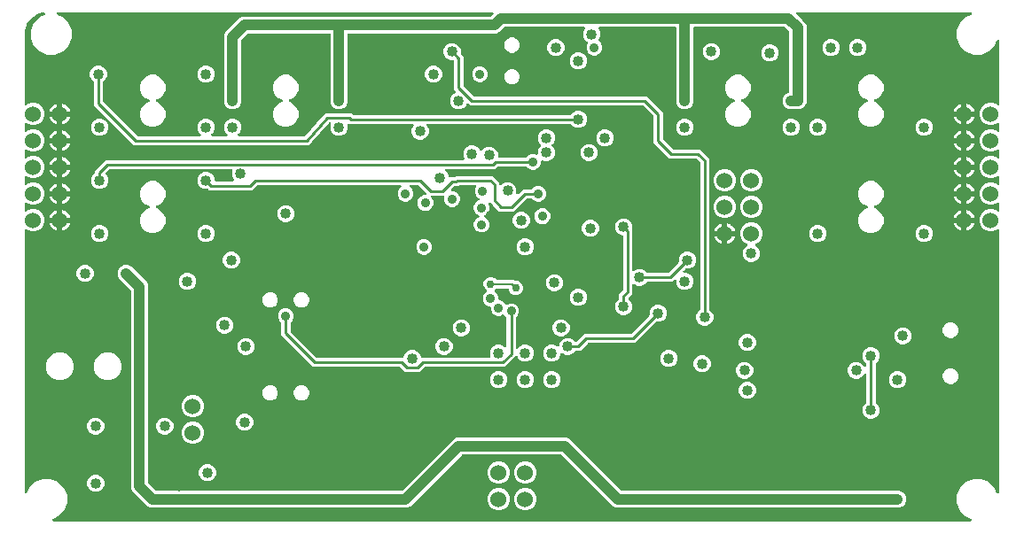
<source format=gbr>
G04 EAGLE Gerber RS-274X export*
G75*
%MOMM*%
%FSLAX34Y34*%
%LPD*%
%INCopper Layer 2*%
%IPPOS*%
%AMOC8*
5,1,8,0,0,1.08239X$1,22.5*%
G01*
%ADD10C,1.524000*%
%ADD11C,1.016000*%
%ADD12C,0.889000*%
%ADD13C,0.254000*%
%ADD14C,0.762000*%
%ADD15C,0.203200*%
%ADD16C,1.016000*%

G36*
X907874Y4327D02*
X907874Y4327D01*
X907943Y4326D01*
X908031Y4347D01*
X908120Y4359D01*
X908185Y4384D01*
X908253Y4401D01*
X908332Y4443D01*
X908416Y4476D01*
X908472Y4517D01*
X908534Y4549D01*
X908600Y4610D01*
X908673Y4662D01*
X908717Y4716D01*
X908769Y4763D01*
X908818Y4838D01*
X908876Y4907D01*
X908905Y4971D01*
X908944Y5029D01*
X908973Y5114D01*
X909011Y5195D01*
X909024Y5264D01*
X909047Y5330D01*
X909054Y5419D01*
X909071Y5507D01*
X909067Y5577D01*
X909072Y5647D01*
X909057Y5735D01*
X909051Y5825D01*
X909030Y5891D01*
X909018Y5960D01*
X908981Y6042D01*
X908953Y6127D01*
X908916Y6186D01*
X908887Y6250D01*
X908831Y6320D01*
X908783Y6396D01*
X908732Y6444D01*
X908689Y6498D01*
X908617Y6553D01*
X908551Y6614D01*
X908490Y6648D01*
X908435Y6690D01*
X908290Y6761D01*
X903321Y8819D01*
X897819Y14321D01*
X894841Y21509D01*
X894841Y29291D01*
X897819Y36479D01*
X903321Y41981D01*
X910509Y44959D01*
X918291Y44959D01*
X925479Y41981D01*
X930981Y36479D01*
X933039Y31510D01*
X933074Y31449D01*
X933100Y31384D01*
X933152Y31312D01*
X933197Y31234D01*
X933245Y31184D01*
X933286Y31127D01*
X933356Y31070D01*
X933418Y31005D01*
X933478Y30969D01*
X933531Y30924D01*
X933613Y30886D01*
X933689Y30839D01*
X933756Y30818D01*
X933819Y30789D01*
X933907Y30772D01*
X933993Y30745D01*
X934063Y30742D01*
X934132Y30729D01*
X934221Y30735D01*
X934311Y30730D01*
X934379Y30744D01*
X934449Y30749D01*
X934534Y30776D01*
X934622Y30795D01*
X934685Y30825D01*
X934751Y30847D01*
X934827Y30895D01*
X934908Y30934D01*
X934961Y30980D01*
X935020Y31017D01*
X935082Y31082D01*
X935150Y31141D01*
X935190Y31198D01*
X935238Y31249D01*
X935281Y31327D01*
X935333Y31401D01*
X935358Y31466D01*
X935392Y31527D01*
X935414Y31614D01*
X935446Y31698D01*
X935454Y31767D01*
X935471Y31835D01*
X935481Y31996D01*
X935481Y282329D01*
X935464Y282467D01*
X935459Y282514D01*
X935459Y282521D01*
X935459Y282522D01*
X935451Y282606D01*
X935444Y282625D01*
X935441Y282645D01*
X935390Y282774D01*
X935343Y282905D01*
X935332Y282922D01*
X935324Y282940D01*
X935243Y283053D01*
X935165Y283168D01*
X935149Y283181D01*
X935138Y283198D01*
X935030Y283286D01*
X934926Y283378D01*
X934908Y283388D01*
X934893Y283401D01*
X934767Y283460D01*
X934643Y283523D01*
X934623Y283528D01*
X934605Y283536D01*
X934469Y283562D01*
X934333Y283593D01*
X934312Y283592D01*
X934293Y283596D01*
X934154Y283587D01*
X934015Y283583D01*
X933995Y283577D01*
X933975Y283576D01*
X933843Y283533D01*
X933709Y283495D01*
X933692Y283484D01*
X933673Y283478D01*
X933555Y283404D01*
X933435Y283333D01*
X933414Y283315D01*
X933404Y283308D01*
X933390Y283293D01*
X933314Y283227D01*
X933143Y283055D01*
X929222Y281431D01*
X924978Y281431D01*
X921057Y283055D01*
X918055Y286057D01*
X916431Y289978D01*
X916431Y294222D01*
X918055Y298143D01*
X921057Y301145D01*
X924978Y302769D01*
X929222Y302769D01*
X933143Y301145D01*
X933314Y300973D01*
X933424Y300888D01*
X933531Y300799D01*
X933550Y300791D01*
X933566Y300778D01*
X933693Y300723D01*
X933819Y300664D01*
X933839Y300660D01*
X933858Y300652D01*
X933995Y300630D01*
X934132Y300604D01*
X934152Y300605D01*
X934172Y300602D01*
X934310Y300615D01*
X934449Y300624D01*
X934468Y300630D01*
X934488Y300632D01*
X934620Y300679D01*
X934751Y300722D01*
X934768Y300733D01*
X934788Y300740D01*
X934903Y300818D01*
X935020Y300892D01*
X935034Y300907D01*
X935051Y300918D01*
X935143Y301022D01*
X935238Y301124D01*
X935248Y301141D01*
X935261Y301157D01*
X935325Y301281D01*
X935392Y301402D01*
X935397Y301422D01*
X935406Y301440D01*
X935436Y301576D01*
X935471Y301710D01*
X935473Y301738D01*
X935476Y301750D01*
X935475Y301771D01*
X935481Y301871D01*
X935481Y307729D01*
X935464Y307867D01*
X935451Y308006D01*
X935444Y308025D01*
X935441Y308045D01*
X935390Y308174D01*
X935343Y308305D01*
X935332Y308322D01*
X935324Y308340D01*
X935243Y308453D01*
X935165Y308568D01*
X935149Y308581D01*
X935138Y308598D01*
X935030Y308686D01*
X934926Y308778D01*
X934908Y308788D01*
X934893Y308801D01*
X934767Y308860D01*
X934643Y308923D01*
X934623Y308928D01*
X934605Y308936D01*
X934469Y308962D01*
X934333Y308993D01*
X934312Y308992D01*
X934293Y308996D01*
X934154Y308987D01*
X934015Y308983D01*
X933995Y308977D01*
X933975Y308976D01*
X933843Y308933D01*
X933709Y308895D01*
X933692Y308884D01*
X933673Y308878D01*
X933555Y308804D01*
X933435Y308733D01*
X933414Y308715D01*
X933404Y308708D01*
X933390Y308693D01*
X933314Y308627D01*
X933143Y308455D01*
X929222Y306831D01*
X924978Y306831D01*
X921057Y308455D01*
X918055Y311457D01*
X916431Y315378D01*
X916431Y319622D01*
X918055Y323543D01*
X921057Y326545D01*
X924978Y328169D01*
X929222Y328169D01*
X933143Y326545D01*
X933314Y326373D01*
X933424Y326288D01*
X933531Y326199D01*
X933550Y326191D01*
X933566Y326178D01*
X933693Y326123D01*
X933819Y326064D01*
X933839Y326060D01*
X933858Y326052D01*
X933995Y326030D01*
X934132Y326004D01*
X934152Y326005D01*
X934172Y326002D01*
X934310Y326015D01*
X934449Y326024D01*
X934468Y326030D01*
X934488Y326032D01*
X934620Y326079D01*
X934751Y326122D01*
X934768Y326133D01*
X934788Y326140D01*
X934903Y326218D01*
X935020Y326292D01*
X935034Y326307D01*
X935051Y326318D01*
X935143Y326422D01*
X935238Y326524D01*
X935248Y326541D01*
X935261Y326557D01*
X935325Y326681D01*
X935392Y326802D01*
X935397Y326822D01*
X935406Y326840D01*
X935436Y326976D01*
X935471Y327110D01*
X935473Y327138D01*
X935476Y327150D01*
X935475Y327171D01*
X935481Y327271D01*
X935481Y333129D01*
X935464Y333267D01*
X935451Y333406D01*
X935444Y333425D01*
X935441Y333445D01*
X935390Y333574D01*
X935343Y333705D01*
X935332Y333722D01*
X935324Y333740D01*
X935243Y333853D01*
X935165Y333968D01*
X935149Y333981D01*
X935138Y333998D01*
X935030Y334086D01*
X934926Y334178D01*
X934908Y334188D01*
X934893Y334201D01*
X934767Y334260D01*
X934643Y334323D01*
X934623Y334328D01*
X934605Y334336D01*
X934469Y334362D01*
X934333Y334393D01*
X934312Y334392D01*
X934293Y334396D01*
X934154Y334387D01*
X934015Y334383D01*
X933995Y334377D01*
X933975Y334376D01*
X933843Y334333D01*
X933709Y334295D01*
X933692Y334284D01*
X933673Y334278D01*
X933555Y334204D01*
X933435Y334133D01*
X933414Y334115D01*
X933404Y334108D01*
X933390Y334093D01*
X933314Y334027D01*
X933143Y333855D01*
X929222Y332231D01*
X924978Y332231D01*
X921057Y333855D01*
X918055Y336857D01*
X916431Y340778D01*
X916431Y345022D01*
X918055Y348943D01*
X921057Y351945D01*
X924978Y353569D01*
X929222Y353569D01*
X933143Y351945D01*
X933314Y351773D01*
X933424Y351688D01*
X933531Y351599D01*
X933550Y351591D01*
X933566Y351578D01*
X933693Y351523D01*
X933819Y351464D01*
X933839Y351460D01*
X933858Y351452D01*
X933995Y351430D01*
X934132Y351404D01*
X934152Y351405D01*
X934172Y351402D01*
X934310Y351415D01*
X934449Y351424D01*
X934468Y351430D01*
X934488Y351432D01*
X934620Y351479D01*
X934751Y351522D01*
X934768Y351533D01*
X934788Y351540D01*
X934903Y351618D01*
X935020Y351692D01*
X935034Y351707D01*
X935051Y351718D01*
X935143Y351822D01*
X935238Y351924D01*
X935248Y351941D01*
X935261Y351957D01*
X935325Y352081D01*
X935392Y352202D01*
X935397Y352222D01*
X935406Y352240D01*
X935436Y352376D01*
X935471Y352510D01*
X935473Y352538D01*
X935476Y352550D01*
X935475Y352571D01*
X935481Y352671D01*
X935481Y358529D01*
X935464Y358667D01*
X935451Y358806D01*
X935444Y358825D01*
X935441Y358845D01*
X935390Y358974D01*
X935343Y359105D01*
X935332Y359122D01*
X935324Y359140D01*
X935243Y359253D01*
X935165Y359368D01*
X935149Y359381D01*
X935138Y359398D01*
X935030Y359486D01*
X934926Y359578D01*
X934908Y359588D01*
X934893Y359601D01*
X934767Y359660D01*
X934643Y359723D01*
X934623Y359728D01*
X934605Y359736D01*
X934469Y359762D01*
X934333Y359793D01*
X934312Y359792D01*
X934293Y359796D01*
X934154Y359787D01*
X934015Y359783D01*
X933995Y359777D01*
X933975Y359776D01*
X933843Y359733D01*
X933709Y359695D01*
X933692Y359684D01*
X933673Y359678D01*
X933555Y359604D01*
X933435Y359533D01*
X933414Y359515D01*
X933404Y359508D01*
X933390Y359493D01*
X933314Y359427D01*
X933143Y359255D01*
X929222Y357631D01*
X924978Y357631D01*
X921057Y359255D01*
X918055Y362257D01*
X916431Y366178D01*
X916431Y370422D01*
X918055Y374343D01*
X921057Y377345D01*
X924978Y378969D01*
X929222Y378969D01*
X933143Y377345D01*
X933314Y377173D01*
X933424Y377088D01*
X933531Y376999D01*
X933550Y376991D01*
X933566Y376978D01*
X933693Y376923D01*
X933819Y376864D01*
X933839Y376860D01*
X933858Y376852D01*
X933995Y376830D01*
X934132Y376804D01*
X934152Y376805D01*
X934172Y376802D01*
X934310Y376815D01*
X934449Y376824D01*
X934468Y376830D01*
X934488Y376832D01*
X934620Y376879D01*
X934751Y376922D01*
X934768Y376933D01*
X934788Y376940D01*
X934903Y377018D01*
X935020Y377092D01*
X935034Y377107D01*
X935051Y377118D01*
X935143Y377222D01*
X935238Y377324D01*
X935248Y377341D01*
X935261Y377357D01*
X935325Y377481D01*
X935392Y377602D01*
X935397Y377622D01*
X935406Y377640D01*
X935436Y377776D01*
X935471Y377910D01*
X935473Y377938D01*
X935476Y377950D01*
X935475Y377971D01*
X935481Y378071D01*
X935481Y383929D01*
X935464Y384067D01*
X935451Y384206D01*
X935444Y384225D01*
X935441Y384245D01*
X935390Y384374D01*
X935343Y384505D01*
X935332Y384522D01*
X935324Y384540D01*
X935243Y384653D01*
X935165Y384768D01*
X935149Y384781D01*
X935138Y384798D01*
X935030Y384886D01*
X934926Y384978D01*
X934908Y384988D01*
X934893Y385001D01*
X934767Y385060D01*
X934643Y385123D01*
X934623Y385128D01*
X934605Y385136D01*
X934469Y385162D01*
X934333Y385193D01*
X934312Y385192D01*
X934293Y385196D01*
X934154Y385187D01*
X934015Y385183D01*
X933995Y385177D01*
X933975Y385176D01*
X933843Y385133D01*
X933709Y385095D01*
X933692Y385084D01*
X933673Y385078D01*
X933555Y385004D01*
X933435Y384933D01*
X933414Y384915D01*
X933404Y384908D01*
X933390Y384893D01*
X933314Y384827D01*
X933143Y384655D01*
X929222Y383031D01*
X924978Y383031D01*
X921057Y384655D01*
X918055Y387657D01*
X916431Y391578D01*
X916431Y395822D01*
X918055Y399743D01*
X921057Y402745D01*
X924978Y404369D01*
X929222Y404369D01*
X933143Y402745D01*
X933314Y402573D01*
X933424Y402488D01*
X933531Y402399D01*
X933550Y402391D01*
X933566Y402378D01*
X933693Y402323D01*
X933819Y402264D01*
X933839Y402260D01*
X933858Y402252D01*
X933995Y402230D01*
X934132Y402204D01*
X934152Y402205D01*
X934172Y402202D01*
X934310Y402215D01*
X934449Y402224D01*
X934468Y402230D01*
X934488Y402232D01*
X934620Y402279D01*
X934751Y402322D01*
X934768Y402333D01*
X934788Y402340D01*
X934903Y402418D01*
X935020Y402492D01*
X935034Y402507D01*
X935051Y402518D01*
X935143Y402622D01*
X935238Y402724D01*
X935248Y402741D01*
X935261Y402757D01*
X935325Y402881D01*
X935392Y403002D01*
X935397Y403022D01*
X935406Y403040D01*
X935436Y403176D01*
X935471Y403310D01*
X935473Y403338D01*
X935476Y403350D01*
X935475Y403371D01*
X935481Y403471D01*
X935481Y463304D01*
X935473Y463374D01*
X935474Y463443D01*
X935453Y463531D01*
X935441Y463620D01*
X935416Y463685D01*
X935399Y463753D01*
X935357Y463832D01*
X935324Y463916D01*
X935283Y463972D01*
X935251Y464034D01*
X935190Y464100D01*
X935138Y464173D01*
X935084Y464217D01*
X935037Y464269D01*
X934962Y464318D01*
X934893Y464376D01*
X934829Y464405D01*
X934771Y464444D01*
X934686Y464473D01*
X934605Y464511D01*
X934536Y464524D01*
X934470Y464547D01*
X934381Y464554D01*
X934293Y464571D01*
X934223Y464567D01*
X934153Y464572D01*
X934065Y464557D01*
X933975Y464551D01*
X933909Y464530D01*
X933840Y464518D01*
X933758Y464481D01*
X933673Y464453D01*
X933614Y464416D01*
X933550Y464387D01*
X933480Y464331D01*
X933404Y464283D01*
X933356Y464232D01*
X933302Y464189D01*
X933247Y464117D01*
X933186Y464051D01*
X933152Y463990D01*
X933110Y463935D01*
X933039Y463790D01*
X930981Y458821D01*
X925479Y453319D01*
X918291Y450341D01*
X910509Y450341D01*
X903321Y453319D01*
X897819Y458821D01*
X894841Y466009D01*
X894841Y473791D01*
X897819Y480979D01*
X903321Y486481D01*
X908290Y488539D01*
X908351Y488574D01*
X908416Y488600D01*
X908488Y488652D01*
X908566Y488697D01*
X908616Y488745D01*
X908673Y488786D01*
X908730Y488856D01*
X908795Y488918D01*
X908831Y488978D01*
X908876Y489031D01*
X908914Y489113D01*
X908961Y489189D01*
X908982Y489256D01*
X909011Y489319D01*
X909028Y489407D01*
X909055Y489493D01*
X909058Y489563D01*
X909071Y489632D01*
X909065Y489721D01*
X909070Y489811D01*
X909056Y489879D01*
X909051Y489949D01*
X909024Y490034D01*
X909005Y490122D01*
X908975Y490185D01*
X908953Y490251D01*
X908905Y490327D01*
X908866Y490408D01*
X908820Y490461D01*
X908783Y490520D01*
X908718Y490582D01*
X908659Y490650D01*
X908602Y490690D01*
X908551Y490738D01*
X908473Y490781D01*
X908399Y490833D01*
X908334Y490858D01*
X908273Y490892D01*
X908186Y490914D01*
X908102Y490946D01*
X908033Y490954D01*
X907965Y490971D01*
X907804Y490981D01*
X742779Y490981D01*
X742641Y490964D01*
X742502Y490951D01*
X742483Y490944D01*
X742463Y490941D01*
X742334Y490890D01*
X742203Y490843D01*
X742186Y490832D01*
X742168Y490824D01*
X742055Y490743D01*
X741940Y490665D01*
X741927Y490649D01*
X741910Y490638D01*
X741821Y490530D01*
X741729Y490426D01*
X741720Y490408D01*
X741707Y490393D01*
X741648Y490267D01*
X741585Y490143D01*
X741580Y490123D01*
X741572Y490105D01*
X741546Y489969D01*
X741515Y489833D01*
X741516Y489812D01*
X741512Y489793D01*
X741521Y489654D01*
X741525Y489515D01*
X741531Y489495D01*
X741532Y489475D01*
X741575Y489343D01*
X741613Y489209D01*
X741624Y489192D01*
X741630Y489173D01*
X741704Y489055D01*
X741775Y488935D01*
X741793Y488914D01*
X741800Y488904D01*
X741815Y488890D01*
X741881Y488815D01*
X747376Y483320D01*
X749841Y480855D01*
X751079Y477867D01*
X751079Y404783D01*
X749841Y401795D01*
X747555Y399509D01*
X744567Y398271D01*
X734983Y398271D01*
X731995Y399509D01*
X729709Y401795D01*
X728471Y404783D01*
X728471Y408017D01*
X729709Y411005D01*
X731995Y413291D01*
X734038Y414137D01*
X734063Y414152D01*
X734091Y414161D01*
X734201Y414230D01*
X734314Y414295D01*
X734335Y414315D01*
X734360Y414331D01*
X734449Y414426D01*
X734542Y414516D01*
X734558Y414541D01*
X734578Y414563D01*
X734641Y414676D01*
X734709Y414787D01*
X734717Y414815D01*
X734732Y414841D01*
X734764Y414967D01*
X734802Y415091D01*
X734804Y415121D01*
X734811Y415149D01*
X734821Y415310D01*
X734821Y472357D01*
X734809Y472455D01*
X734806Y472554D01*
X734789Y472613D01*
X734781Y472673D01*
X734745Y472765D01*
X734717Y472860D01*
X734687Y472912D01*
X734664Y472968D01*
X734606Y473048D01*
X734556Y473134D01*
X734490Y473209D01*
X734478Y473226D01*
X734468Y473234D01*
X734450Y473255D01*
X731065Y476640D01*
X730986Y476700D01*
X730914Y476768D01*
X730861Y476797D01*
X730813Y476834D01*
X730722Y476874D01*
X730636Y476922D01*
X730577Y476937D01*
X730522Y476961D01*
X730424Y476976D01*
X730328Y477001D01*
X730228Y477007D01*
X730207Y477011D01*
X730195Y477009D01*
X730167Y477011D01*
X644398Y477011D01*
X644280Y476996D01*
X644161Y476989D01*
X644123Y476976D01*
X644082Y476971D01*
X643972Y476928D01*
X643859Y476891D01*
X643824Y476869D01*
X643787Y476854D01*
X643691Y476785D01*
X643590Y476721D01*
X643562Y476691D01*
X643529Y476668D01*
X643453Y476576D01*
X643372Y476489D01*
X643352Y476454D01*
X643327Y476423D01*
X643276Y476315D01*
X643218Y476211D01*
X643208Y476171D01*
X643191Y476135D01*
X643169Y476018D01*
X643139Y475903D01*
X643135Y475843D01*
X643131Y475823D01*
X643133Y475802D01*
X643129Y475742D01*
X643129Y404783D01*
X641891Y401795D01*
X639605Y399509D01*
X636617Y398271D01*
X633383Y398271D01*
X630395Y399509D01*
X628109Y401795D01*
X626871Y404783D01*
X626871Y475742D01*
X626856Y475860D01*
X626849Y475979D01*
X626836Y476017D01*
X626831Y476058D01*
X626788Y476168D01*
X626751Y476281D01*
X626729Y476316D01*
X626714Y476353D01*
X626645Y476449D01*
X626581Y476550D01*
X626551Y476578D01*
X626528Y476611D01*
X626436Y476687D01*
X626349Y476768D01*
X626314Y476788D01*
X626283Y476813D01*
X626175Y476864D01*
X626071Y476922D01*
X626031Y476932D01*
X625995Y476949D01*
X625878Y476971D01*
X625763Y477001D01*
X625703Y477005D01*
X625683Y477009D01*
X625662Y477007D01*
X625602Y477011D01*
X553549Y477011D01*
X553411Y476994D01*
X553272Y476981D01*
X553253Y476974D01*
X553233Y476971D01*
X553104Y476920D01*
X552973Y476873D01*
X552956Y476862D01*
X552938Y476854D01*
X552825Y476773D01*
X552710Y476695D01*
X552697Y476679D01*
X552680Y476668D01*
X552591Y476560D01*
X552499Y476456D01*
X552490Y476438D01*
X552477Y476423D01*
X552418Y476297D01*
X552355Y476173D01*
X552350Y476153D01*
X552342Y476135D01*
X552316Y475999D01*
X552285Y475863D01*
X552286Y475842D01*
X552282Y475823D01*
X552291Y475684D01*
X552295Y475545D01*
X552301Y475525D01*
X552302Y475505D01*
X552345Y475373D01*
X552383Y475239D01*
X552394Y475222D01*
X552400Y475203D01*
X552474Y475085D01*
X552545Y474965D01*
X552563Y474944D01*
X552570Y474934D01*
X552585Y474920D01*
X552651Y474844D01*
X552991Y474505D01*
X554229Y471517D01*
X554229Y468283D01*
X552991Y465296D01*
X552964Y465269D01*
X552891Y465174D01*
X552812Y465085D01*
X552794Y465049D01*
X552769Y465017D01*
X552722Y464908D01*
X552668Y464802D01*
X552659Y464763D01*
X552643Y464725D01*
X552624Y464608D01*
X552598Y464492D01*
X552599Y464451D01*
X552593Y464411D01*
X552604Y464293D01*
X552608Y464174D01*
X552619Y464135D01*
X552623Y464095D01*
X552663Y463983D01*
X552696Y463868D01*
X552717Y463833D01*
X552730Y463795D01*
X552797Y463697D01*
X552858Y463594D01*
X552898Y463549D01*
X552909Y463532D01*
X552924Y463519D01*
X552964Y463473D01*
X554993Y461445D01*
X556134Y458691D01*
X556134Y455709D01*
X554993Y452955D01*
X552885Y450847D01*
X550131Y449706D01*
X547149Y449706D01*
X544395Y450847D01*
X542287Y452955D01*
X541146Y455709D01*
X541146Y458691D01*
X542238Y461327D01*
X542270Y461442D01*
X542308Y461555D01*
X542312Y461595D01*
X542322Y461634D01*
X542324Y461753D01*
X542334Y461872D01*
X542327Y461911D01*
X542327Y461952D01*
X542300Y462068D01*
X542279Y462185D01*
X542263Y462222D01*
X542253Y462261D01*
X542198Y462367D01*
X542149Y462475D01*
X542123Y462507D01*
X542105Y462542D01*
X542025Y462630D01*
X541950Y462723D01*
X541918Y462748D01*
X541891Y462778D01*
X541791Y462843D01*
X541696Y462915D01*
X541642Y462941D01*
X541625Y462952D01*
X541605Y462959D01*
X541551Y462986D01*
X541495Y463009D01*
X539209Y465295D01*
X537971Y468283D01*
X537971Y471517D01*
X539209Y474505D01*
X539549Y474844D01*
X539634Y474954D01*
X539723Y475061D01*
X539731Y475080D01*
X539744Y475096D01*
X539799Y475224D01*
X539858Y475349D01*
X539862Y475369D01*
X539870Y475388D01*
X539892Y475526D01*
X539918Y475662D01*
X539917Y475682D01*
X539920Y475702D01*
X539907Y475841D01*
X539898Y475979D01*
X539892Y475998D01*
X539890Y476018D01*
X539843Y476149D01*
X539800Y476281D01*
X539789Y476299D01*
X539782Y476318D01*
X539705Y476432D01*
X539630Y476550D01*
X539615Y476564D01*
X539604Y476581D01*
X539500Y476673D01*
X539398Y476768D01*
X539381Y476778D01*
X539365Y476791D01*
X539242Y476854D01*
X539120Y476922D01*
X539100Y476927D01*
X539082Y476936D01*
X538946Y476966D01*
X538812Y477001D01*
X538784Y477003D01*
X538772Y477006D01*
X538751Y477005D01*
X538651Y477011D01*
X463633Y477011D01*
X463535Y476999D01*
X463436Y476996D01*
X463377Y476979D01*
X463317Y476971D01*
X463225Y476935D01*
X463130Y476907D01*
X463078Y476877D01*
X463022Y476854D01*
X462942Y476796D01*
X462856Y476746D01*
X462781Y476680D01*
X462764Y476668D01*
X462756Y476658D01*
X462735Y476640D01*
X457995Y471899D01*
X455007Y470661D01*
X314198Y470661D01*
X314080Y470646D01*
X313961Y470639D01*
X313923Y470626D01*
X313882Y470621D01*
X313772Y470578D01*
X313659Y470541D01*
X313624Y470519D01*
X313587Y470504D01*
X313491Y470435D01*
X313390Y470371D01*
X313362Y470341D01*
X313329Y470318D01*
X313253Y470226D01*
X313172Y470139D01*
X313152Y470104D01*
X313127Y470073D01*
X313076Y469965D01*
X313018Y469861D01*
X313008Y469821D01*
X312991Y469785D01*
X312969Y469668D01*
X312939Y469553D01*
X312935Y469493D01*
X312931Y469473D01*
X312933Y469452D01*
X312929Y469392D01*
X312929Y404783D01*
X311691Y401795D01*
X309405Y399509D01*
X306417Y398271D01*
X303183Y398271D01*
X300195Y399509D01*
X297909Y401795D01*
X296671Y404783D01*
X296671Y469392D01*
X296656Y469510D01*
X296649Y469629D01*
X296636Y469667D01*
X296631Y469708D01*
X296588Y469818D01*
X296551Y469931D01*
X296529Y469966D01*
X296514Y470003D01*
X296445Y470099D01*
X296381Y470200D01*
X296351Y470228D01*
X296328Y470261D01*
X296236Y470337D01*
X296149Y470418D01*
X296114Y470438D01*
X296083Y470463D01*
X295975Y470514D01*
X295871Y470572D01*
X295831Y470582D01*
X295795Y470599D01*
X295678Y470621D01*
X295563Y470651D01*
X295503Y470655D01*
X295483Y470659D01*
X295462Y470657D01*
X295402Y470661D01*
X218523Y470661D01*
X218425Y470649D01*
X218326Y470646D01*
X218267Y470629D01*
X218207Y470621D01*
X218115Y470585D01*
X218020Y470557D01*
X217968Y470527D01*
X217912Y470504D01*
X217832Y470446D01*
X217746Y470396D01*
X217671Y470330D01*
X217654Y470318D01*
X217646Y470308D01*
X217625Y470290D01*
X211700Y464365D01*
X211640Y464286D01*
X211572Y464214D01*
X211543Y464161D01*
X211506Y464113D01*
X211466Y464022D01*
X211418Y463936D01*
X211403Y463877D01*
X211379Y463822D01*
X211364Y463724D01*
X211339Y463628D01*
X211333Y463528D01*
X211329Y463507D01*
X211331Y463495D01*
X211329Y463467D01*
X211329Y404783D01*
X210091Y401795D01*
X207805Y399509D01*
X204817Y398271D01*
X201583Y398271D01*
X198595Y399509D01*
X196309Y401795D01*
X195071Y404783D01*
X195071Y468977D01*
X196309Y471965D01*
X210025Y485681D01*
X213013Y486919D01*
X449497Y486919D01*
X449595Y486931D01*
X449694Y486934D01*
X449753Y486951D01*
X449813Y486959D01*
X449905Y486995D01*
X450000Y487023D01*
X450052Y487053D01*
X450108Y487076D01*
X450188Y487134D01*
X450274Y487184D01*
X450349Y487250D01*
X450366Y487262D01*
X450374Y487272D01*
X450395Y487290D01*
X451919Y488815D01*
X452004Y488924D01*
X452093Y489031D01*
X452101Y489050D01*
X452114Y489066D01*
X452169Y489193D01*
X452228Y489319D01*
X452232Y489339D01*
X452240Y489358D01*
X452262Y489496D01*
X452288Y489632D01*
X452287Y489652D01*
X452290Y489672D01*
X452277Y489811D01*
X452268Y489949D01*
X452262Y489968D01*
X452260Y489988D01*
X452213Y490120D01*
X452170Y490251D01*
X452159Y490269D01*
X452152Y490288D01*
X452074Y490403D01*
X452000Y490520D01*
X451985Y490534D01*
X451974Y490551D01*
X451870Y490643D01*
X451768Y490738D01*
X451751Y490748D01*
X451735Y490761D01*
X451611Y490825D01*
X451490Y490892D01*
X451470Y490897D01*
X451452Y490906D01*
X451316Y490936D01*
X451182Y490971D01*
X451154Y490973D01*
X451142Y490976D01*
X451121Y490975D01*
X451021Y490981D01*
X36496Y490981D01*
X36426Y490973D01*
X36357Y490974D01*
X36269Y490953D01*
X36180Y490941D01*
X36115Y490916D01*
X36047Y490899D01*
X35968Y490857D01*
X35884Y490824D01*
X35828Y490783D01*
X35766Y490751D01*
X35700Y490690D01*
X35627Y490638D01*
X35583Y490584D01*
X35531Y490537D01*
X35482Y490462D01*
X35424Y490393D01*
X35395Y490329D01*
X35356Y490271D01*
X35327Y490186D01*
X35289Y490105D01*
X35276Y490036D01*
X35253Y489970D01*
X35246Y489881D01*
X35229Y489793D01*
X35233Y489723D01*
X35228Y489653D01*
X35243Y489565D01*
X35249Y489475D01*
X35270Y489409D01*
X35282Y489340D01*
X35319Y489258D01*
X35347Y489173D01*
X35384Y489114D01*
X35413Y489050D01*
X35469Y488980D01*
X35517Y488904D01*
X35568Y488856D01*
X35611Y488802D01*
X35683Y488747D01*
X35749Y488686D01*
X35810Y488652D01*
X35865Y488610D01*
X36010Y488539D01*
X40979Y486481D01*
X46481Y480979D01*
X49459Y473791D01*
X49459Y466009D01*
X46481Y458821D01*
X40979Y453319D01*
X33791Y450341D01*
X26009Y450341D01*
X18821Y453319D01*
X13319Y458821D01*
X10341Y466009D01*
X10341Y473791D01*
X13319Y480979D01*
X18821Y486481D01*
X23299Y488336D01*
X23402Y488395D01*
X23509Y488447D01*
X23540Y488473D01*
X23575Y488493D01*
X23661Y488576D01*
X23751Y488654D01*
X23774Y488687D01*
X23803Y488715D01*
X23866Y488817D01*
X23934Y488914D01*
X23948Y488952D01*
X23969Y488986D01*
X24005Y489100D01*
X24047Y489211D01*
X24051Y489251D01*
X24063Y489290D01*
X24069Y489409D01*
X24082Y489528D01*
X24076Y489567D01*
X24078Y489607D01*
X24054Y489724D01*
X24037Y489842D01*
X24022Y489879D01*
X24014Y489919D01*
X23961Y490026D01*
X23916Y490136D01*
X23892Y490168D01*
X23874Y490204D01*
X23797Y490295D01*
X23725Y490391D01*
X23694Y490416D01*
X23668Y490446D01*
X23570Y490515D01*
X23477Y490590D01*
X23441Y490606D01*
X23408Y490630D01*
X23296Y490672D01*
X23187Y490721D01*
X23148Y490728D01*
X23110Y490742D01*
X22992Y490756D01*
X22874Y490776D01*
X22815Y490775D01*
X22794Y490778D01*
X22774Y490775D01*
X22713Y490774D01*
X22201Y490733D01*
X22133Y490719D01*
X22064Y490715D01*
X21909Y490675D01*
X16013Y488760D01*
X15906Y488709D01*
X15795Y488666D01*
X15744Y488633D01*
X15726Y488624D01*
X15710Y488611D01*
X15659Y488579D01*
X10645Y484936D01*
X10558Y484855D01*
X10467Y484779D01*
X10428Y484732D01*
X10413Y484718D01*
X10402Y484701D01*
X10364Y484655D01*
X6721Y479641D01*
X6663Y479536D01*
X6600Y479436D01*
X6577Y479380D01*
X6567Y479362D01*
X6562Y479342D01*
X6540Y479287D01*
X4625Y473391D01*
X4612Y473324D01*
X4589Y473258D01*
X4567Y473099D01*
X4323Y470000D01*
X4324Y469978D01*
X4319Y469900D01*
X4319Y403471D01*
X4336Y403333D01*
X4349Y403194D01*
X4356Y403175D01*
X4359Y403155D01*
X4410Y403026D01*
X4457Y402895D01*
X4468Y402878D01*
X4476Y402860D01*
X4557Y402747D01*
X4635Y402632D01*
X4651Y402619D01*
X4662Y402602D01*
X4770Y402514D01*
X4874Y402422D01*
X4892Y402412D01*
X4907Y402399D01*
X5033Y402340D01*
X5157Y402277D01*
X5177Y402272D01*
X5195Y402264D01*
X5331Y402238D01*
X5467Y402207D01*
X5488Y402208D01*
X5507Y402204D01*
X5646Y402213D01*
X5785Y402217D01*
X5805Y402223D01*
X5825Y402224D01*
X5957Y402267D01*
X6091Y402305D01*
X6108Y402316D01*
X6127Y402322D01*
X6245Y402396D01*
X6365Y402467D01*
X6386Y402485D01*
X6396Y402492D01*
X6410Y402507D01*
X6486Y402573D01*
X6657Y402745D01*
X10578Y404369D01*
X14822Y404369D01*
X18743Y402745D01*
X21745Y399743D01*
X23369Y395822D01*
X23369Y391578D01*
X21745Y387657D01*
X18743Y384655D01*
X14822Y383031D01*
X10578Y383031D01*
X6657Y384655D01*
X6486Y384827D01*
X6376Y384912D01*
X6269Y385001D01*
X6250Y385009D01*
X6234Y385022D01*
X6107Y385077D01*
X5981Y385136D01*
X5961Y385140D01*
X5942Y385148D01*
X5805Y385170D01*
X5668Y385196D01*
X5648Y385195D01*
X5628Y385198D01*
X5490Y385185D01*
X5351Y385176D01*
X5332Y385170D01*
X5312Y385168D01*
X5180Y385121D01*
X5049Y385078D01*
X5032Y385067D01*
X5012Y385060D01*
X4897Y384982D01*
X4780Y384908D01*
X4766Y384893D01*
X4749Y384882D01*
X4657Y384778D01*
X4562Y384676D01*
X4552Y384659D01*
X4539Y384643D01*
X4475Y384519D01*
X4408Y384398D01*
X4403Y384378D01*
X4394Y384360D01*
X4364Y384224D01*
X4329Y384090D01*
X4327Y384062D01*
X4324Y384050D01*
X4325Y384029D01*
X4319Y383929D01*
X4319Y378071D01*
X4336Y377933D01*
X4349Y377794D01*
X4356Y377775D01*
X4359Y377755D01*
X4410Y377626D01*
X4457Y377495D01*
X4468Y377478D01*
X4476Y377460D01*
X4557Y377347D01*
X4635Y377232D01*
X4651Y377219D01*
X4662Y377202D01*
X4770Y377114D01*
X4874Y377022D01*
X4892Y377012D01*
X4907Y376999D01*
X5033Y376940D01*
X5157Y376877D01*
X5177Y376872D01*
X5195Y376864D01*
X5331Y376838D01*
X5467Y376807D01*
X5488Y376808D01*
X5507Y376804D01*
X5646Y376813D01*
X5785Y376817D01*
X5805Y376823D01*
X5825Y376824D01*
X5957Y376867D01*
X6091Y376905D01*
X6108Y376916D01*
X6127Y376922D01*
X6245Y376996D01*
X6365Y377067D01*
X6386Y377085D01*
X6396Y377092D01*
X6410Y377107D01*
X6486Y377173D01*
X6657Y377345D01*
X10578Y378969D01*
X14822Y378969D01*
X18743Y377345D01*
X21745Y374343D01*
X23369Y370422D01*
X23369Y366178D01*
X21745Y362257D01*
X18743Y359255D01*
X14822Y357631D01*
X10578Y357631D01*
X6657Y359255D01*
X6486Y359427D01*
X6376Y359512D01*
X6269Y359601D01*
X6250Y359609D01*
X6234Y359622D01*
X6107Y359677D01*
X5981Y359736D01*
X5961Y359740D01*
X5942Y359748D01*
X5805Y359770D01*
X5668Y359796D01*
X5648Y359795D01*
X5628Y359798D01*
X5490Y359785D01*
X5351Y359776D01*
X5332Y359770D01*
X5312Y359768D01*
X5180Y359721D01*
X5049Y359678D01*
X5032Y359667D01*
X5012Y359660D01*
X4897Y359582D01*
X4780Y359508D01*
X4766Y359493D01*
X4749Y359482D01*
X4657Y359378D01*
X4562Y359276D01*
X4552Y359259D01*
X4539Y359243D01*
X4475Y359119D01*
X4408Y358998D01*
X4403Y358978D01*
X4394Y358960D01*
X4364Y358824D01*
X4329Y358690D01*
X4327Y358662D01*
X4324Y358650D01*
X4325Y358629D01*
X4319Y358529D01*
X4319Y352671D01*
X4336Y352533D01*
X4349Y352394D01*
X4356Y352375D01*
X4359Y352355D01*
X4410Y352226D01*
X4457Y352095D01*
X4468Y352078D01*
X4476Y352060D01*
X4557Y351947D01*
X4635Y351832D01*
X4651Y351819D01*
X4662Y351802D01*
X4770Y351714D01*
X4874Y351622D01*
X4892Y351612D01*
X4907Y351599D01*
X5033Y351540D01*
X5157Y351477D01*
X5177Y351472D01*
X5195Y351464D01*
X5331Y351438D01*
X5467Y351407D01*
X5488Y351408D01*
X5507Y351404D01*
X5646Y351413D01*
X5785Y351417D01*
X5805Y351423D01*
X5825Y351424D01*
X5957Y351467D01*
X6091Y351505D01*
X6108Y351516D01*
X6127Y351522D01*
X6245Y351596D01*
X6365Y351667D01*
X6386Y351685D01*
X6396Y351692D01*
X6410Y351707D01*
X6486Y351773D01*
X6657Y351945D01*
X10578Y353569D01*
X14822Y353569D01*
X18743Y351945D01*
X21745Y348943D01*
X23369Y345022D01*
X23369Y340778D01*
X21745Y336857D01*
X18743Y333855D01*
X14822Y332231D01*
X10578Y332231D01*
X6657Y333855D01*
X6486Y334027D01*
X6376Y334112D01*
X6269Y334201D01*
X6250Y334209D01*
X6234Y334222D01*
X6107Y334277D01*
X5981Y334336D01*
X5961Y334340D01*
X5942Y334348D01*
X5805Y334370D01*
X5668Y334396D01*
X5648Y334395D01*
X5628Y334398D01*
X5490Y334385D01*
X5351Y334376D01*
X5332Y334370D01*
X5312Y334368D01*
X5180Y334321D01*
X5049Y334278D01*
X5032Y334267D01*
X5012Y334260D01*
X4897Y334182D01*
X4780Y334108D01*
X4766Y334093D01*
X4749Y334082D01*
X4657Y333978D01*
X4562Y333876D01*
X4552Y333859D01*
X4539Y333843D01*
X4475Y333719D01*
X4408Y333598D01*
X4403Y333578D01*
X4394Y333560D01*
X4364Y333424D01*
X4329Y333290D01*
X4327Y333262D01*
X4324Y333250D01*
X4325Y333229D01*
X4319Y333129D01*
X4319Y327271D01*
X4336Y327133D01*
X4349Y326994D01*
X4356Y326975D01*
X4359Y326955D01*
X4410Y326826D01*
X4457Y326695D01*
X4468Y326678D01*
X4476Y326660D01*
X4557Y326547D01*
X4635Y326432D01*
X4651Y326419D01*
X4662Y326402D01*
X4770Y326314D01*
X4874Y326222D01*
X4892Y326212D01*
X4907Y326199D01*
X5033Y326140D01*
X5157Y326077D01*
X5177Y326072D01*
X5195Y326064D01*
X5331Y326038D01*
X5467Y326007D01*
X5488Y326008D01*
X5507Y326004D01*
X5646Y326013D01*
X5785Y326017D01*
X5805Y326023D01*
X5825Y326024D01*
X5957Y326067D01*
X6091Y326105D01*
X6108Y326116D01*
X6127Y326122D01*
X6245Y326196D01*
X6365Y326267D01*
X6386Y326285D01*
X6396Y326292D01*
X6410Y326307D01*
X6486Y326373D01*
X6657Y326545D01*
X10578Y328169D01*
X14822Y328169D01*
X18743Y326545D01*
X21745Y323543D01*
X23369Y319622D01*
X23369Y315378D01*
X21745Y311457D01*
X18743Y308455D01*
X14822Y306831D01*
X10578Y306831D01*
X6657Y308455D01*
X6486Y308627D01*
X6376Y308712D01*
X6269Y308801D01*
X6250Y308809D01*
X6234Y308822D01*
X6107Y308877D01*
X5981Y308936D01*
X5961Y308940D01*
X5942Y308948D01*
X5805Y308970D01*
X5668Y308996D01*
X5648Y308995D01*
X5628Y308998D01*
X5490Y308985D01*
X5351Y308976D01*
X5332Y308970D01*
X5312Y308968D01*
X5180Y308921D01*
X5049Y308878D01*
X5032Y308867D01*
X5012Y308860D01*
X4897Y308782D01*
X4780Y308708D01*
X4766Y308693D01*
X4749Y308682D01*
X4657Y308578D01*
X4562Y308476D01*
X4552Y308459D01*
X4539Y308443D01*
X4475Y308319D01*
X4408Y308198D01*
X4403Y308178D01*
X4394Y308160D01*
X4364Y308024D01*
X4329Y307890D01*
X4327Y307862D01*
X4324Y307850D01*
X4325Y307829D01*
X4319Y307729D01*
X4319Y301871D01*
X4336Y301733D01*
X4349Y301594D01*
X4356Y301575D01*
X4359Y301555D01*
X4410Y301426D01*
X4457Y301295D01*
X4468Y301278D01*
X4476Y301260D01*
X4557Y301147D01*
X4635Y301032D01*
X4651Y301019D01*
X4662Y301002D01*
X4770Y300914D01*
X4874Y300822D01*
X4892Y300812D01*
X4907Y300799D01*
X5033Y300740D01*
X5157Y300677D01*
X5177Y300672D01*
X5195Y300664D01*
X5331Y300638D01*
X5467Y300607D01*
X5488Y300608D01*
X5507Y300604D01*
X5646Y300613D01*
X5785Y300617D01*
X5805Y300623D01*
X5825Y300624D01*
X5957Y300667D01*
X6091Y300705D01*
X6108Y300716D01*
X6127Y300722D01*
X6245Y300796D01*
X6365Y300867D01*
X6386Y300885D01*
X6396Y300892D01*
X6410Y300907D01*
X6486Y300973D01*
X6657Y301145D01*
X10578Y302769D01*
X14822Y302769D01*
X18743Y301145D01*
X21745Y298143D01*
X23369Y294222D01*
X23369Y289978D01*
X21745Y286057D01*
X18743Y283055D01*
X14822Y281431D01*
X10578Y281431D01*
X6657Y283055D01*
X6486Y283227D01*
X6391Y283300D01*
X6380Y283311D01*
X6372Y283315D01*
X6269Y283401D01*
X6250Y283409D01*
X6234Y283422D01*
X6107Y283477D01*
X5981Y283536D01*
X5961Y283540D01*
X5942Y283548D01*
X5805Y283570D01*
X5668Y283596D01*
X5648Y283595D01*
X5628Y283598D01*
X5490Y283585D01*
X5351Y283576D01*
X5332Y283570D01*
X5312Y283568D01*
X5180Y283521D01*
X5049Y283478D01*
X5032Y283467D01*
X5012Y283460D01*
X4897Y283382D01*
X4780Y283308D01*
X4766Y283293D01*
X4749Y283282D01*
X4657Y283178D01*
X4562Y283076D01*
X4552Y283059D01*
X4539Y283043D01*
X4475Y282919D01*
X4408Y282798D01*
X4403Y282778D01*
X4394Y282760D01*
X4364Y282624D01*
X4329Y282490D01*
X4327Y282462D01*
X4324Y282450D01*
X4325Y282429D01*
X4319Y282329D01*
X4319Y31996D01*
X4327Y31926D01*
X4326Y31857D01*
X4347Y31769D01*
X4359Y31680D01*
X4384Y31615D01*
X4401Y31547D01*
X4443Y31468D01*
X4476Y31384D01*
X4517Y31328D01*
X4549Y31266D01*
X4610Y31200D01*
X4662Y31127D01*
X4716Y31083D01*
X4763Y31031D01*
X4838Y30982D01*
X4907Y30924D01*
X4971Y30895D01*
X5029Y30856D01*
X5114Y30827D01*
X5195Y30789D01*
X5264Y30776D01*
X5330Y30753D01*
X5419Y30746D01*
X5507Y30729D01*
X5577Y30733D01*
X5647Y30728D01*
X5735Y30743D01*
X5825Y30749D01*
X5891Y30770D01*
X5960Y30782D01*
X6042Y30819D01*
X6127Y30847D01*
X6186Y30884D01*
X6250Y30913D01*
X6320Y30969D01*
X6396Y31017D01*
X6444Y31068D01*
X6498Y31111D01*
X6553Y31183D01*
X6614Y31249D01*
X6648Y31310D01*
X6690Y31365D01*
X6761Y31510D01*
X8819Y36479D01*
X14321Y41981D01*
X21509Y44959D01*
X29291Y44959D01*
X36479Y41981D01*
X41981Y36479D01*
X44959Y29291D01*
X44959Y21509D01*
X41981Y14321D01*
X36479Y8819D01*
X31510Y6761D01*
X31449Y6726D01*
X31384Y6700D01*
X31312Y6648D01*
X31234Y6603D01*
X31184Y6555D01*
X31127Y6514D01*
X31070Y6444D01*
X31005Y6382D01*
X30969Y6322D01*
X30924Y6269D01*
X30886Y6187D01*
X30839Y6111D01*
X30818Y6044D01*
X30789Y5981D01*
X30772Y5893D01*
X30745Y5807D01*
X30742Y5737D01*
X30729Y5668D01*
X30735Y5579D01*
X30730Y5489D01*
X30744Y5421D01*
X30749Y5351D01*
X30776Y5266D01*
X30795Y5178D01*
X30825Y5115D01*
X30847Y5049D01*
X30895Y4973D01*
X30934Y4892D01*
X30980Y4839D01*
X31017Y4780D01*
X31082Y4718D01*
X31141Y4650D01*
X31198Y4610D01*
X31249Y4562D01*
X31327Y4519D01*
X31401Y4467D01*
X31466Y4442D01*
X31527Y4408D01*
X31614Y4386D01*
X31698Y4354D01*
X31767Y4346D01*
X31835Y4329D01*
X31996Y4319D01*
X907804Y4319D01*
X907874Y4327D01*
G37*
%LPC*%
G36*
X125383Y17271D02*
X125383Y17271D01*
X122395Y18509D01*
X107409Y33495D01*
X106171Y36483D01*
X106171Y224707D01*
X106159Y224805D01*
X106156Y224904D01*
X106139Y224963D01*
X106131Y225023D01*
X106095Y225115D01*
X106067Y225210D01*
X106037Y225262D01*
X106014Y225318D01*
X105956Y225398D01*
X105906Y225484D01*
X105840Y225559D01*
X105828Y225576D01*
X105818Y225584D01*
X105800Y225605D01*
X94709Y236695D01*
X93471Y239683D01*
X93471Y242917D01*
X94709Y245905D01*
X96995Y248191D01*
X99983Y249429D01*
X103217Y249429D01*
X106205Y248191D01*
X121191Y233205D01*
X122429Y230217D01*
X122429Y41993D01*
X122441Y41895D01*
X122444Y41796D01*
X122461Y41737D01*
X122469Y41677D01*
X122505Y41585D01*
X122533Y41490D01*
X122563Y41438D01*
X122586Y41382D01*
X122644Y41302D01*
X122694Y41216D01*
X122760Y41141D01*
X122772Y41124D01*
X122782Y41116D01*
X122800Y41095D01*
X129995Y33900D01*
X130074Y33840D01*
X130146Y33772D01*
X130199Y33743D01*
X130247Y33706D01*
X130338Y33666D01*
X130424Y33618D01*
X130483Y33603D01*
X130538Y33579D01*
X130636Y33564D01*
X130732Y33539D01*
X130832Y33533D01*
X130853Y33529D01*
X130865Y33531D01*
X130893Y33529D01*
X364407Y33529D01*
X364505Y33541D01*
X364604Y33544D01*
X364663Y33561D01*
X364723Y33569D01*
X364815Y33605D01*
X364910Y33633D01*
X364962Y33663D01*
X365018Y33686D01*
X365098Y33744D01*
X365184Y33794D01*
X365259Y33860D01*
X365276Y33872D01*
X365284Y33882D01*
X365305Y33900D01*
X414495Y83091D01*
X417483Y84329D01*
X522317Y84329D01*
X525305Y83091D01*
X574495Y33900D01*
X574574Y33840D01*
X574646Y33772D01*
X574699Y33743D01*
X574747Y33706D01*
X574838Y33666D01*
X574924Y33618D01*
X574983Y33603D01*
X575038Y33579D01*
X575136Y33564D01*
X575232Y33539D01*
X575332Y33533D01*
X575353Y33529D01*
X575365Y33531D01*
X575393Y33529D01*
X839817Y33529D01*
X842805Y32291D01*
X845091Y30005D01*
X846329Y27017D01*
X846329Y23783D01*
X845091Y20795D01*
X842805Y18509D01*
X839817Y17271D01*
X569883Y17271D01*
X566895Y18509D01*
X517705Y67700D01*
X517626Y67760D01*
X517554Y67828D01*
X517501Y67857D01*
X517453Y67894D01*
X517362Y67934D01*
X517276Y67982D01*
X517217Y67997D01*
X517162Y68021D01*
X517064Y68036D01*
X516968Y68061D01*
X516868Y68067D01*
X516847Y68071D01*
X516835Y68069D01*
X516807Y68071D01*
X422993Y68071D01*
X422895Y68059D01*
X422796Y68056D01*
X422737Y68039D01*
X422677Y68031D01*
X422585Y67995D01*
X422490Y67967D01*
X422438Y67937D01*
X422382Y67914D01*
X422302Y67856D01*
X422216Y67806D01*
X422141Y67740D01*
X422124Y67728D01*
X422116Y67718D01*
X422095Y67700D01*
X372905Y18509D01*
X369917Y17271D01*
X125383Y17271D01*
G37*
%LPD*%
%LPC*%
G36*
X439509Y280506D02*
X439509Y280506D01*
X436755Y281647D01*
X434647Y283755D01*
X433506Y286509D01*
X433506Y289491D01*
X434647Y292245D01*
X436755Y294353D01*
X437901Y294827D01*
X438021Y294896D01*
X438144Y294961D01*
X438159Y294975D01*
X438177Y294985D01*
X438277Y295082D01*
X438380Y295175D01*
X438391Y295192D01*
X438405Y295206D01*
X438478Y295324D01*
X438554Y295441D01*
X438561Y295460D01*
X438572Y295477D01*
X438612Y295610D01*
X438658Y295742D01*
X438659Y295762D01*
X438665Y295781D01*
X438672Y295920D01*
X438683Y296059D01*
X438679Y296079D01*
X438680Y296099D01*
X438652Y296235D01*
X438628Y296372D01*
X438620Y296391D01*
X438616Y296410D01*
X438555Y296535D01*
X438498Y296662D01*
X438485Y296678D01*
X438476Y296696D01*
X438386Y296802D01*
X438299Y296910D01*
X438283Y296923D01*
X438270Y296938D01*
X438156Y297018D01*
X438045Y297102D01*
X438020Y297114D01*
X438010Y297121D01*
X437991Y297128D01*
X437901Y297173D01*
X436755Y297647D01*
X434647Y299755D01*
X433506Y302509D01*
X433506Y305491D01*
X434647Y308245D01*
X436755Y310353D01*
X438429Y311046D01*
X438550Y311115D01*
X438673Y311180D01*
X438688Y311194D01*
X438705Y311204D01*
X438805Y311301D01*
X438908Y311394D01*
X438919Y311411D01*
X438934Y311425D01*
X439007Y311544D01*
X439083Y311660D01*
X439089Y311679D01*
X439100Y311696D01*
X439141Y311829D01*
X439186Y311961D01*
X439188Y311981D01*
X439194Y312000D01*
X439200Y312139D01*
X439211Y312278D01*
X439208Y312298D01*
X439209Y312318D01*
X439181Y312454D01*
X439157Y312591D01*
X439148Y312609D01*
X439144Y312629D01*
X439083Y312754D01*
X439026Y312881D01*
X439014Y312897D01*
X439005Y312915D01*
X438914Y313021D01*
X438828Y313129D01*
X438811Y313141D01*
X438798Y313157D01*
X438684Y313237D01*
X438574Y313321D01*
X438548Y313333D01*
X438538Y313340D01*
X438519Y313347D01*
X438429Y313391D01*
X437715Y313687D01*
X435607Y315795D01*
X434466Y318549D01*
X434466Y321531D01*
X435541Y324126D01*
X435555Y324174D01*
X435576Y324219D01*
X435596Y324327D01*
X435625Y324433D01*
X435626Y324483D01*
X435636Y324532D01*
X435629Y324641D01*
X435630Y324751D01*
X435619Y324799D01*
X435616Y324849D01*
X435582Y324953D01*
X435556Y325060D01*
X435533Y325104D01*
X435518Y325151D01*
X435459Y325244D01*
X435408Y325341D01*
X435374Y325378D01*
X435348Y325420D01*
X435268Y325495D01*
X435194Y325577D01*
X435152Y325604D01*
X435116Y325638D01*
X435020Y325691D01*
X434928Y325751D01*
X434881Y325768D01*
X434837Y325792D01*
X434731Y325819D01*
X434627Y325855D01*
X434578Y325859D01*
X434530Y325871D01*
X434369Y325881D01*
X420145Y325881D01*
X420046Y325869D01*
X419947Y325866D01*
X419889Y325849D01*
X419829Y325841D01*
X419737Y325805D01*
X419642Y325777D01*
X419590Y325747D01*
X419533Y325724D01*
X419453Y325666D01*
X419368Y325616D01*
X419293Y325550D01*
X419276Y325538D01*
X419268Y325528D01*
X419247Y325510D01*
X418349Y324611D01*
X415065Y324611D01*
X414966Y324599D01*
X414867Y324596D01*
X414809Y324579D01*
X414749Y324571D01*
X414657Y324535D01*
X414562Y324507D01*
X414510Y324477D01*
X414453Y324454D01*
X414373Y324396D01*
X414288Y324346D01*
X414213Y324280D01*
X414196Y324268D01*
X414188Y324258D01*
X414167Y324240D01*
X412008Y322080D01*
X411923Y321971D01*
X411834Y321864D01*
X411826Y321845D01*
X411813Y321829D01*
X411758Y321701D01*
X411699Y321576D01*
X411695Y321556D01*
X411687Y321537D01*
X411665Y321399D01*
X411639Y321263D01*
X411640Y321243D01*
X411637Y321223D01*
X411650Y321084D01*
X411659Y320946D01*
X411665Y320927D01*
X411667Y320907D01*
X411714Y320775D01*
X411757Y320644D01*
X411767Y320626D01*
X411774Y320607D01*
X411852Y320492D01*
X411927Y320375D01*
X411942Y320361D01*
X411953Y320344D01*
X412057Y320252D01*
X412158Y320157D01*
X412176Y320147D01*
X412191Y320134D01*
X412315Y320070D01*
X412437Y320003D01*
X412457Y319998D01*
X412475Y319989D01*
X412610Y319959D01*
X412745Y319924D01*
X412773Y319922D01*
X412785Y319919D01*
X412805Y319920D01*
X412906Y319914D01*
X414241Y319914D01*
X416995Y318773D01*
X419103Y316665D01*
X420244Y313911D01*
X420244Y310929D01*
X419103Y308175D01*
X416995Y306067D01*
X414241Y304926D01*
X411259Y304926D01*
X408505Y306067D01*
X406397Y308175D01*
X405256Y310929D01*
X405256Y313911D01*
X405279Y313966D01*
X405292Y314014D01*
X405314Y314059D01*
X405334Y314167D01*
X405363Y314273D01*
X405364Y314323D01*
X405373Y314372D01*
X405367Y314481D01*
X405368Y314591D01*
X405357Y314639D01*
X405354Y314689D01*
X405320Y314793D01*
X405294Y314900D01*
X405271Y314944D01*
X405256Y314991D01*
X405197Y315084D01*
X405145Y315181D01*
X405112Y315218D01*
X405085Y315260D01*
X405005Y315335D01*
X404932Y315417D01*
X404890Y315444D01*
X404854Y315478D01*
X404758Y315531D01*
X404666Y315591D01*
X404619Y315608D01*
X404575Y315632D01*
X404469Y315659D01*
X404365Y315695D01*
X404315Y315699D01*
X404267Y315711D01*
X404107Y315721D01*
X393901Y315721D01*
X393763Y315704D01*
X393624Y315691D01*
X393605Y315684D01*
X393585Y315681D01*
X393456Y315630D01*
X393325Y315583D01*
X393308Y315572D01*
X393289Y315564D01*
X393177Y315483D01*
X393062Y315405D01*
X393049Y315389D01*
X393032Y315378D01*
X392943Y315270D01*
X392851Y315166D01*
X392842Y315148D01*
X392829Y315133D01*
X392770Y315007D01*
X392707Y314883D01*
X392702Y314863D01*
X392694Y314845D01*
X392668Y314708D01*
X392637Y314573D01*
X392638Y314552D01*
X392634Y314533D01*
X392643Y314394D01*
X392647Y314255D01*
X392652Y314235D01*
X392654Y314215D01*
X392696Y314083D01*
X392735Y313949D01*
X392746Y313932D01*
X392752Y313913D01*
X392826Y313795D01*
X392897Y313675D01*
X392915Y313654D01*
X392922Y313644D01*
X392937Y313630D01*
X393003Y313555D01*
X393703Y312855D01*
X394844Y310101D01*
X394844Y307119D01*
X393703Y304365D01*
X391595Y302257D01*
X388841Y301116D01*
X385859Y301116D01*
X383105Y302257D01*
X380997Y304365D01*
X379856Y307119D01*
X379856Y310101D01*
X380997Y312855D01*
X383105Y314963D01*
X385859Y316104D01*
X387194Y316104D01*
X387332Y316121D01*
X387471Y316134D01*
X387490Y316141D01*
X387510Y316144D01*
X387639Y316195D01*
X387770Y316242D01*
X387787Y316253D01*
X387806Y316261D01*
X387918Y316342D01*
X388033Y316420D01*
X388047Y316436D01*
X388063Y316447D01*
X388152Y316555D01*
X388244Y316659D01*
X388253Y316677D01*
X388266Y316692D01*
X388325Y316818D01*
X388388Y316942D01*
X388393Y316962D01*
X388401Y316980D01*
X388427Y317116D01*
X388458Y317252D01*
X388457Y317273D01*
X388461Y317292D01*
X388453Y317431D01*
X388448Y317570D01*
X388443Y317590D01*
X388441Y317610D01*
X388399Y317742D01*
X388360Y317876D01*
X388350Y317893D01*
X388343Y317912D01*
X388269Y318030D01*
X388198Y318150D01*
X388180Y318171D01*
X388173Y318181D01*
X388158Y318195D01*
X388092Y318270D01*
X380853Y325510D01*
X380775Y325570D01*
X380702Y325638D01*
X380649Y325667D01*
X380602Y325704D01*
X380511Y325744D01*
X380424Y325792D01*
X380365Y325807D01*
X380310Y325831D01*
X380212Y325846D01*
X380116Y325871D01*
X380016Y325877D01*
X379996Y325881D01*
X379983Y325879D01*
X379955Y325881D01*
X373581Y325881D01*
X373443Y325864D01*
X373304Y325851D01*
X373285Y325844D01*
X373265Y325841D01*
X373136Y325790D01*
X373005Y325743D01*
X372988Y325732D01*
X372969Y325724D01*
X372857Y325643D01*
X372742Y325565D01*
X372729Y325549D01*
X372712Y325538D01*
X372623Y325430D01*
X372531Y325326D01*
X372522Y325308D01*
X372509Y325293D01*
X372450Y325167D01*
X372387Y325043D01*
X372382Y325023D01*
X372374Y325005D01*
X372348Y324869D01*
X372317Y324733D01*
X372318Y324712D01*
X372314Y324693D01*
X372323Y324554D01*
X372327Y324415D01*
X372332Y324395D01*
X372334Y324375D01*
X372377Y324243D01*
X372415Y324109D01*
X372426Y324092D01*
X372432Y324073D01*
X372506Y323955D01*
X372577Y323835D01*
X372595Y323814D01*
X372602Y323804D01*
X372617Y323790D01*
X372683Y323715D01*
X374653Y321745D01*
X375794Y318991D01*
X375794Y316009D01*
X374653Y313255D01*
X372545Y311147D01*
X369791Y310006D01*
X366809Y310006D01*
X364055Y311147D01*
X361947Y313255D01*
X360806Y316009D01*
X360806Y318991D01*
X361947Y321745D01*
X363917Y323715D01*
X364002Y323824D01*
X364091Y323931D01*
X364099Y323950D01*
X364112Y323966D01*
X364167Y324094D01*
X364226Y324219D01*
X364230Y324239D01*
X364238Y324258D01*
X364260Y324396D01*
X364286Y324532D01*
X364285Y324552D01*
X364288Y324572D01*
X364275Y324711D01*
X364266Y324849D01*
X364260Y324868D01*
X364258Y324888D01*
X364211Y325020D01*
X364168Y325151D01*
X364157Y325169D01*
X364151Y325188D01*
X364072Y325303D01*
X363998Y325420D01*
X363983Y325434D01*
X363972Y325451D01*
X363868Y325543D01*
X363766Y325638D01*
X363749Y325648D01*
X363734Y325661D01*
X363609Y325725D01*
X363488Y325792D01*
X363468Y325797D01*
X363450Y325806D01*
X363314Y325836D01*
X363180Y325871D01*
X363152Y325873D01*
X363140Y325876D01*
X363120Y325875D01*
X363019Y325881D01*
X227105Y325881D01*
X227006Y325869D01*
X226907Y325866D01*
X226849Y325849D01*
X226789Y325841D01*
X226697Y325805D01*
X226602Y325777D01*
X226550Y325747D01*
X226493Y325724D01*
X226413Y325666D01*
X226328Y325616D01*
X226253Y325550D01*
X226236Y325538D01*
X226228Y325528D01*
X226207Y325510D01*
X221499Y320801D01*
X181091Y320801D01*
X180193Y321700D01*
X180115Y321760D01*
X180042Y321828D01*
X179989Y321857D01*
X179942Y321894D01*
X179851Y321934D01*
X179764Y321982D01*
X179705Y321997D01*
X179650Y322021D01*
X179552Y322036D01*
X179456Y322061D01*
X179356Y322067D01*
X179336Y322071D01*
X179323Y322069D01*
X179295Y322071D01*
X176183Y322071D01*
X173195Y323309D01*
X170909Y325595D01*
X169671Y328583D01*
X169671Y331817D01*
X170909Y334805D01*
X173195Y337091D01*
X176183Y338329D01*
X179417Y338329D01*
X182405Y337091D01*
X184691Y334805D01*
X185929Y331817D01*
X185929Y330708D01*
X185944Y330590D01*
X185951Y330471D01*
X185964Y330433D01*
X185969Y330392D01*
X186012Y330282D01*
X186049Y330169D01*
X186071Y330134D01*
X186086Y330097D01*
X186155Y330001D01*
X186219Y329900D01*
X186249Y329872D01*
X186272Y329839D01*
X186364Y329763D01*
X186451Y329682D01*
X186486Y329662D01*
X186517Y329637D01*
X186625Y329586D01*
X186729Y329528D01*
X186769Y329518D01*
X186805Y329501D01*
X186922Y329479D01*
X187037Y329449D01*
X187097Y329445D01*
X187117Y329441D01*
X187138Y329443D01*
X187198Y329439D01*
X203371Y329439D01*
X203509Y329456D01*
X203648Y329469D01*
X203667Y329476D01*
X203687Y329479D01*
X203816Y329530D01*
X203947Y329577D01*
X203964Y329588D01*
X203982Y329596D01*
X204095Y329677D01*
X204210Y329755D01*
X204223Y329771D01*
X204240Y329782D01*
X204329Y329890D01*
X204421Y329994D01*
X204430Y330012D01*
X204443Y330027D01*
X204502Y330153D01*
X204565Y330277D01*
X204570Y330297D01*
X204578Y330315D01*
X204604Y330451D01*
X204635Y330587D01*
X204634Y330608D01*
X204638Y330627D01*
X204629Y330766D01*
X204625Y330905D01*
X204619Y330925D01*
X204618Y330945D01*
X204575Y331077D01*
X204537Y331211D01*
X204526Y331228D01*
X204520Y331247D01*
X204446Y331365D01*
X204375Y331485D01*
X204357Y331506D01*
X204350Y331516D01*
X204335Y331530D01*
X204269Y331606D01*
X203929Y331945D01*
X202691Y334933D01*
X202691Y338167D01*
X203188Y339366D01*
X203201Y339414D01*
X203222Y339459D01*
X203243Y339567D01*
X203272Y339673D01*
X203273Y339723D01*
X203282Y339772D01*
X203275Y339881D01*
X203277Y339991D01*
X203265Y340039D01*
X203262Y340089D01*
X203229Y340193D01*
X203203Y340300D01*
X203180Y340344D01*
X203164Y340391D01*
X203106Y340484D01*
X203054Y340581D01*
X203021Y340618D01*
X202994Y340660D01*
X202914Y340735D01*
X202840Y340817D01*
X202799Y340844D01*
X202763Y340878D01*
X202666Y340931D01*
X202575Y340991D01*
X202528Y341008D01*
X202484Y341032D01*
X202378Y341059D01*
X202274Y341095D01*
X202224Y341099D01*
X202176Y341111D01*
X202015Y341121D01*
X86135Y341121D01*
X86036Y341109D01*
X85937Y341106D01*
X85879Y341089D01*
X85819Y341081D01*
X85727Y341045D01*
X85632Y341017D01*
X85580Y340987D01*
X85523Y340964D01*
X85443Y340906D01*
X85358Y340856D01*
X85283Y340790D01*
X85266Y340778D01*
X85258Y340768D01*
X85237Y340750D01*
X82089Y337602D01*
X82016Y337507D01*
X81937Y337418D01*
X81919Y337382D01*
X81894Y337350D01*
X81847Y337241D01*
X81793Y337135D01*
X81784Y337096D01*
X81768Y337058D01*
X81749Y336941D01*
X81723Y336825D01*
X81724Y336784D01*
X81718Y336744D01*
X81729Y336626D01*
X81733Y336507D01*
X81744Y336468D01*
X81748Y336428D01*
X81788Y336316D01*
X81821Y336201D01*
X81842Y336167D01*
X81855Y336128D01*
X81922Y336030D01*
X81983Y335927D01*
X82023Y335882D01*
X82034Y335865D01*
X82049Y335852D01*
X82089Y335807D01*
X83091Y334805D01*
X84329Y331817D01*
X84329Y328583D01*
X83091Y325595D01*
X80805Y323309D01*
X77817Y322071D01*
X74583Y322071D01*
X71595Y323309D01*
X69309Y325595D01*
X68071Y328583D01*
X68071Y331817D01*
X69309Y334805D01*
X71510Y337005D01*
X71570Y337084D01*
X71638Y337156D01*
X71667Y337209D01*
X71704Y337257D01*
X71744Y337348D01*
X71792Y337434D01*
X71807Y337493D01*
X71831Y337548D01*
X71846Y337646D01*
X71871Y337742D01*
X71877Y337842D01*
X71881Y337863D01*
X71879Y337875D01*
X71881Y337903D01*
X71881Y339609D01*
X82031Y349759D01*
X423521Y349759D01*
X423571Y349765D01*
X423620Y349763D01*
X423728Y349785D01*
X423837Y349799D01*
X423883Y349817D01*
X423932Y349827D01*
X424031Y349875D01*
X424133Y349916D01*
X424173Y349945D01*
X424218Y349967D01*
X424301Y350038D01*
X424390Y350102D01*
X424422Y350141D01*
X424460Y350173D01*
X424523Y350263D01*
X424593Y350347D01*
X424614Y350392D01*
X424643Y350433D01*
X424682Y350536D01*
X424728Y350635D01*
X424738Y350684D01*
X424755Y350730D01*
X424768Y350840D01*
X424788Y350947D01*
X424785Y350997D01*
X424791Y351046D01*
X424775Y351155D01*
X424768Y351265D01*
X424753Y351312D01*
X424746Y351361D01*
X424694Y351514D01*
X423671Y353983D01*
X423671Y357217D01*
X424909Y360205D01*
X427195Y362491D01*
X430183Y363729D01*
X433417Y363729D01*
X436405Y362491D01*
X438691Y360205D01*
X439145Y359108D01*
X439214Y358987D01*
X439279Y358864D01*
X439293Y358849D01*
X439303Y358832D01*
X439400Y358732D01*
X439493Y358629D01*
X439510Y358618D01*
X439524Y358603D01*
X439643Y358531D01*
X439759Y358454D01*
X439778Y358448D01*
X439795Y358437D01*
X439929Y358396D01*
X440060Y358351D01*
X440080Y358349D01*
X440099Y358344D01*
X440239Y358337D01*
X440377Y358326D01*
X440397Y358329D01*
X440417Y358328D01*
X440553Y358357D01*
X440690Y358380D01*
X440709Y358389D01*
X440728Y358393D01*
X440853Y358454D01*
X440980Y358511D01*
X440996Y358524D01*
X441014Y358532D01*
X441120Y358623D01*
X441229Y358710D01*
X441241Y358726D01*
X441256Y358739D01*
X441335Y358851D01*
X443705Y361221D01*
X446693Y362459D01*
X449927Y362459D01*
X452915Y361221D01*
X455201Y358935D01*
X456439Y355947D01*
X456439Y353568D01*
X456454Y353450D01*
X456461Y353331D01*
X456474Y353293D01*
X456479Y353252D01*
X456522Y353142D01*
X456559Y353029D01*
X456581Y352994D01*
X456596Y352957D01*
X456665Y352861D01*
X456729Y352760D01*
X456759Y352732D01*
X456782Y352699D01*
X456874Y352623D01*
X456961Y352542D01*
X456996Y352522D01*
X457027Y352497D01*
X457135Y352446D01*
X457239Y352388D01*
X457279Y352378D01*
X457315Y352361D01*
X457432Y352339D01*
X457547Y352309D01*
X457607Y352305D01*
X457627Y352301D01*
X457648Y352303D01*
X457708Y352299D01*
X483415Y352299D01*
X483513Y352311D01*
X483612Y352314D01*
X483671Y352331D01*
X483731Y352339D01*
X483823Y352375D01*
X483918Y352403D01*
X483970Y352433D01*
X484026Y352456D01*
X484107Y352514D01*
X484192Y352564D01*
X484267Y352630D01*
X484284Y352642D01*
X484292Y352652D01*
X484313Y352670D01*
X485975Y354333D01*
X488729Y355474D01*
X491711Y355474D01*
X493036Y354925D01*
X493084Y354911D01*
X493129Y354890D01*
X493237Y354870D01*
X493343Y354841D01*
X493393Y354840D01*
X493442Y354831D01*
X493551Y354837D01*
X493661Y354836D01*
X493709Y354847D01*
X493759Y354850D01*
X493863Y354884D01*
X493970Y354910D01*
X494014Y354933D01*
X494061Y354948D01*
X494154Y355007D01*
X494251Y355058D01*
X494288Y355092D01*
X494330Y355118D01*
X494405Y355199D01*
X494487Y355272D01*
X494514Y355314D01*
X494548Y355350D01*
X494601Y355446D01*
X494661Y355538D01*
X494678Y355585D01*
X494702Y355629D01*
X494729Y355735D01*
X494765Y355839D01*
X494769Y355888D01*
X494781Y355937D01*
X494791Y356097D01*
X494791Y358487D01*
X496029Y361475D01*
X497512Y362957D01*
X497585Y363052D01*
X497663Y363141D01*
X497682Y363177D01*
X497707Y363209D01*
X497754Y363318D01*
X497808Y363424D01*
X497817Y363463D01*
X497833Y363501D01*
X497852Y363618D01*
X497878Y363734D01*
X497877Y363775D01*
X497883Y363815D01*
X497872Y363933D01*
X497868Y364052D01*
X497857Y364091D01*
X497853Y364131D01*
X497813Y364244D01*
X497780Y364358D01*
X497759Y364392D01*
X497745Y364431D01*
X497679Y364529D01*
X497618Y364632D01*
X497578Y364677D01*
X497567Y364694D01*
X497552Y364707D01*
X497512Y364752D01*
X496029Y366235D01*
X494791Y369223D01*
X494791Y372457D01*
X496029Y375445D01*
X498315Y377731D01*
X501303Y378969D01*
X504537Y378969D01*
X507525Y377731D01*
X509811Y375445D01*
X511049Y372457D01*
X511049Y369223D01*
X509811Y366235D01*
X508328Y364752D01*
X508255Y364658D01*
X508177Y364569D01*
X508158Y364533D01*
X508133Y364501D01*
X508086Y364392D01*
X508032Y364286D01*
X508023Y364247D01*
X508007Y364209D01*
X507988Y364092D01*
X507962Y363976D01*
X507963Y363935D01*
X507957Y363895D01*
X507968Y363777D01*
X507972Y363658D01*
X507983Y363619D01*
X507987Y363579D01*
X508027Y363467D01*
X508060Y363352D01*
X508081Y363317D01*
X508095Y363279D01*
X508161Y363181D01*
X508222Y363078D01*
X508262Y363033D01*
X508273Y363016D01*
X508288Y363003D01*
X508328Y362957D01*
X509811Y361475D01*
X511049Y358487D01*
X511049Y355253D01*
X509811Y352265D01*
X507525Y349979D01*
X504537Y348741D01*
X501303Y348741D01*
X499469Y349501D01*
X499421Y349514D01*
X499376Y349535D01*
X499268Y349556D01*
X499162Y349585D01*
X499112Y349586D01*
X499063Y349595D01*
X498954Y349588D01*
X498844Y349590D01*
X498796Y349579D01*
X498746Y349575D01*
X498642Y349542D01*
X498535Y349516D01*
X498491Y349493D01*
X498444Y349477D01*
X498351Y349419D01*
X498254Y349367D01*
X498217Y349334D01*
X498175Y349307D01*
X498100Y349227D01*
X498018Y349153D01*
X497991Y349112D01*
X497957Y349076D01*
X497904Y348979D01*
X497844Y348888D01*
X497827Y348841D01*
X497803Y348797D01*
X497776Y348691D01*
X497740Y348587D01*
X497736Y348537D01*
X497724Y348489D01*
X497714Y348328D01*
X497714Y346489D01*
X496573Y343735D01*
X494465Y341627D01*
X491711Y340486D01*
X488729Y340486D01*
X485975Y341627D01*
X484313Y343290D01*
X484234Y343350D01*
X484162Y343418D01*
X484109Y343447D01*
X484061Y343484D01*
X483971Y343524D01*
X483884Y343572D01*
X483825Y343587D01*
X483770Y343611D01*
X483672Y343626D01*
X483576Y343651D01*
X483476Y343657D01*
X483456Y343661D01*
X483443Y343659D01*
X483415Y343661D01*
X456975Y343661D01*
X456876Y343649D01*
X456777Y343646D01*
X456719Y343629D01*
X456659Y343621D01*
X456567Y343585D01*
X456472Y343557D01*
X456420Y343527D01*
X456363Y343504D01*
X456283Y343446D01*
X456198Y343396D01*
X456123Y343330D01*
X456106Y343318D01*
X456098Y343308D01*
X456077Y343290D01*
X453909Y341121D01*
X407499Y341121D01*
X407361Y341104D01*
X407222Y341091D01*
X407203Y341084D01*
X407183Y341081D01*
X407054Y341030D01*
X406923Y340983D01*
X406906Y340972D01*
X406888Y340964D01*
X406775Y340883D01*
X406660Y340805D01*
X406647Y340789D01*
X406630Y340778D01*
X406541Y340670D01*
X406449Y340566D01*
X406440Y340548D01*
X406427Y340533D01*
X406368Y340407D01*
X406305Y340283D01*
X406300Y340263D01*
X406292Y340245D01*
X406266Y340108D01*
X406235Y339973D01*
X406236Y339952D01*
X406232Y339933D01*
X406241Y339794D01*
X406245Y339655D01*
X406251Y339635D01*
X406252Y339615D01*
X406295Y339483D01*
X406333Y339349D01*
X406344Y339332D01*
X406350Y339313D01*
X406424Y339195D01*
X406495Y339075D01*
X406513Y339054D01*
X406520Y339044D01*
X406535Y339030D01*
X406601Y338955D01*
X408211Y337345D01*
X409469Y334307D01*
X409471Y334281D01*
X409484Y334243D01*
X409489Y334202D01*
X409532Y334092D01*
X409569Y333979D01*
X409591Y333944D01*
X409606Y333907D01*
X409675Y333811D01*
X409739Y333710D01*
X409769Y333682D01*
X409792Y333649D01*
X409884Y333573D01*
X409971Y333492D01*
X410006Y333472D01*
X410037Y333447D01*
X410145Y333396D01*
X410249Y333338D01*
X410289Y333328D01*
X410325Y333311D01*
X410442Y333289D01*
X410557Y333259D01*
X410617Y333255D01*
X410637Y333251D01*
X410658Y333253D01*
X410718Y333249D01*
X414245Y333249D01*
X414344Y333261D01*
X414443Y333264D01*
X414501Y333281D01*
X414561Y333289D01*
X414653Y333325D01*
X414748Y333353D01*
X414800Y333383D01*
X414857Y333406D01*
X414937Y333464D01*
X415022Y333514D01*
X415097Y333580D01*
X415114Y333592D01*
X415122Y333602D01*
X415143Y333620D01*
X416041Y334519D01*
X451369Y334519D01*
X457709Y328179D01*
X457709Y326599D01*
X457726Y326461D01*
X457739Y326322D01*
X457746Y326303D01*
X457749Y326283D01*
X457800Y326154D01*
X457847Y326023D01*
X457858Y326006D01*
X457866Y325988D01*
X457947Y325875D01*
X458025Y325760D01*
X458041Y325747D01*
X458052Y325730D01*
X458160Y325641D01*
X458264Y325549D01*
X458282Y325540D01*
X458297Y325527D01*
X458423Y325468D01*
X458547Y325405D01*
X458567Y325400D01*
X458585Y325392D01*
X458722Y325366D01*
X458857Y325335D01*
X458878Y325336D01*
X458897Y325332D01*
X459036Y325341D01*
X459175Y325345D01*
X459195Y325351D01*
X459215Y325352D01*
X459347Y325395D01*
X459481Y325433D01*
X459498Y325444D01*
X459517Y325450D01*
X459635Y325524D01*
X459755Y325595D01*
X459776Y325613D01*
X459786Y325620D01*
X459800Y325635D01*
X459875Y325701D01*
X461295Y327121D01*
X464283Y328359D01*
X467517Y328359D01*
X470505Y327121D01*
X472791Y324835D01*
X474029Y321847D01*
X474029Y318613D01*
X473941Y318402D01*
X473923Y318335D01*
X473895Y318271D01*
X473881Y318182D01*
X473858Y318096D01*
X473856Y318026D01*
X473845Y317957D01*
X473854Y317867D01*
X473852Y317778D01*
X473869Y317710D01*
X473875Y317640D01*
X473906Y317556D01*
X473927Y317468D01*
X473959Y317407D01*
X473983Y317341D01*
X474033Y317267D01*
X474075Y317187D01*
X474122Y317136D01*
X474162Y317078D01*
X474229Y317018D01*
X474289Y316952D01*
X474348Y316914D01*
X474400Y316867D01*
X474480Y316827D01*
X474555Y316777D01*
X474621Y316755D01*
X474683Y316723D01*
X474771Y316703D01*
X474856Y316674D01*
X474925Y316668D01*
X474993Y316653D01*
X475083Y316656D01*
X475173Y316649D01*
X475242Y316661D01*
X475311Y316663D01*
X475398Y316688D01*
X475486Y316703D01*
X475550Y316732D01*
X475617Y316751D01*
X475694Y316797D01*
X475776Y316834D01*
X475831Y316877D01*
X475891Y316913D01*
X476012Y317019D01*
X480811Y321819D01*
X488495Y321819D01*
X488593Y321831D01*
X488692Y321834D01*
X488751Y321851D01*
X488811Y321859D01*
X488903Y321895D01*
X488998Y321923D01*
X489050Y321953D01*
X489106Y321976D01*
X489187Y322034D01*
X489272Y322084D01*
X489347Y322150D01*
X489364Y322162D01*
X489372Y322172D01*
X489393Y322190D01*
X491055Y323853D01*
X493809Y324994D01*
X496791Y324994D01*
X499545Y323853D01*
X501653Y321745D01*
X502794Y318991D01*
X502794Y316009D01*
X501653Y313255D01*
X499545Y311147D01*
X496791Y310006D01*
X493809Y310006D01*
X491055Y311147D01*
X489393Y312810D01*
X489314Y312870D01*
X489242Y312938D01*
X489189Y312967D01*
X489141Y313004D01*
X489051Y313044D01*
X488964Y313092D01*
X488905Y313107D01*
X488850Y313131D01*
X488752Y313146D01*
X488656Y313171D01*
X488556Y313177D01*
X488536Y313181D01*
X488523Y313179D01*
X488495Y313181D01*
X484915Y313181D01*
X484816Y313169D01*
X484717Y313166D01*
X484659Y313149D01*
X484599Y313141D01*
X484507Y313105D01*
X484412Y313077D01*
X484360Y313047D01*
X484303Y313024D01*
X484223Y312966D01*
X484138Y312916D01*
X484063Y312850D01*
X484046Y312838D01*
X484038Y312828D01*
X484017Y312810D01*
X471689Y300481D01*
X457951Y300481D01*
X451973Y306460D01*
X449860Y308572D01*
X449805Y308615D01*
X449757Y308665D01*
X449731Y308681D01*
X449715Y308696D01*
X449667Y308722D01*
X449609Y308767D01*
X449545Y308795D01*
X449486Y308831D01*
X449448Y308843D01*
X449437Y308849D01*
X449394Y308860D01*
X449317Y308893D01*
X449248Y308904D01*
X449182Y308925D01*
X449135Y308927D01*
X449129Y308929D01*
X449072Y308932D01*
X449003Y308943D01*
X448934Y308936D01*
X448864Y308940D01*
X448776Y308922D01*
X448687Y308913D01*
X448621Y308890D01*
X448553Y308875D01*
X448472Y308836D01*
X448387Y308806D01*
X448330Y308766D01*
X448267Y308736D01*
X448199Y308677D01*
X448124Y308627D01*
X448078Y308575D01*
X448025Y308529D01*
X447973Y308456D01*
X447914Y308389D01*
X447895Y308351D01*
X447894Y308350D01*
X447889Y308340D01*
X447882Y308326D01*
X447842Y308269D01*
X447810Y308185D01*
X447769Y308105D01*
X447761Y308068D01*
X447758Y308062D01*
X447753Y308035D01*
X447729Y307972D01*
X447719Y307883D01*
X447699Y307795D01*
X447701Y307761D01*
X447698Y307750D01*
X447701Y307716D01*
X447694Y307656D01*
X447706Y307567D01*
X447709Y307477D01*
X447717Y307450D01*
X447718Y307433D01*
X447731Y307393D01*
X447738Y307341D01*
X447790Y307189D01*
X448494Y305491D01*
X448494Y302509D01*
X447353Y299755D01*
X445245Y297647D01*
X444099Y297173D01*
X443978Y297104D01*
X443856Y297039D01*
X443841Y297025D01*
X443823Y297015D01*
X443723Y296918D01*
X443620Y296825D01*
X443609Y296808D01*
X443595Y296794D01*
X443522Y296675D01*
X443446Y296559D01*
X443439Y296540D01*
X443428Y296523D01*
X443387Y296390D01*
X443342Y296258D01*
X443341Y296238D01*
X443335Y296219D01*
X443328Y296080D01*
X443317Y295941D01*
X443321Y295921D01*
X443320Y295901D01*
X443348Y295765D01*
X443372Y295628D01*
X443380Y295609D01*
X443384Y295590D01*
X443445Y295464D01*
X443502Y295338D01*
X443515Y295322D01*
X443524Y295304D01*
X443614Y295198D01*
X443701Y295090D01*
X443717Y295077D01*
X443730Y295062D01*
X443844Y294982D01*
X443955Y294898D01*
X443980Y294886D01*
X443990Y294879D01*
X444009Y294872D01*
X444099Y294827D01*
X445245Y294353D01*
X447353Y292245D01*
X448494Y289491D01*
X448494Y286509D01*
X447353Y283755D01*
X445245Y281647D01*
X442491Y280506D01*
X439509Y280506D01*
G37*
%LPD*%
%LPC*%
G36*
X272676Y363892D02*
X272676Y363892D01*
X272579Y363917D01*
X272485Y363951D01*
X272425Y363956D01*
X272368Y363971D01*
X272207Y363981D01*
X108701Y363981D01*
X70611Y402071D01*
X70611Y424097D01*
X70599Y424195D01*
X70596Y424294D01*
X70579Y424353D01*
X70571Y424413D01*
X70535Y424505D01*
X70507Y424600D01*
X70477Y424652D01*
X70454Y424708D01*
X70396Y424788D01*
X70346Y424874D01*
X70280Y424949D01*
X70268Y424966D01*
X70258Y424974D01*
X70240Y424995D01*
X68039Y427195D01*
X66801Y430183D01*
X66801Y433417D01*
X68039Y436405D01*
X70325Y438691D01*
X73313Y439929D01*
X76547Y439929D01*
X79535Y438691D01*
X81821Y436405D01*
X83059Y433417D01*
X83059Y430183D01*
X81821Y427195D01*
X79620Y424995D01*
X79560Y424916D01*
X79492Y424844D01*
X79463Y424791D01*
X79426Y424743D01*
X79386Y424652D01*
X79338Y424566D01*
X79323Y424507D01*
X79299Y424452D01*
X79284Y424354D01*
X79259Y424258D01*
X79253Y424158D01*
X79249Y424137D01*
X79251Y424125D01*
X79249Y424097D01*
X79249Y406175D01*
X79261Y406076D01*
X79264Y405977D01*
X79281Y405919D01*
X79289Y405859D01*
X79325Y405767D01*
X79353Y405672D01*
X79383Y405620D01*
X79406Y405563D01*
X79464Y405483D01*
X79514Y405398D01*
X79580Y405323D01*
X79592Y405306D01*
X79602Y405298D01*
X79620Y405277D01*
X111907Y372990D01*
X111985Y372930D01*
X112058Y372862D01*
X112111Y372833D01*
X112158Y372796D01*
X112249Y372756D01*
X112336Y372708D01*
X112395Y372693D01*
X112450Y372669D01*
X112548Y372654D01*
X112644Y372629D01*
X112744Y372623D01*
X112764Y372619D01*
X112777Y372621D01*
X112805Y372619D01*
X171621Y372619D01*
X171759Y372636D01*
X171898Y372649D01*
X171917Y372656D01*
X171937Y372659D01*
X172066Y372710D01*
X172197Y372757D01*
X172214Y372768D01*
X172232Y372776D01*
X172345Y372857D01*
X172460Y372935D01*
X172473Y372951D01*
X172490Y372962D01*
X172579Y373070D01*
X172671Y373174D01*
X172680Y373192D01*
X172693Y373207D01*
X172752Y373333D01*
X172815Y373457D01*
X172820Y373477D01*
X172828Y373495D01*
X172854Y373632D01*
X172885Y373767D01*
X172884Y373788D01*
X172888Y373807D01*
X172879Y373946D01*
X172875Y374085D01*
X172869Y374105D01*
X172868Y374125D01*
X172825Y374257D01*
X172787Y374391D01*
X172776Y374408D01*
X172770Y374427D01*
X172696Y374545D01*
X172625Y374665D01*
X172607Y374686D01*
X172600Y374696D01*
X172585Y374710D01*
X172519Y374785D01*
X170909Y376395D01*
X169671Y379383D01*
X169671Y382617D01*
X170909Y385605D01*
X173195Y387891D01*
X176183Y389129D01*
X179417Y389129D01*
X182405Y387891D01*
X184691Y385605D01*
X185929Y382617D01*
X185929Y379383D01*
X184691Y376395D01*
X183081Y374785D01*
X182996Y374676D01*
X182907Y374569D01*
X182899Y374550D01*
X182886Y374534D01*
X182831Y374406D01*
X182772Y374281D01*
X182768Y374261D01*
X182760Y374242D01*
X182738Y374104D01*
X182712Y373968D01*
X182713Y373948D01*
X182710Y373928D01*
X182723Y373789D01*
X182732Y373651D01*
X182738Y373632D01*
X182740Y373612D01*
X182787Y373480D01*
X182830Y373349D01*
X182841Y373331D01*
X182848Y373312D01*
X182926Y373197D01*
X183000Y373080D01*
X183015Y373066D01*
X183026Y373049D01*
X183130Y372957D01*
X183232Y372862D01*
X183249Y372852D01*
X183265Y372839D01*
X183389Y372775D01*
X183510Y372708D01*
X183530Y372703D01*
X183548Y372694D01*
X183684Y372664D01*
X183818Y372629D01*
X183846Y372627D01*
X183858Y372624D01*
X183879Y372625D01*
X183979Y372619D01*
X197021Y372619D01*
X197159Y372636D01*
X197298Y372649D01*
X197317Y372656D01*
X197337Y372659D01*
X197466Y372710D01*
X197597Y372757D01*
X197614Y372768D01*
X197632Y372776D01*
X197745Y372857D01*
X197860Y372935D01*
X197873Y372951D01*
X197890Y372962D01*
X197979Y373070D01*
X198071Y373174D01*
X198080Y373192D01*
X198093Y373207D01*
X198152Y373333D01*
X198215Y373457D01*
X198220Y373477D01*
X198228Y373495D01*
X198254Y373632D01*
X198285Y373767D01*
X198284Y373788D01*
X198288Y373807D01*
X198279Y373946D01*
X198275Y374085D01*
X198269Y374105D01*
X198268Y374125D01*
X198225Y374257D01*
X198187Y374391D01*
X198176Y374408D01*
X198170Y374427D01*
X198096Y374545D01*
X198025Y374665D01*
X198007Y374686D01*
X198000Y374696D01*
X197985Y374710D01*
X197919Y374785D01*
X196309Y376395D01*
X195071Y379383D01*
X195071Y382617D01*
X196309Y385605D01*
X198595Y387891D01*
X201583Y389129D01*
X204817Y389129D01*
X207805Y387891D01*
X210091Y385605D01*
X211329Y382617D01*
X211329Y379383D01*
X210091Y376395D01*
X208481Y374785D01*
X208396Y374676D01*
X208307Y374569D01*
X208299Y374550D01*
X208286Y374534D01*
X208231Y374406D01*
X208172Y374281D01*
X208168Y374261D01*
X208160Y374242D01*
X208138Y374104D01*
X208112Y373968D01*
X208113Y373948D01*
X208110Y373928D01*
X208123Y373789D01*
X208132Y373651D01*
X208138Y373632D01*
X208140Y373612D01*
X208187Y373480D01*
X208230Y373349D01*
X208241Y373331D01*
X208248Y373312D01*
X208326Y373197D01*
X208400Y373080D01*
X208415Y373066D01*
X208426Y373049D01*
X208530Y372957D01*
X208632Y372862D01*
X208649Y372852D01*
X208665Y372839D01*
X208789Y372775D01*
X208910Y372708D01*
X208930Y372703D01*
X208948Y372694D01*
X209084Y372664D01*
X209218Y372629D01*
X209246Y372627D01*
X209258Y372624D01*
X209279Y372625D01*
X209379Y372619D01*
X271798Y372619D01*
X271936Y372636D01*
X272073Y372649D01*
X272093Y372656D01*
X272114Y372659D01*
X272242Y372709D01*
X272373Y372756D01*
X272390Y372768D01*
X272410Y372776D01*
X272521Y372857D01*
X272636Y372934D01*
X272657Y372955D01*
X272667Y372962D01*
X272680Y372978D01*
X272750Y373048D01*
X288734Y391163D01*
X288767Y391212D01*
X288808Y391256D01*
X288856Y391343D01*
X288913Y391426D01*
X288933Y391482D01*
X288962Y391534D01*
X288981Y391608D01*
X290193Y392820D01*
X290205Y392836D01*
X290247Y392878D01*
X291377Y394159D01*
X291416Y394170D01*
X291481Y394209D01*
X293195Y394209D01*
X293216Y394211D01*
X293275Y394211D01*
X294979Y394318D01*
X295014Y394298D01*
X295111Y394273D01*
X295205Y394239D01*
X295265Y394234D01*
X295322Y394219D01*
X295483Y394209D01*
X316749Y394209D01*
X317647Y393310D01*
X317725Y393250D01*
X317798Y393182D01*
X317851Y393153D01*
X317898Y393116D01*
X317989Y393076D01*
X318076Y393028D01*
X318135Y393013D01*
X318190Y392989D01*
X318288Y392974D01*
X318384Y392949D01*
X318484Y392943D01*
X318504Y392939D01*
X318517Y392941D01*
X318545Y392939D01*
X525697Y392939D01*
X525795Y392951D01*
X525894Y392954D01*
X525953Y392971D01*
X526013Y392979D01*
X526105Y393015D01*
X526200Y393043D01*
X526252Y393073D01*
X526308Y393096D01*
X526389Y393154D01*
X526474Y393204D01*
X526549Y393270D01*
X526566Y393282D01*
X526574Y393292D01*
X526595Y393310D01*
X528795Y395511D01*
X531783Y396749D01*
X535017Y396749D01*
X538005Y395511D01*
X540291Y393225D01*
X541529Y390237D01*
X541529Y387003D01*
X540291Y384015D01*
X538005Y381729D01*
X535017Y380491D01*
X531783Y380491D01*
X528795Y381729D01*
X526595Y383930D01*
X526516Y383990D01*
X526444Y384058D01*
X526391Y384087D01*
X526343Y384124D01*
X526252Y384164D01*
X526166Y384212D01*
X526107Y384227D01*
X526052Y384251D01*
X525954Y384266D01*
X525858Y384291D01*
X525758Y384297D01*
X525738Y384301D01*
X525725Y384299D01*
X525697Y384301D01*
X389719Y384301D01*
X389581Y384284D01*
X389442Y384271D01*
X389423Y384264D01*
X389403Y384261D01*
X389274Y384210D01*
X389143Y384163D01*
X389126Y384152D01*
X389108Y384144D01*
X388995Y384063D01*
X388880Y383985D01*
X388867Y383969D01*
X388850Y383958D01*
X388761Y383850D01*
X388669Y383746D01*
X388660Y383728D01*
X388647Y383713D01*
X388588Y383587D01*
X388525Y383463D01*
X388520Y383443D01*
X388512Y383425D01*
X388486Y383289D01*
X388455Y383153D01*
X388456Y383132D01*
X388452Y383113D01*
X388461Y382974D01*
X388465Y382835D01*
X388471Y382815D01*
X388472Y382795D01*
X388515Y382663D01*
X388553Y382529D01*
X388564Y382512D01*
X388570Y382493D01*
X388644Y382375D01*
X388715Y382255D01*
X388733Y382234D01*
X388740Y382224D01*
X388755Y382210D01*
X388821Y382134D01*
X389161Y381795D01*
X390399Y378807D01*
X390399Y375573D01*
X389161Y372585D01*
X386875Y370299D01*
X383887Y369061D01*
X380653Y369061D01*
X377665Y370299D01*
X375379Y372585D01*
X374141Y375573D01*
X374141Y378807D01*
X375379Y381795D01*
X375719Y382134D01*
X375804Y382244D01*
X375893Y382351D01*
X375901Y382370D01*
X375914Y382386D01*
X375969Y382514D01*
X376028Y382639D01*
X376032Y382659D01*
X376040Y382678D01*
X376062Y382816D01*
X376088Y382952D01*
X376087Y382972D01*
X376090Y382992D01*
X376077Y383131D01*
X376068Y383269D01*
X376062Y383288D01*
X376060Y383308D01*
X376013Y383439D01*
X375970Y383571D01*
X375959Y383589D01*
X375952Y383608D01*
X375875Y383722D01*
X375800Y383840D01*
X375785Y383854D01*
X375774Y383871D01*
X375670Y383963D01*
X375568Y384058D01*
X375551Y384068D01*
X375535Y384081D01*
X375412Y384144D01*
X375290Y384212D01*
X375270Y384217D01*
X375252Y384226D01*
X375116Y384256D01*
X374982Y384291D01*
X374954Y384293D01*
X374942Y384296D01*
X374921Y384295D01*
X374821Y384301D01*
X314131Y384301D01*
X314081Y384295D01*
X314032Y384297D01*
X313924Y384275D01*
X313815Y384261D01*
X313769Y384243D01*
X313720Y384233D01*
X313621Y384185D01*
X313519Y384144D01*
X313479Y384115D01*
X313434Y384093D01*
X313351Y384022D01*
X313262Y383958D01*
X313230Y383919D01*
X313192Y383887D01*
X313129Y383797D01*
X313059Y383713D01*
X313038Y383668D01*
X313009Y383627D01*
X312970Y383524D01*
X312924Y383425D01*
X312914Y383376D01*
X312897Y383330D01*
X312885Y383220D01*
X312864Y383113D01*
X312867Y383063D01*
X312861Y383013D01*
X312877Y382905D01*
X312884Y382795D01*
X312899Y382748D01*
X312906Y382699D01*
X312929Y382632D01*
X312929Y379383D01*
X311691Y376395D01*
X309405Y374109D01*
X306417Y372871D01*
X303183Y372871D01*
X300195Y374109D01*
X297909Y376395D01*
X296671Y379383D01*
X296671Y382617D01*
X297168Y383816D01*
X297181Y383864D01*
X297202Y383909D01*
X297223Y384017D01*
X297252Y384123D01*
X297253Y384173D01*
X297262Y384222D01*
X297255Y384331D01*
X297257Y384441D01*
X297245Y384489D01*
X297242Y384539D01*
X297209Y384643D01*
X297183Y384750D01*
X297160Y384794D01*
X297144Y384841D01*
X297086Y384934D01*
X297034Y385031D01*
X297001Y385068D01*
X296974Y385110D01*
X296894Y385185D01*
X296820Y385267D01*
X296779Y385294D01*
X296743Y385328D01*
X296646Y385381D01*
X296555Y385441D01*
X296508Y385458D01*
X296464Y385482D01*
X296358Y385509D01*
X296254Y385545D01*
X296204Y385549D01*
X296156Y385561D01*
X295995Y385571D01*
X295892Y385571D01*
X295754Y385554D01*
X295617Y385541D01*
X295597Y385534D01*
X295576Y385531D01*
X295448Y385481D01*
X295317Y385434D01*
X295300Y385422D01*
X295280Y385414D01*
X295169Y385333D01*
X295054Y385256D01*
X295033Y385235D01*
X295023Y385228D01*
X295010Y385212D01*
X294940Y385142D01*
X278956Y367027D01*
X278923Y366978D01*
X278882Y366934D01*
X278834Y366847D01*
X278777Y366764D01*
X278757Y366708D01*
X278728Y366656D01*
X278709Y366582D01*
X277497Y365370D01*
X277485Y365354D01*
X277443Y365312D01*
X276313Y364031D01*
X276274Y364020D01*
X276209Y363981D01*
X274495Y363981D01*
X274474Y363979D01*
X274415Y363979D01*
X272711Y363872D01*
X272676Y363892D01*
G37*
%LPD*%
%LPC*%
G36*
X652433Y191261D02*
X652433Y191261D01*
X649445Y192499D01*
X647159Y194785D01*
X645921Y197773D01*
X645921Y201007D01*
X647159Y203995D01*
X649360Y206195D01*
X649420Y206274D01*
X649488Y206346D01*
X649517Y206399D01*
X649554Y206447D01*
X649594Y206538D01*
X649642Y206624D01*
X649657Y206683D01*
X649681Y206738D01*
X649696Y206836D01*
X649721Y206932D01*
X649727Y207032D01*
X649731Y207053D01*
X649729Y207065D01*
X649731Y207093D01*
X649731Y346935D01*
X649719Y347034D01*
X649716Y347133D01*
X649699Y347191D01*
X649691Y347251D01*
X649655Y347343D01*
X649627Y347438D01*
X649597Y347490D01*
X649574Y347547D01*
X649516Y347627D01*
X649466Y347712D01*
X649400Y347787D01*
X649388Y347804D01*
X649378Y347812D01*
X649360Y347833D01*
X646283Y350910D01*
X646205Y350970D01*
X646132Y351038D01*
X646079Y351067D01*
X646032Y351104D01*
X645941Y351144D01*
X645854Y351192D01*
X645795Y351207D01*
X645740Y351231D01*
X645642Y351246D01*
X645546Y351271D01*
X645446Y351277D01*
X645426Y351281D01*
X645413Y351279D01*
X645385Y351281D01*
X620511Y351281D01*
X605281Y366511D01*
X605281Y391385D01*
X605269Y391484D01*
X605266Y391583D01*
X605249Y391641D01*
X605241Y391701D01*
X605205Y391793D01*
X605177Y391888D01*
X605147Y391940D01*
X605124Y391997D01*
X605066Y392077D01*
X605016Y392162D01*
X604950Y392237D01*
X604938Y392254D01*
X604928Y392262D01*
X604910Y392283D01*
X595483Y401710D01*
X595405Y401770D01*
X595332Y401838D01*
X595279Y401867D01*
X595232Y401904D01*
X595141Y401944D01*
X595054Y401992D01*
X594995Y402007D01*
X594940Y402031D01*
X594842Y402046D01*
X594746Y402071D01*
X594646Y402077D01*
X594626Y402081D01*
X594613Y402079D01*
X594585Y402081D01*
X430011Y402081D01*
X428596Y403497D01*
X428556Y403527D01*
X428523Y403564D01*
X428431Y403624D01*
X428344Y403692D01*
X428299Y403712D01*
X428257Y403739D01*
X428153Y403774D01*
X428052Y403818D01*
X428003Y403826D01*
X427956Y403842D01*
X427847Y403851D01*
X427738Y403868D01*
X427689Y403863D01*
X427639Y403867D01*
X427531Y403848D01*
X427422Y403838D01*
X427375Y403821D01*
X427326Y403813D01*
X427226Y403768D01*
X427122Y403731D01*
X427081Y403703D01*
X427036Y403682D01*
X426950Y403614D01*
X426859Y403552D01*
X426826Y403515D01*
X426788Y403484D01*
X426721Y403396D01*
X426649Y403314D01*
X426626Y403269D01*
X426596Y403230D01*
X426525Y403085D01*
X425991Y401795D01*
X423705Y399509D01*
X420717Y398271D01*
X417483Y398271D01*
X414495Y399509D01*
X412209Y401795D01*
X410971Y404783D01*
X410971Y408017D01*
X412209Y411005D01*
X414495Y413291D01*
X415785Y413825D01*
X415828Y413850D01*
X415875Y413867D01*
X415966Y413928D01*
X416061Y413983D01*
X416097Y414018D01*
X416138Y414045D01*
X416211Y414128D01*
X416290Y414204D01*
X416316Y414247D01*
X416349Y414284D01*
X416399Y414382D01*
X416456Y414475D01*
X416471Y414523D01*
X416493Y414567D01*
X416517Y414674D01*
X416550Y414779D01*
X416552Y414829D01*
X416563Y414877D01*
X416560Y414987D01*
X416565Y415097D01*
X416555Y415146D01*
X416553Y415195D01*
X416523Y415301D01*
X416500Y415408D01*
X416479Y415453D01*
X416465Y415501D01*
X416409Y415595D01*
X416361Y415694D01*
X416329Y415732D01*
X416303Y415775D01*
X416197Y415896D01*
X414781Y417311D01*
X414781Y443992D01*
X414766Y444110D01*
X414759Y444229D01*
X414746Y444267D01*
X414741Y444308D01*
X414698Y444418D01*
X414661Y444531D01*
X414639Y444566D01*
X414624Y444603D01*
X414555Y444699D01*
X414491Y444800D01*
X414461Y444828D01*
X414438Y444861D01*
X414346Y444937D01*
X414259Y445018D01*
X414224Y445038D01*
X414193Y445063D01*
X414085Y445114D01*
X413981Y445172D01*
X413941Y445182D01*
X413905Y445199D01*
X413788Y445221D01*
X413673Y445251D01*
X413613Y445255D01*
X413593Y445259D01*
X413572Y445257D01*
X413512Y445261D01*
X411133Y445261D01*
X408145Y446499D01*
X405859Y448785D01*
X404621Y451773D01*
X404621Y455007D01*
X405859Y457995D01*
X408145Y460281D01*
X411133Y461519D01*
X414367Y461519D01*
X417355Y460281D01*
X419641Y457995D01*
X420879Y455007D01*
X420879Y451895D01*
X420891Y451796D01*
X420894Y451697D01*
X420911Y451639D01*
X420919Y451579D01*
X420955Y451487D01*
X420983Y451392D01*
X421013Y451340D01*
X421036Y451283D01*
X421094Y451203D01*
X421144Y451118D01*
X421210Y451043D01*
X421222Y451026D01*
X421232Y451018D01*
X421250Y450997D01*
X423419Y448829D01*
X423419Y421415D01*
X423431Y421316D01*
X423434Y421217D01*
X423451Y421159D01*
X423459Y421099D01*
X423495Y421007D01*
X423523Y420912D01*
X423553Y420860D01*
X423576Y420803D01*
X423634Y420723D01*
X423684Y420638D01*
X423750Y420563D01*
X423762Y420546D01*
X423772Y420538D01*
X423790Y420517D01*
X433217Y411090D01*
X433295Y411030D01*
X433368Y410962D01*
X433421Y410933D01*
X433468Y410896D01*
X433559Y410856D01*
X433646Y410808D01*
X433705Y410793D01*
X433760Y410769D01*
X433858Y410754D01*
X433954Y410729D01*
X434054Y410723D01*
X434074Y410719D01*
X434087Y410721D01*
X434115Y410719D01*
X598689Y410719D01*
X613919Y395489D01*
X613919Y370615D01*
X613931Y370516D01*
X613934Y370417D01*
X613951Y370359D01*
X613959Y370299D01*
X613995Y370207D01*
X614023Y370112D01*
X614053Y370060D01*
X614076Y370003D01*
X614134Y369923D01*
X614184Y369838D01*
X614250Y369763D01*
X614262Y369746D01*
X614272Y369738D01*
X614290Y369717D01*
X623717Y360290D01*
X623795Y360230D01*
X623868Y360162D01*
X623921Y360133D01*
X623968Y360096D01*
X624059Y360056D01*
X624146Y360008D01*
X624205Y359993D01*
X624260Y359969D01*
X624358Y359954D01*
X624454Y359929D01*
X624554Y359923D01*
X624574Y359919D01*
X624587Y359921D01*
X624615Y359919D01*
X649489Y359919D01*
X658369Y351039D01*
X658369Y207093D01*
X658381Y206995D01*
X658384Y206896D01*
X658401Y206837D01*
X658409Y206777D01*
X658445Y206685D01*
X658473Y206590D01*
X658503Y206538D01*
X658526Y206482D01*
X658584Y206402D01*
X658634Y206316D01*
X658700Y206241D01*
X658712Y206224D01*
X658722Y206216D01*
X658740Y206195D01*
X660941Y203995D01*
X662179Y201007D01*
X662179Y197773D01*
X660941Y194785D01*
X658655Y192499D01*
X655667Y191261D01*
X652433Y191261D01*
G37*
%LPD*%
%LPC*%
G36*
X367781Y146811D02*
X367781Y146811D01*
X363073Y151520D01*
X362995Y151580D01*
X362922Y151648D01*
X362869Y151677D01*
X362822Y151714D01*
X362731Y151754D01*
X362644Y151802D01*
X362585Y151817D01*
X362530Y151841D01*
X362432Y151856D01*
X362336Y151881D01*
X362236Y151887D01*
X362216Y151891D01*
X362203Y151889D01*
X362175Y151891D01*
X280151Y151891D01*
X249681Y182361D01*
X249681Y193855D01*
X249669Y193953D01*
X249666Y194052D01*
X249649Y194111D01*
X249641Y194171D01*
X249605Y194263D01*
X249577Y194358D01*
X249547Y194410D01*
X249524Y194466D01*
X249466Y194547D01*
X249416Y194632D01*
X249350Y194707D01*
X249338Y194724D01*
X249328Y194732D01*
X249310Y194753D01*
X247647Y196415D01*
X246506Y199169D01*
X246506Y202151D01*
X247647Y204905D01*
X249755Y207013D01*
X252509Y208154D01*
X255491Y208154D01*
X258245Y207013D01*
X260353Y204905D01*
X261494Y202151D01*
X261494Y199169D01*
X260353Y196415D01*
X258690Y194753D01*
X258630Y194674D01*
X258562Y194602D01*
X258533Y194549D01*
X258496Y194501D01*
X258456Y194411D01*
X258408Y194324D01*
X258393Y194265D01*
X258369Y194210D01*
X258354Y194112D01*
X258329Y194016D01*
X258323Y193916D01*
X258319Y193896D01*
X258321Y193883D01*
X258319Y193855D01*
X258319Y186465D01*
X258331Y186366D01*
X258334Y186267D01*
X258351Y186209D01*
X258359Y186149D01*
X258395Y186057D01*
X258423Y185962D01*
X258453Y185910D01*
X258476Y185853D01*
X258534Y185773D01*
X258584Y185688D01*
X258650Y185613D01*
X258662Y185596D01*
X258672Y185588D01*
X258690Y185567D01*
X283357Y160900D01*
X283435Y160840D01*
X283508Y160772D01*
X283561Y160743D01*
X283608Y160706D01*
X283699Y160666D01*
X283786Y160618D01*
X283845Y160603D01*
X283900Y160579D01*
X283998Y160564D01*
X284094Y160539D01*
X284194Y160533D01*
X284214Y160529D01*
X284227Y160531D01*
X284255Y160529D01*
X365252Y160529D01*
X365370Y160544D01*
X365489Y160551D01*
X365527Y160564D01*
X365568Y160569D01*
X365678Y160612D01*
X365791Y160649D01*
X365826Y160671D01*
X365863Y160686D01*
X365959Y160755D01*
X366060Y160819D01*
X366088Y160849D01*
X366121Y160872D01*
X366197Y160964D01*
X366278Y161051D01*
X366298Y161086D01*
X366323Y161117D01*
X366374Y161225D01*
X366432Y161329D01*
X366442Y161369D01*
X366459Y161405D01*
X366481Y161522D01*
X366494Y161571D01*
X367759Y164625D01*
X370045Y166911D01*
X373033Y168149D01*
X376267Y168149D01*
X379255Y166911D01*
X381541Y164625D01*
X382799Y161587D01*
X382801Y161561D01*
X382814Y161523D01*
X382819Y161482D01*
X382862Y161372D01*
X382899Y161259D01*
X382921Y161224D01*
X382936Y161187D01*
X383005Y161091D01*
X383069Y160990D01*
X383099Y160962D01*
X383122Y160929D01*
X383214Y160853D01*
X383301Y160772D01*
X383336Y160752D01*
X383367Y160727D01*
X383475Y160676D01*
X383579Y160618D01*
X383619Y160608D01*
X383655Y160591D01*
X383772Y160569D01*
X383887Y160539D01*
X383947Y160535D01*
X383967Y160531D01*
X383988Y160533D01*
X384048Y160529D01*
X448395Y160529D01*
X448445Y160535D01*
X448494Y160533D01*
X448602Y160555D01*
X448711Y160569D01*
X448757Y160587D01*
X448806Y160597D01*
X448904Y160645D01*
X449007Y160686D01*
X449047Y160715D01*
X449092Y160737D01*
X449175Y160808D01*
X449264Y160872D01*
X449296Y160911D01*
X449334Y160943D01*
X449397Y161033D01*
X449467Y161117D01*
X449488Y161162D01*
X449517Y161203D01*
X449556Y161306D01*
X449602Y161405D01*
X449612Y161454D01*
X449629Y161500D01*
X449642Y161610D01*
X449662Y161717D01*
X449659Y161767D01*
X449665Y161816D01*
X449649Y161925D01*
X449642Y162035D01*
X449627Y162082D01*
X449620Y162131D01*
X449568Y162284D01*
X449071Y163483D01*
X449071Y166717D01*
X450309Y169705D01*
X452595Y171991D01*
X455583Y173229D01*
X458817Y173229D01*
X461805Y171991D01*
X462705Y171091D01*
X462814Y171006D01*
X462921Y170917D01*
X462940Y170909D01*
X462956Y170896D01*
X463083Y170841D01*
X463209Y170782D01*
X463229Y170778D01*
X463248Y170770D01*
X463386Y170748D01*
X463522Y170722D01*
X463542Y170723D01*
X463562Y170720D01*
X463701Y170733D01*
X463839Y170742D01*
X463858Y170748D01*
X463878Y170750D01*
X464010Y170797D01*
X464141Y170840D01*
X464159Y170851D01*
X464178Y170858D01*
X464293Y170936D01*
X464410Y171010D01*
X464424Y171025D01*
X464441Y171036D01*
X464533Y171140D01*
X464628Y171242D01*
X464638Y171259D01*
X464651Y171275D01*
X464714Y171398D01*
X464782Y171520D01*
X464787Y171540D01*
X464796Y171558D01*
X464826Y171694D01*
X464861Y171828D01*
X464863Y171856D01*
X464866Y171868D01*
X464865Y171889D01*
X464871Y171989D01*
X464871Y198375D01*
X464859Y198473D01*
X464856Y198572D01*
X464839Y198631D01*
X464831Y198691D01*
X464795Y198783D01*
X464767Y198878D01*
X464737Y198930D01*
X464714Y198986D01*
X464656Y199067D01*
X464606Y199152D01*
X464540Y199227D01*
X464528Y199244D01*
X464518Y199252D01*
X464500Y199273D01*
X462837Y200935D01*
X462768Y201101D01*
X462709Y201205D01*
X462657Y201312D01*
X462631Y201343D01*
X462611Y201378D01*
X462528Y201463D01*
X462451Y201554D01*
X462418Y201577D01*
X462389Y201606D01*
X462288Y201669D01*
X462191Y201737D01*
X462153Y201751D01*
X462118Y201772D01*
X462004Y201807D01*
X461893Y201850D01*
X461853Y201854D01*
X461814Y201866D01*
X461696Y201872D01*
X461577Y201885D01*
X461537Y201879D01*
X461497Y201881D01*
X461380Y201857D01*
X461262Y201840D01*
X461205Y201821D01*
X461185Y201817D01*
X461167Y201808D01*
X461110Y201788D01*
X458691Y200786D01*
X455709Y200786D01*
X452955Y201927D01*
X450847Y204035D01*
X449706Y206789D01*
X449706Y208407D01*
X449691Y208525D01*
X449684Y208644D01*
X449671Y208682D01*
X449666Y208723D01*
X449623Y208833D01*
X449586Y208946D01*
X449564Y208981D01*
X449549Y209018D01*
X449480Y209114D01*
X449416Y209215D01*
X449386Y209243D01*
X449363Y209276D01*
X449271Y209352D01*
X449184Y209433D01*
X449149Y209453D01*
X449118Y209478D01*
X449010Y209529D01*
X448906Y209587D01*
X448866Y209597D01*
X448830Y209614D01*
X448713Y209636D01*
X448598Y209666D01*
X448538Y209670D01*
X448518Y209674D01*
X448497Y209672D01*
X448437Y209676D01*
X448089Y209676D01*
X445335Y210817D01*
X443227Y212925D01*
X442086Y215679D01*
X442086Y218661D01*
X443227Y221415D01*
X445460Y223648D01*
X445462Y223649D01*
X445467Y223655D01*
X445514Y223701D01*
X445544Y223740D01*
X445614Y223808D01*
X445640Y223850D01*
X445673Y223888D01*
X445701Y223942D01*
X445709Y223953D01*
X445723Y223987D01*
X445780Y224079D01*
X445795Y224127D01*
X445817Y224171D01*
X445833Y224239D01*
X445835Y224245D01*
X445838Y224262D01*
X445841Y224278D01*
X445874Y224383D01*
X445876Y224433D01*
X445887Y224481D01*
X445885Y224557D01*
X445885Y224559D01*
X445884Y224562D01*
X445884Y224591D01*
X445889Y224700D01*
X445879Y224749D01*
X445877Y224799D01*
X445847Y224904D01*
X445825Y225012D01*
X445803Y225057D01*
X445789Y225105D01*
X445733Y225199D01*
X445685Y225298D01*
X445653Y225336D01*
X445627Y225379D01*
X445521Y225499D01*
X443765Y227255D01*
X442721Y229776D01*
X442721Y232504D01*
X443765Y235025D01*
X445695Y236955D01*
X448216Y237999D01*
X450944Y237999D01*
X453465Y236955D01*
X454843Y235576D01*
X454922Y235516D01*
X454994Y235448D01*
X455047Y235419D01*
X455095Y235382D01*
X455185Y235342D01*
X455272Y235294D01*
X455331Y235279D01*
X455386Y235255D01*
X455484Y235240D01*
X455580Y235215D01*
X455680Y235209D01*
X455700Y235205D01*
X455713Y235207D01*
X455741Y235205D01*
X467331Y235205D01*
X467430Y235217D01*
X467529Y235220D01*
X467587Y235237D01*
X467647Y235245D01*
X467739Y235281D01*
X467834Y235309D01*
X467886Y235339D01*
X467943Y235362D01*
X468023Y235420D01*
X468089Y235459D01*
X471689Y235459D01*
X472587Y234560D01*
X472665Y234500D01*
X472738Y234432D01*
X472791Y234403D01*
X472838Y234366D01*
X472929Y234326D01*
X473016Y234278D01*
X473075Y234263D01*
X473130Y234239D01*
X473228Y234224D01*
X473324Y234199D01*
X473424Y234193D01*
X473444Y234189D01*
X473457Y234191D01*
X473485Y234189D01*
X475074Y234189D01*
X477595Y233145D01*
X479525Y231215D01*
X480569Y228694D01*
X480569Y225966D01*
X479525Y223445D01*
X477595Y221515D01*
X475074Y220471D01*
X472346Y220471D01*
X469825Y221515D01*
X467895Y223445D01*
X466831Y226015D01*
X466829Y226043D01*
X466816Y226081D01*
X466811Y226122D01*
X466768Y226232D01*
X466731Y226345D01*
X466709Y226380D01*
X466694Y226417D01*
X466625Y226513D01*
X466561Y226614D01*
X466531Y226642D01*
X466508Y226675D01*
X466416Y226751D01*
X466329Y226832D01*
X466294Y226852D01*
X466263Y226877D01*
X466155Y226928D01*
X466051Y226986D01*
X466011Y226996D01*
X465975Y227013D01*
X465858Y227035D01*
X465743Y227065D01*
X465683Y227069D01*
X465663Y227073D01*
X465642Y227071D01*
X465582Y227075D01*
X455741Y227075D01*
X455643Y227063D01*
X455544Y227060D01*
X455485Y227043D01*
X455425Y227035D01*
X455333Y226999D01*
X455238Y226971D01*
X455186Y226941D01*
X455130Y226918D01*
X455049Y226860D01*
X454964Y226810D01*
X454889Y226744D01*
X454872Y226732D01*
X454864Y226722D01*
X454843Y226704D01*
X453639Y225499D01*
X453609Y225460D01*
X453572Y225426D01*
X453511Y225335D01*
X453444Y225248D01*
X453424Y225202D01*
X453397Y225161D01*
X453361Y225057D01*
X453318Y224956D01*
X453310Y224907D01*
X453294Y224860D01*
X453285Y224751D01*
X453268Y224642D01*
X453273Y224592D01*
X453269Y224543D01*
X453287Y224435D01*
X453290Y224411D01*
X453290Y224402D01*
X453291Y224399D01*
X453298Y224326D01*
X453315Y224279D01*
X453323Y224229D01*
X453368Y224129D01*
X453371Y224122D01*
X453378Y224096D01*
X453383Y224088D01*
X453405Y224026D01*
X453433Y223985D01*
X453454Y223939D01*
X453518Y223859D01*
X453540Y223822D01*
X453557Y223803D01*
X453584Y223763D01*
X453620Y223731D01*
X453624Y223726D01*
X453653Y223691D01*
X453669Y223679D01*
X455933Y221415D01*
X457074Y218661D01*
X457074Y217043D01*
X457089Y216925D01*
X457096Y216806D01*
X457109Y216768D01*
X457114Y216727D01*
X457157Y216617D01*
X457194Y216504D01*
X457216Y216469D01*
X457231Y216432D01*
X457300Y216336D01*
X457364Y216235D01*
X457394Y216207D01*
X457417Y216174D01*
X457509Y216098D01*
X457596Y216017D01*
X457631Y215997D01*
X457662Y215972D01*
X457770Y215921D01*
X457874Y215863D01*
X457914Y215853D01*
X457950Y215836D01*
X458067Y215814D01*
X458182Y215784D01*
X458242Y215780D01*
X458262Y215776D01*
X458283Y215778D01*
X458343Y215774D01*
X458691Y215774D01*
X461445Y214633D01*
X463553Y212525D01*
X463622Y212359D01*
X463681Y212255D01*
X463733Y212148D01*
X463759Y212117D01*
X463779Y212082D01*
X463862Y211997D01*
X463939Y211906D01*
X463972Y211883D01*
X464001Y211854D01*
X464102Y211791D01*
X464199Y211723D01*
X464237Y211709D01*
X464272Y211688D01*
X464386Y211653D01*
X464497Y211610D01*
X464537Y211606D01*
X464576Y211594D01*
X464694Y211588D01*
X464813Y211575D01*
X464853Y211581D01*
X464893Y211579D01*
X465010Y211603D01*
X465128Y211620D01*
X465185Y211639D01*
X465205Y211643D01*
X465223Y211652D01*
X465280Y211672D01*
X467699Y212674D01*
X470681Y212674D01*
X473435Y211533D01*
X475543Y209425D01*
X476684Y206671D01*
X476684Y203689D01*
X475543Y200935D01*
X473880Y199273D01*
X473820Y199194D01*
X473752Y199122D01*
X473723Y199069D01*
X473686Y199021D01*
X473646Y198931D01*
X473598Y198844D01*
X473583Y198785D01*
X473559Y198730D01*
X473544Y198632D01*
X473519Y198536D01*
X473513Y198436D01*
X473509Y198416D01*
X473511Y198403D01*
X473509Y198375D01*
X473509Y170569D01*
X473526Y170431D01*
X473526Y170428D01*
X473531Y170354D01*
X473534Y170343D01*
X473539Y170292D01*
X473546Y170273D01*
X473549Y170253D01*
X473600Y170124D01*
X473647Y169993D01*
X473658Y169976D01*
X473666Y169958D01*
X473747Y169845D01*
X473825Y169730D01*
X473841Y169717D01*
X473852Y169700D01*
X473960Y169611D01*
X474064Y169519D01*
X474082Y169510D01*
X474097Y169497D01*
X474223Y169438D01*
X474347Y169375D01*
X474367Y169370D01*
X474385Y169362D01*
X474521Y169336D01*
X474657Y169305D01*
X474678Y169306D01*
X474697Y169302D01*
X474836Y169311D01*
X474975Y169315D01*
X474995Y169321D01*
X475015Y169322D01*
X475147Y169365D01*
X475281Y169403D01*
X475298Y169414D01*
X475317Y169420D01*
X475407Y169477D01*
X475411Y169478D01*
X475421Y169486D01*
X475435Y169494D01*
X475555Y169565D01*
X475576Y169583D01*
X475586Y169590D01*
X475600Y169605D01*
X475675Y169671D01*
X477995Y171991D01*
X480983Y173229D01*
X484217Y173229D01*
X487205Y171991D01*
X489491Y169705D01*
X490729Y166717D01*
X490729Y163483D01*
X489491Y160495D01*
X487205Y158209D01*
X484217Y156971D01*
X480983Y156971D01*
X477995Y158209D01*
X475709Y160495D01*
X475175Y161785D01*
X475150Y161828D01*
X475133Y161875D01*
X475071Y161966D01*
X475017Y162061D01*
X474983Y162097D01*
X474955Y162138D01*
X474872Y162211D01*
X474796Y162290D01*
X474753Y162316D01*
X474716Y162349D01*
X474618Y162399D01*
X474525Y162456D01*
X474477Y162471D01*
X474433Y162493D01*
X474326Y162517D01*
X474221Y162550D01*
X474171Y162552D01*
X474123Y162563D01*
X474013Y162560D01*
X473903Y162565D01*
X473854Y162555D01*
X473805Y162553D01*
X473699Y162523D01*
X473592Y162500D01*
X473547Y162479D01*
X473499Y162465D01*
X473405Y162409D01*
X473306Y162361D01*
X473268Y162328D01*
X473225Y162303D01*
X473104Y162197D01*
X465700Y154793D01*
X462799Y151891D01*
X387125Y151891D01*
X387026Y151879D01*
X386927Y151876D01*
X386869Y151859D01*
X386809Y151851D01*
X386717Y151815D01*
X386622Y151787D01*
X386570Y151757D01*
X386513Y151734D01*
X386433Y151676D01*
X386348Y151626D01*
X386273Y151560D01*
X386256Y151548D01*
X386248Y151538D01*
X386227Y151520D01*
X381519Y146811D01*
X367781Y146811D01*
G37*
%LPD*%
%LPC*%
G36*
X574963Y201421D02*
X574963Y201421D01*
X571975Y202659D01*
X569689Y204945D01*
X568451Y207933D01*
X568451Y211167D01*
X569689Y214155D01*
X571890Y216355D01*
X571950Y216434D01*
X572018Y216506D01*
X572047Y216559D01*
X572084Y216607D01*
X572124Y216698D01*
X572172Y216784D01*
X572187Y216843D01*
X572211Y216898D01*
X572226Y216996D01*
X572251Y217092D01*
X572257Y217192D01*
X572261Y217213D01*
X572259Y217225D01*
X572261Y217253D01*
X572261Y221499D01*
X575700Y224937D01*
X575760Y225015D01*
X575828Y225088D01*
X575857Y225141D01*
X575894Y225188D01*
X575934Y225279D01*
X575982Y225366D01*
X575997Y225425D01*
X576021Y225480D01*
X576036Y225578D01*
X576061Y225674D01*
X576067Y225774D01*
X576071Y225794D01*
X576069Y225807D01*
X576071Y225835D01*
X576071Y276352D01*
X576056Y276470D01*
X576049Y276589D01*
X576036Y276627D01*
X576031Y276668D01*
X575988Y276778D01*
X575951Y276891D01*
X575929Y276926D01*
X575914Y276963D01*
X575845Y277059D01*
X575781Y277160D01*
X575751Y277188D01*
X575728Y277221D01*
X575636Y277297D01*
X575549Y277378D01*
X575514Y277398D01*
X575483Y277423D01*
X575375Y277474D01*
X575271Y277532D01*
X575231Y277542D01*
X575195Y277559D01*
X575078Y277581D01*
X575029Y277594D01*
X571975Y278859D01*
X569689Y281145D01*
X568451Y284133D01*
X568451Y287367D01*
X569689Y290355D01*
X571975Y292641D01*
X574963Y293879D01*
X578197Y293879D01*
X581185Y292641D01*
X583471Y290355D01*
X584709Y287367D01*
X584709Y244939D01*
X584726Y244801D01*
X584739Y244662D01*
X584746Y244643D01*
X584749Y244623D01*
X584800Y244494D01*
X584847Y244363D01*
X584858Y244346D01*
X584866Y244328D01*
X584947Y244215D01*
X585025Y244100D01*
X585041Y244087D01*
X585052Y244070D01*
X585160Y243981D01*
X585264Y243889D01*
X585282Y243880D01*
X585297Y243867D01*
X585423Y243808D01*
X585547Y243745D01*
X585567Y243740D01*
X585585Y243732D01*
X585721Y243706D01*
X585857Y243675D01*
X585878Y243676D01*
X585897Y243672D01*
X586036Y243681D01*
X586175Y243685D01*
X586195Y243691D01*
X586215Y243692D01*
X586347Y243735D01*
X586481Y243773D01*
X586498Y243784D01*
X586517Y243790D01*
X586635Y243864D01*
X586755Y243935D01*
X586776Y243953D01*
X586786Y243960D01*
X586800Y243975D01*
X586876Y244041D01*
X587215Y244381D01*
X590203Y245619D01*
X593437Y245619D01*
X596425Y244381D01*
X598625Y242180D01*
X598704Y242120D01*
X598776Y242052D01*
X598829Y242023D01*
X598877Y241986D01*
X598968Y241946D01*
X599054Y241898D01*
X599113Y241883D01*
X599168Y241859D01*
X599266Y241844D01*
X599362Y241819D01*
X599462Y241813D01*
X599483Y241809D01*
X599495Y241811D01*
X599523Y241809D01*
X618715Y241809D01*
X618814Y241821D01*
X618913Y241824D01*
X618971Y241841D01*
X619031Y241849D01*
X619123Y241885D01*
X619218Y241913D01*
X619270Y241943D01*
X619327Y241966D01*
X619407Y242024D01*
X619492Y242074D01*
X619567Y242140D01*
X619584Y242152D01*
X619592Y242162D01*
X619613Y242180D01*
X629040Y251607D01*
X629100Y251685D01*
X629168Y251758D01*
X629197Y251811D01*
X629234Y251858D01*
X629274Y251949D01*
X629322Y252036D01*
X629337Y252095D01*
X629361Y252150D01*
X629376Y252248D01*
X629401Y252344D01*
X629407Y252444D01*
X629411Y252464D01*
X629409Y252477D01*
X629411Y252505D01*
X629411Y255617D01*
X630649Y258605D01*
X632935Y260891D01*
X635923Y262129D01*
X639157Y262129D01*
X642145Y260891D01*
X644431Y258605D01*
X645669Y255617D01*
X645669Y252383D01*
X644431Y249395D01*
X642145Y247109D01*
X639157Y245871D01*
X636045Y245871D01*
X635946Y245859D01*
X635847Y245856D01*
X635789Y245839D01*
X635729Y245831D01*
X635637Y245795D01*
X635542Y245767D01*
X635490Y245737D01*
X635433Y245714D01*
X635353Y245656D01*
X635268Y245606D01*
X635193Y245540D01*
X635176Y245528D01*
X635168Y245518D01*
X635147Y245500D01*
X633623Y243975D01*
X633538Y243866D01*
X633449Y243759D01*
X633441Y243740D01*
X633428Y243724D01*
X633373Y243597D01*
X633314Y243471D01*
X633310Y243451D01*
X633302Y243432D01*
X633280Y243294D01*
X633254Y243158D01*
X633255Y243138D01*
X633252Y243118D01*
X633265Y242979D01*
X633274Y242841D01*
X633280Y242822D01*
X633282Y242802D01*
X633329Y242670D01*
X633372Y242539D01*
X633382Y242521D01*
X633389Y242502D01*
X633467Y242387D01*
X633542Y242270D01*
X633557Y242256D01*
X633568Y242239D01*
X633672Y242147D01*
X633773Y242052D01*
X633791Y242042D01*
X633806Y242029D01*
X633930Y241965D01*
X634052Y241898D01*
X634072Y241893D01*
X634090Y241884D01*
X634225Y241854D01*
X634360Y241819D01*
X634388Y241817D01*
X634400Y241814D01*
X634420Y241815D01*
X634521Y241809D01*
X636617Y241809D01*
X639605Y240571D01*
X641891Y238285D01*
X643129Y235297D01*
X643129Y232063D01*
X641891Y229075D01*
X639605Y226789D01*
X636617Y225551D01*
X633383Y225551D01*
X630395Y226789D01*
X628109Y229075D01*
X626871Y232063D01*
X626871Y234159D01*
X626854Y234296D01*
X626841Y234436D01*
X626834Y234455D01*
X626831Y234475D01*
X626780Y234604D01*
X626733Y234735D01*
X626722Y234752D01*
X626714Y234771D01*
X626633Y234883D01*
X626555Y234998D01*
X626539Y235012D01*
X626528Y235028D01*
X626420Y235117D01*
X626316Y235209D01*
X626298Y235218D01*
X626283Y235231D01*
X626157Y235290D01*
X626033Y235353D01*
X626013Y235358D01*
X625995Y235366D01*
X625859Y235392D01*
X625723Y235423D01*
X625702Y235422D01*
X625683Y235426D01*
X625544Y235417D01*
X625405Y235413D01*
X625385Y235408D01*
X625365Y235406D01*
X625233Y235364D01*
X625099Y235325D01*
X625082Y235315D01*
X625063Y235308D01*
X624945Y235234D01*
X624825Y235163D01*
X624804Y235145D01*
X624794Y235138D01*
X624780Y235123D01*
X624705Y235057D01*
X622819Y233171D01*
X599523Y233171D01*
X599425Y233159D01*
X599326Y233156D01*
X599267Y233139D01*
X599207Y233131D01*
X599115Y233095D01*
X599020Y233067D01*
X598968Y233037D01*
X598912Y233014D01*
X598832Y232956D01*
X598746Y232906D01*
X598671Y232840D01*
X598654Y232828D01*
X598646Y232818D01*
X598625Y232800D01*
X596425Y230599D01*
X593437Y229361D01*
X590203Y229361D01*
X587215Y230599D01*
X586876Y230939D01*
X586766Y231024D01*
X586659Y231113D01*
X586640Y231121D01*
X586624Y231134D01*
X586496Y231189D01*
X586371Y231248D01*
X586351Y231252D01*
X586332Y231260D01*
X586194Y231282D01*
X586058Y231308D01*
X586038Y231307D01*
X586018Y231310D01*
X585879Y231297D01*
X585741Y231288D01*
X585722Y231282D01*
X585702Y231280D01*
X585571Y231233D01*
X585439Y231190D01*
X585421Y231179D01*
X585402Y231172D01*
X585288Y231095D01*
X585170Y231020D01*
X585156Y231005D01*
X585139Y230994D01*
X585047Y230890D01*
X584952Y230788D01*
X584942Y230771D01*
X584929Y230755D01*
X584866Y230632D01*
X584798Y230510D01*
X584793Y230490D01*
X584784Y230472D01*
X584754Y230336D01*
X584719Y230202D01*
X584717Y230174D01*
X584714Y230162D01*
X584715Y230141D01*
X584709Y230041D01*
X584709Y221731D01*
X581270Y218293D01*
X581210Y218215D01*
X581142Y218142D01*
X581113Y218089D01*
X581076Y218042D01*
X581036Y217951D01*
X580988Y217864D01*
X580973Y217805D01*
X580949Y217750D01*
X580934Y217652D01*
X580909Y217556D01*
X580903Y217456D01*
X580899Y217436D01*
X580901Y217423D01*
X580899Y217395D01*
X580899Y217253D01*
X580911Y217155D01*
X580914Y217056D01*
X580931Y216997D01*
X580939Y216937D01*
X580975Y216845D01*
X581003Y216750D01*
X581033Y216698D01*
X581056Y216642D01*
X581114Y216562D01*
X581164Y216476D01*
X581230Y216401D01*
X581242Y216384D01*
X581252Y216376D01*
X581270Y216355D01*
X583471Y214155D01*
X584709Y211167D01*
X584709Y207933D01*
X583471Y204945D01*
X581185Y202659D01*
X578197Y201421D01*
X574963Y201421D01*
G37*
%LPD*%
%LPC*%
G36*
X506383Y156971D02*
X506383Y156971D01*
X503395Y158209D01*
X501109Y160495D01*
X499871Y163483D01*
X499871Y166717D01*
X501109Y169705D01*
X503395Y171991D01*
X506383Y173229D01*
X509617Y173229D01*
X512605Y171991D01*
X512944Y171651D01*
X513054Y171566D01*
X513161Y171477D01*
X513180Y171469D01*
X513196Y171456D01*
X513324Y171401D01*
X513449Y171342D01*
X513469Y171338D01*
X513488Y171330D01*
X513626Y171308D01*
X513762Y171282D01*
X513782Y171283D01*
X513802Y171280D01*
X513941Y171293D01*
X514079Y171302D01*
X514098Y171308D01*
X514118Y171310D01*
X514249Y171357D01*
X514381Y171400D01*
X514399Y171411D01*
X514418Y171418D01*
X514532Y171495D01*
X514650Y171570D01*
X514664Y171585D01*
X514681Y171596D01*
X514773Y171700D01*
X514868Y171802D01*
X514878Y171819D01*
X514891Y171835D01*
X514954Y171958D01*
X515022Y172080D01*
X515027Y172100D01*
X515036Y172118D01*
X515066Y172254D01*
X515101Y172388D01*
X515103Y172416D01*
X515106Y172428D01*
X515105Y172448D01*
X515111Y172549D01*
X515111Y173067D01*
X516349Y176055D01*
X518635Y178341D01*
X521623Y179579D01*
X524857Y179579D01*
X527845Y178341D01*
X530045Y176140D01*
X530124Y176080D01*
X530196Y176012D01*
X530249Y175983D01*
X530297Y175946D01*
X530388Y175906D01*
X530474Y175858D01*
X530533Y175843D01*
X530588Y175819D01*
X530686Y175804D01*
X530782Y175779D01*
X530882Y175773D01*
X530903Y175769D01*
X530915Y175771D01*
X530943Y175769D01*
X531085Y175769D01*
X531184Y175781D01*
X531283Y175784D01*
X531341Y175801D01*
X531401Y175809D01*
X531493Y175845D01*
X531588Y175873D01*
X531640Y175903D01*
X531697Y175926D01*
X531777Y175984D01*
X531862Y176034D01*
X531937Y176100D01*
X531954Y176112D01*
X531962Y176122D01*
X531983Y176140D01*
X539231Y183389D01*
X583155Y183389D01*
X583254Y183401D01*
X583353Y183404D01*
X583411Y183421D01*
X583471Y183429D01*
X583563Y183465D01*
X583658Y183493D01*
X583710Y183523D01*
X583767Y183546D01*
X583847Y183604D01*
X583932Y183654D01*
X584007Y183720D01*
X584024Y183732D01*
X584032Y183742D01*
X584053Y183760D01*
X601100Y200807D01*
X601160Y200885D01*
X601228Y200958D01*
X601257Y201011D01*
X601294Y201058D01*
X601334Y201149D01*
X601382Y201236D01*
X601397Y201295D01*
X601421Y201350D01*
X601436Y201448D01*
X601461Y201544D01*
X601467Y201644D01*
X601471Y201664D01*
X601469Y201677D01*
X601471Y201705D01*
X601471Y204817D01*
X602709Y207805D01*
X604995Y210091D01*
X607983Y211329D01*
X611217Y211329D01*
X614205Y210091D01*
X616491Y207805D01*
X617729Y204817D01*
X617729Y201583D01*
X616491Y198595D01*
X614205Y196309D01*
X611217Y195071D01*
X608105Y195071D01*
X608006Y195059D01*
X607907Y195056D01*
X607849Y195039D01*
X607789Y195031D01*
X607697Y194995D01*
X607602Y194967D01*
X607550Y194937D01*
X607493Y194914D01*
X607413Y194856D01*
X607328Y194806D01*
X607253Y194740D01*
X607236Y194728D01*
X607228Y194718D01*
X607207Y194700D01*
X587259Y174751D01*
X543335Y174751D01*
X543236Y174739D01*
X543137Y174736D01*
X543079Y174719D01*
X543019Y174711D01*
X542927Y174675D01*
X542832Y174647D01*
X542780Y174617D01*
X542723Y174594D01*
X542643Y174536D01*
X542558Y174486D01*
X542483Y174420D01*
X542466Y174408D01*
X542458Y174398D01*
X542437Y174380D01*
X535189Y167131D01*
X530943Y167131D01*
X530845Y167119D01*
X530746Y167116D01*
X530687Y167099D01*
X530627Y167091D01*
X530535Y167055D01*
X530440Y167027D01*
X530388Y166997D01*
X530332Y166974D01*
X530252Y166916D01*
X530166Y166866D01*
X530091Y166800D01*
X530074Y166788D01*
X530066Y166778D01*
X530045Y166760D01*
X527845Y164559D01*
X524857Y163321D01*
X521623Y163321D01*
X518635Y164559D01*
X518296Y164899D01*
X518186Y164984D01*
X518079Y165073D01*
X518060Y165081D01*
X518044Y165094D01*
X517916Y165149D01*
X517791Y165208D01*
X517771Y165212D01*
X517752Y165220D01*
X517614Y165242D01*
X517478Y165268D01*
X517458Y165267D01*
X517438Y165270D01*
X517299Y165257D01*
X517161Y165248D01*
X517142Y165242D01*
X517122Y165240D01*
X516991Y165193D01*
X516859Y165150D01*
X516841Y165139D01*
X516822Y165132D01*
X516708Y165055D01*
X516590Y164980D01*
X516576Y164965D01*
X516559Y164954D01*
X516467Y164850D01*
X516372Y164748D01*
X516362Y164731D01*
X516349Y164715D01*
X516286Y164592D01*
X516218Y164470D01*
X516213Y164450D01*
X516204Y164432D01*
X516174Y164296D01*
X516139Y164162D01*
X516137Y164134D01*
X516134Y164122D01*
X516135Y164101D01*
X516129Y164001D01*
X516129Y163483D01*
X514891Y160495D01*
X512605Y158209D01*
X509617Y156971D01*
X506383Y156971D01*
G37*
%LPD*%
%LPC*%
G36*
X811183Y102361D02*
X811183Y102361D01*
X808195Y103599D01*
X805909Y105885D01*
X804671Y108873D01*
X804671Y112107D01*
X805909Y115095D01*
X808110Y117295D01*
X808170Y117374D01*
X808238Y117446D01*
X808267Y117499D01*
X808304Y117547D01*
X808344Y117638D01*
X808392Y117724D01*
X808407Y117783D01*
X808431Y117838D01*
X808446Y117936D01*
X808471Y118032D01*
X808477Y118132D01*
X808481Y118153D01*
X808479Y118165D01*
X808481Y118193D01*
X808481Y144268D01*
X808473Y144337D01*
X808474Y144407D01*
X808453Y144494D01*
X808441Y144583D01*
X808416Y144648D01*
X808399Y144716D01*
X808357Y144796D01*
X808324Y144879D01*
X808283Y144936D01*
X808251Y144997D01*
X808190Y145064D01*
X808138Y145136D01*
X808084Y145181D01*
X808037Y145233D01*
X807962Y145282D01*
X807893Y145339D01*
X807829Y145369D01*
X807771Y145407D01*
X807686Y145437D01*
X807605Y145475D01*
X807536Y145488D01*
X807470Y145511D01*
X807381Y145518D01*
X807293Y145535D01*
X807223Y145530D01*
X807153Y145536D01*
X807065Y145520D01*
X806975Y145515D01*
X806909Y145493D01*
X806840Y145481D01*
X806758Y145444D01*
X806673Y145417D01*
X806614Y145379D01*
X806550Y145351D01*
X806480Y145295D01*
X806404Y145247D01*
X806356Y145196D01*
X806302Y145152D01*
X806248Y145081D01*
X806186Y145015D01*
X806152Y144954D01*
X806110Y144898D01*
X806039Y144754D01*
X805721Y143985D01*
X803435Y141699D01*
X800447Y140461D01*
X797213Y140461D01*
X794225Y141699D01*
X791939Y143985D01*
X790701Y146973D01*
X790701Y150207D01*
X791939Y153195D01*
X794225Y155481D01*
X797213Y156719D01*
X800447Y156719D01*
X803435Y155481D01*
X805721Y153195D01*
X806039Y152426D01*
X806074Y152366D01*
X806100Y152301D01*
X806152Y152228D01*
X806197Y152150D01*
X806245Y152100D01*
X806286Y152044D01*
X806356Y151986D01*
X806418Y151922D01*
X806478Y151885D01*
X806531Y151841D01*
X806613Y151802D01*
X806689Y151755D01*
X806756Y151735D01*
X806819Y151705D01*
X806907Y151688D01*
X806993Y151662D01*
X807063Y151659D01*
X807132Y151645D01*
X807221Y151651D01*
X807311Y151647D01*
X807379Y151661D01*
X807449Y151665D01*
X807534Y151693D01*
X807622Y151711D01*
X807685Y151742D01*
X807751Y151763D01*
X807827Y151811D01*
X807908Y151851D01*
X807961Y151896D01*
X808020Y151933D01*
X808082Y151999D01*
X808150Y152057D01*
X808190Y152114D01*
X808238Y152165D01*
X808282Y152244D01*
X808333Y152317D01*
X808358Y152382D01*
X808392Y152443D01*
X808414Y152531D01*
X808446Y152614D01*
X808454Y152684D01*
X808471Y152751D01*
X808481Y152912D01*
X808481Y154857D01*
X808469Y154955D01*
X808466Y155054D01*
X808449Y155113D01*
X808441Y155173D01*
X808405Y155265D01*
X808377Y155360D01*
X808347Y155412D01*
X808324Y155468D01*
X808266Y155548D01*
X808216Y155634D01*
X808150Y155709D01*
X808138Y155726D01*
X808128Y155734D01*
X808110Y155755D01*
X805909Y157955D01*
X804671Y160943D01*
X804671Y164177D01*
X805909Y167165D01*
X808195Y169451D01*
X811183Y170689D01*
X814417Y170689D01*
X817405Y169451D01*
X819691Y167165D01*
X820929Y164177D01*
X820929Y160943D01*
X819691Y157955D01*
X817490Y155755D01*
X817430Y155676D01*
X817362Y155604D01*
X817333Y155551D01*
X817296Y155503D01*
X817256Y155412D01*
X817208Y155326D01*
X817193Y155267D01*
X817169Y155212D01*
X817154Y155114D01*
X817129Y155018D01*
X817123Y154918D01*
X817119Y154897D01*
X817121Y154885D01*
X817119Y154857D01*
X817119Y118193D01*
X817131Y118095D01*
X817134Y117996D01*
X817151Y117937D01*
X817159Y117877D01*
X817195Y117785D01*
X817223Y117690D01*
X817253Y117638D01*
X817276Y117582D01*
X817334Y117502D01*
X817384Y117416D01*
X817450Y117341D01*
X817462Y117324D01*
X817472Y117316D01*
X817490Y117295D01*
X819691Y115095D01*
X820929Y112107D01*
X820929Y108873D01*
X819691Y105885D01*
X817405Y103599D01*
X814417Y102361D01*
X811183Y102361D01*
G37*
%LPD*%
%LPC*%
G36*
X810403Y280051D02*
X810403Y280051D01*
X805975Y281886D01*
X802586Y285275D01*
X800751Y289703D01*
X800751Y294497D01*
X802586Y298925D01*
X805975Y302314D01*
X809145Y303627D01*
X809265Y303696D01*
X809388Y303761D01*
X809403Y303775D01*
X809421Y303785D01*
X809521Y303882D01*
X809624Y303975D01*
X809635Y303992D01*
X809649Y304006D01*
X809722Y304125D01*
X809798Y304241D01*
X809805Y304260D01*
X809816Y304277D01*
X809857Y304410D01*
X809902Y304542D01*
X809903Y304562D01*
X809909Y304581D01*
X809916Y304720D01*
X809927Y304859D01*
X809923Y304879D01*
X809924Y304899D01*
X809896Y305035D01*
X809872Y305172D01*
X809864Y305191D01*
X809860Y305210D01*
X809799Y305336D01*
X809742Y305462D01*
X809729Y305478D01*
X809720Y305496D01*
X809630Y305602D01*
X809543Y305710D01*
X809527Y305723D01*
X809514Y305738D01*
X809400Y305818D01*
X809289Y305902D01*
X809264Y305914D01*
X809254Y305921D01*
X809235Y305928D01*
X809145Y305973D01*
X805975Y307286D01*
X802586Y310675D01*
X800751Y315103D01*
X800751Y319897D01*
X802586Y324325D01*
X805975Y327714D01*
X810403Y329549D01*
X815197Y329549D01*
X819625Y327714D01*
X823014Y324325D01*
X824849Y319897D01*
X824849Y315103D01*
X823014Y310675D01*
X819625Y307286D01*
X816455Y305973D01*
X816335Y305904D01*
X816212Y305839D01*
X816197Y305825D01*
X816179Y305815D01*
X816079Y305718D01*
X815976Y305625D01*
X815965Y305608D01*
X815951Y305594D01*
X815878Y305476D01*
X815802Y305359D01*
X815795Y305340D01*
X815784Y305323D01*
X815744Y305190D01*
X815698Y305058D01*
X815697Y305038D01*
X815691Y305019D01*
X815684Y304880D01*
X815673Y304741D01*
X815677Y304721D01*
X815676Y304701D01*
X815704Y304565D01*
X815728Y304428D01*
X815736Y304409D01*
X815740Y304390D01*
X815801Y304265D01*
X815858Y304138D01*
X815871Y304122D01*
X815880Y304104D01*
X815970Y303998D01*
X816057Y303890D01*
X816073Y303877D01*
X816086Y303862D01*
X816200Y303782D01*
X816311Y303698D01*
X816336Y303686D01*
X816346Y303679D01*
X816365Y303672D01*
X816455Y303627D01*
X819625Y302314D01*
X823014Y298925D01*
X824849Y294497D01*
X824849Y289703D01*
X823014Y285275D01*
X819625Y281886D01*
X815197Y280051D01*
X810403Y280051D01*
G37*
%LPD*%
%LPC*%
G36*
X124603Y381651D02*
X124603Y381651D01*
X120175Y383486D01*
X116786Y386875D01*
X114951Y391303D01*
X114951Y396097D01*
X116786Y400525D01*
X120175Y403914D01*
X123345Y405227D01*
X123465Y405296D01*
X123588Y405361D01*
X123603Y405375D01*
X123621Y405385D01*
X123721Y405482D01*
X123824Y405575D01*
X123835Y405592D01*
X123849Y405606D01*
X123922Y405725D01*
X123998Y405841D01*
X124005Y405860D01*
X124016Y405877D01*
X124057Y406010D01*
X124102Y406142D01*
X124103Y406162D01*
X124109Y406181D01*
X124116Y406320D01*
X124127Y406459D01*
X124123Y406479D01*
X124124Y406499D01*
X124096Y406635D01*
X124072Y406772D01*
X124064Y406791D01*
X124060Y406810D01*
X123999Y406936D01*
X123942Y407062D01*
X123929Y407078D01*
X123920Y407096D01*
X123830Y407202D01*
X123743Y407310D01*
X123727Y407323D01*
X123714Y407338D01*
X123600Y407418D01*
X123489Y407502D01*
X123464Y407514D01*
X123454Y407521D01*
X123435Y407528D01*
X123345Y407573D01*
X120175Y408886D01*
X116786Y412275D01*
X114951Y416703D01*
X114951Y421497D01*
X116786Y425925D01*
X120175Y429314D01*
X124603Y431149D01*
X129397Y431149D01*
X133825Y429314D01*
X137214Y425925D01*
X139049Y421497D01*
X139049Y416703D01*
X137214Y412275D01*
X133825Y408886D01*
X130655Y407573D01*
X130535Y407504D01*
X130412Y407439D01*
X130397Y407425D01*
X130379Y407415D01*
X130279Y407318D01*
X130176Y407225D01*
X130165Y407208D01*
X130151Y407194D01*
X130078Y407076D01*
X130002Y406959D01*
X129995Y406940D01*
X129984Y406923D01*
X129944Y406790D01*
X129898Y406658D01*
X129897Y406638D01*
X129891Y406619D01*
X129884Y406480D01*
X129873Y406341D01*
X129877Y406321D01*
X129876Y406301D01*
X129904Y406165D01*
X129928Y406028D01*
X129936Y406009D01*
X129940Y405990D01*
X130001Y405865D01*
X130058Y405738D01*
X130071Y405722D01*
X130080Y405704D01*
X130170Y405598D01*
X130257Y405490D01*
X130273Y405477D01*
X130286Y405462D01*
X130400Y405382D01*
X130511Y405298D01*
X130536Y405286D01*
X130546Y405279D01*
X130565Y405272D01*
X130655Y405227D01*
X133825Y403914D01*
X137214Y400525D01*
X139049Y396097D01*
X139049Y391303D01*
X137214Y386875D01*
X133825Y383486D01*
X129397Y381651D01*
X124603Y381651D01*
G37*
%LPD*%
%LPC*%
G36*
X810403Y381651D02*
X810403Y381651D01*
X805975Y383486D01*
X802586Y386875D01*
X800751Y391303D01*
X800751Y396097D01*
X802586Y400525D01*
X805975Y403914D01*
X809145Y405227D01*
X809265Y405296D01*
X809388Y405361D01*
X809403Y405375D01*
X809421Y405385D01*
X809521Y405482D01*
X809624Y405575D01*
X809635Y405592D01*
X809649Y405606D01*
X809722Y405725D01*
X809798Y405841D01*
X809805Y405860D01*
X809816Y405877D01*
X809857Y406010D01*
X809902Y406142D01*
X809903Y406162D01*
X809909Y406181D01*
X809916Y406320D01*
X809927Y406459D01*
X809923Y406479D01*
X809924Y406499D01*
X809896Y406635D01*
X809872Y406772D01*
X809864Y406791D01*
X809860Y406810D01*
X809799Y406936D01*
X809742Y407062D01*
X809729Y407078D01*
X809720Y407096D01*
X809630Y407202D01*
X809543Y407310D01*
X809527Y407323D01*
X809514Y407338D01*
X809400Y407418D01*
X809289Y407502D01*
X809264Y407514D01*
X809254Y407521D01*
X809235Y407528D01*
X809145Y407573D01*
X805975Y408886D01*
X802586Y412275D01*
X800751Y416703D01*
X800751Y421497D01*
X802586Y425925D01*
X805975Y429314D01*
X810403Y431149D01*
X815197Y431149D01*
X819625Y429314D01*
X823014Y425925D01*
X824849Y421497D01*
X824849Y416703D01*
X823014Y412275D01*
X819625Y408886D01*
X816455Y407573D01*
X816335Y407504D01*
X816212Y407439D01*
X816197Y407425D01*
X816179Y407415D01*
X816079Y407318D01*
X815976Y407225D01*
X815965Y407208D01*
X815951Y407194D01*
X815878Y407076D01*
X815802Y406959D01*
X815795Y406940D01*
X815784Y406923D01*
X815744Y406790D01*
X815698Y406658D01*
X815697Y406638D01*
X815691Y406619D01*
X815684Y406480D01*
X815673Y406341D01*
X815677Y406321D01*
X815676Y406301D01*
X815704Y406165D01*
X815728Y406028D01*
X815736Y406009D01*
X815740Y405990D01*
X815801Y405865D01*
X815858Y405738D01*
X815871Y405722D01*
X815880Y405704D01*
X815970Y405598D01*
X816057Y405490D01*
X816073Y405477D01*
X816086Y405462D01*
X816200Y405382D01*
X816311Y405298D01*
X816336Y405286D01*
X816346Y405279D01*
X816365Y405272D01*
X816455Y405227D01*
X819625Y403914D01*
X823014Y400525D01*
X824849Y396097D01*
X824849Y391303D01*
X823014Y386875D01*
X819625Y383486D01*
X815197Y381651D01*
X810403Y381651D01*
G37*
%LPD*%
%LPC*%
G36*
X124603Y280051D02*
X124603Y280051D01*
X120175Y281886D01*
X116786Y285275D01*
X114951Y289703D01*
X114951Y294497D01*
X116786Y298925D01*
X120175Y302314D01*
X123345Y303627D01*
X123465Y303696D01*
X123588Y303761D01*
X123603Y303775D01*
X123621Y303785D01*
X123721Y303882D01*
X123824Y303975D01*
X123835Y303992D01*
X123849Y304006D01*
X123922Y304125D01*
X123998Y304241D01*
X124005Y304260D01*
X124016Y304277D01*
X124057Y304410D01*
X124102Y304542D01*
X124103Y304562D01*
X124109Y304581D01*
X124116Y304720D01*
X124127Y304859D01*
X124123Y304879D01*
X124124Y304899D01*
X124096Y305035D01*
X124072Y305172D01*
X124064Y305191D01*
X124060Y305210D01*
X123999Y305336D01*
X123942Y305462D01*
X123929Y305478D01*
X123920Y305496D01*
X123830Y305602D01*
X123743Y305710D01*
X123727Y305723D01*
X123714Y305738D01*
X123600Y305818D01*
X123489Y305902D01*
X123464Y305914D01*
X123454Y305921D01*
X123435Y305928D01*
X123345Y305973D01*
X120175Y307286D01*
X116786Y310675D01*
X114951Y315103D01*
X114951Y319897D01*
X116786Y324325D01*
X120175Y327714D01*
X124603Y329549D01*
X129397Y329549D01*
X133825Y327714D01*
X137214Y324325D01*
X139049Y319897D01*
X139049Y315103D01*
X137214Y310675D01*
X133825Y307286D01*
X130655Y305973D01*
X130535Y305904D01*
X130412Y305839D01*
X130397Y305825D01*
X130379Y305815D01*
X130279Y305718D01*
X130176Y305625D01*
X130165Y305608D01*
X130151Y305594D01*
X130078Y305476D01*
X130002Y305359D01*
X129995Y305340D01*
X129984Y305323D01*
X129944Y305190D01*
X129898Y305058D01*
X129897Y305038D01*
X129891Y305019D01*
X129884Y304880D01*
X129873Y304741D01*
X129877Y304721D01*
X129876Y304701D01*
X129904Y304565D01*
X129928Y304428D01*
X129936Y304409D01*
X129940Y304390D01*
X130001Y304265D01*
X130058Y304138D01*
X130071Y304122D01*
X130080Y304104D01*
X130170Y303998D01*
X130257Y303890D01*
X130273Y303877D01*
X130286Y303862D01*
X130400Y303782D01*
X130511Y303698D01*
X130536Y303686D01*
X130546Y303679D01*
X130565Y303672D01*
X130655Y303627D01*
X133825Y302314D01*
X137214Y298925D01*
X139049Y294497D01*
X139049Y289703D01*
X137214Y285275D01*
X133825Y281886D01*
X129397Y280051D01*
X124603Y280051D01*
G37*
%LPD*%
%LPC*%
G36*
X683403Y381651D02*
X683403Y381651D01*
X678975Y383486D01*
X675586Y386875D01*
X673751Y391303D01*
X673751Y396097D01*
X675586Y400525D01*
X678975Y403914D01*
X682145Y405227D01*
X682265Y405296D01*
X682388Y405361D01*
X682403Y405375D01*
X682421Y405385D01*
X682521Y405482D01*
X682624Y405575D01*
X682635Y405592D01*
X682649Y405606D01*
X682722Y405725D01*
X682798Y405841D01*
X682805Y405860D01*
X682816Y405877D01*
X682857Y406010D01*
X682902Y406142D01*
X682903Y406162D01*
X682909Y406181D01*
X682916Y406320D01*
X682927Y406459D01*
X682923Y406479D01*
X682924Y406499D01*
X682896Y406635D01*
X682872Y406772D01*
X682864Y406791D01*
X682860Y406810D01*
X682799Y406936D01*
X682742Y407062D01*
X682729Y407078D01*
X682720Y407096D01*
X682630Y407202D01*
X682543Y407310D01*
X682527Y407323D01*
X682514Y407338D01*
X682400Y407418D01*
X682289Y407502D01*
X682264Y407514D01*
X682254Y407521D01*
X682235Y407528D01*
X682145Y407573D01*
X678975Y408886D01*
X675586Y412275D01*
X673751Y416703D01*
X673751Y421497D01*
X675586Y425925D01*
X678975Y429314D01*
X683403Y431149D01*
X688197Y431149D01*
X692625Y429314D01*
X696014Y425925D01*
X697849Y421497D01*
X697849Y416703D01*
X696014Y412275D01*
X692625Y408886D01*
X689455Y407573D01*
X689335Y407504D01*
X689212Y407439D01*
X689197Y407425D01*
X689179Y407415D01*
X689079Y407318D01*
X688976Y407225D01*
X688965Y407208D01*
X688951Y407194D01*
X688878Y407076D01*
X688802Y406959D01*
X688795Y406940D01*
X688784Y406923D01*
X688744Y406790D01*
X688698Y406658D01*
X688697Y406638D01*
X688691Y406619D01*
X688684Y406480D01*
X688673Y406341D01*
X688677Y406321D01*
X688676Y406301D01*
X688704Y406165D01*
X688728Y406028D01*
X688736Y406009D01*
X688740Y405990D01*
X688801Y405865D01*
X688858Y405738D01*
X688871Y405722D01*
X688880Y405704D01*
X688970Y405598D01*
X689057Y405490D01*
X689073Y405477D01*
X689086Y405462D01*
X689200Y405382D01*
X689311Y405298D01*
X689336Y405286D01*
X689346Y405279D01*
X689365Y405272D01*
X689455Y405227D01*
X692625Y403914D01*
X696014Y400525D01*
X697849Y396097D01*
X697849Y391303D01*
X696014Y386875D01*
X692625Y383486D01*
X688197Y381651D01*
X683403Y381651D01*
G37*
%LPD*%
%LPC*%
G36*
X251603Y381651D02*
X251603Y381651D01*
X247175Y383486D01*
X243786Y386875D01*
X241951Y391303D01*
X241951Y396097D01*
X243786Y400525D01*
X247175Y403914D01*
X250345Y405227D01*
X250465Y405296D01*
X250588Y405361D01*
X250603Y405375D01*
X250621Y405385D01*
X250721Y405482D01*
X250824Y405575D01*
X250835Y405592D01*
X250849Y405606D01*
X250922Y405725D01*
X250998Y405841D01*
X251005Y405860D01*
X251016Y405877D01*
X251057Y406010D01*
X251102Y406142D01*
X251103Y406162D01*
X251109Y406181D01*
X251116Y406320D01*
X251127Y406459D01*
X251123Y406479D01*
X251124Y406499D01*
X251096Y406635D01*
X251072Y406772D01*
X251064Y406791D01*
X251060Y406810D01*
X250999Y406936D01*
X250942Y407062D01*
X250929Y407078D01*
X250920Y407096D01*
X250830Y407202D01*
X250743Y407310D01*
X250727Y407323D01*
X250714Y407338D01*
X250600Y407418D01*
X250489Y407502D01*
X250464Y407514D01*
X250454Y407521D01*
X250435Y407528D01*
X250345Y407573D01*
X247175Y408886D01*
X243786Y412275D01*
X241951Y416703D01*
X241951Y421497D01*
X243786Y425925D01*
X247175Y429314D01*
X251603Y431149D01*
X256397Y431149D01*
X260825Y429314D01*
X264214Y425925D01*
X266049Y421497D01*
X266049Y416703D01*
X264214Y412275D01*
X260825Y408886D01*
X257655Y407573D01*
X257535Y407504D01*
X257412Y407439D01*
X257397Y407425D01*
X257379Y407415D01*
X257279Y407318D01*
X257176Y407225D01*
X257165Y407208D01*
X257151Y407194D01*
X257078Y407076D01*
X257002Y406959D01*
X256995Y406940D01*
X256984Y406923D01*
X256944Y406790D01*
X256898Y406658D01*
X256897Y406638D01*
X256891Y406619D01*
X256884Y406480D01*
X256873Y406341D01*
X256877Y406321D01*
X256876Y406301D01*
X256904Y406165D01*
X256928Y406028D01*
X256936Y406009D01*
X256940Y405990D01*
X257001Y405865D01*
X257058Y405738D01*
X257071Y405722D01*
X257080Y405704D01*
X257170Y405598D01*
X257257Y405490D01*
X257273Y405477D01*
X257286Y405462D01*
X257400Y405382D01*
X257511Y405298D01*
X257536Y405286D01*
X257546Y405279D01*
X257565Y405272D01*
X257655Y405227D01*
X260825Y403914D01*
X264214Y400525D01*
X266049Y396097D01*
X266049Y391303D01*
X264214Y386875D01*
X260825Y383486D01*
X256397Y381651D01*
X251603Y381651D01*
G37*
%LPD*%
%LPC*%
G36*
X696883Y252221D02*
X696883Y252221D01*
X693895Y253459D01*
X691609Y255745D01*
X690371Y258733D01*
X690371Y261967D01*
X691609Y264955D01*
X693895Y267241D01*
X694104Y267328D01*
X694225Y267397D01*
X694348Y267462D01*
X694363Y267475D01*
X694381Y267485D01*
X694481Y267582D01*
X694583Y267676D01*
X694594Y267692D01*
X694609Y267707D01*
X694682Y267825D01*
X694758Y267941D01*
X694765Y267960D01*
X694775Y267978D01*
X694816Y268111D01*
X694861Y268242D01*
X694863Y268262D01*
X694869Y268282D01*
X694875Y268420D01*
X694887Y268559D01*
X694883Y268579D01*
X694884Y268599D01*
X694856Y268735D01*
X694832Y268872D01*
X694824Y268891D01*
X694820Y268911D01*
X694759Y269036D01*
X694702Y269162D01*
X694689Y269178D01*
X694680Y269196D01*
X694589Y269303D01*
X694503Y269411D01*
X694487Y269423D01*
X694474Y269438D01*
X694360Y269518D01*
X694249Y269602D01*
X694224Y269614D01*
X694214Y269621D01*
X694195Y269629D01*
X694104Y269673D01*
X692457Y270355D01*
X689455Y273357D01*
X687831Y277278D01*
X687831Y281522D01*
X689455Y285443D01*
X692457Y288445D01*
X696378Y290069D01*
X700622Y290069D01*
X704543Y288445D01*
X707545Y285443D01*
X709169Y281522D01*
X709169Y277278D01*
X707545Y273357D01*
X704543Y270355D01*
X702896Y269673D01*
X702775Y269604D01*
X702652Y269539D01*
X702637Y269525D01*
X702619Y269515D01*
X702520Y269419D01*
X702417Y269325D01*
X702406Y269308D01*
X702391Y269294D01*
X702318Y269176D01*
X702242Y269059D01*
X702235Y269040D01*
X702225Y269023D01*
X702184Y268890D01*
X702139Y268759D01*
X702137Y268738D01*
X702131Y268719D01*
X702125Y268580D01*
X702114Y268442D01*
X702117Y268422D01*
X702116Y268401D01*
X702144Y268264D01*
X702168Y268128D01*
X702176Y268110D01*
X702180Y268090D01*
X702242Y267964D01*
X702299Y267838D01*
X702311Y267823D01*
X702320Y267804D01*
X702410Y267698D01*
X702497Y267590D01*
X702513Y267578D01*
X702526Y267562D01*
X702640Y267482D01*
X702751Y267399D01*
X702776Y267386D01*
X702786Y267379D01*
X702806Y267372D01*
X702896Y267328D01*
X703105Y267241D01*
X705391Y264955D01*
X706629Y261967D01*
X706629Y258733D01*
X705391Y255745D01*
X703105Y253459D01*
X700117Y252221D01*
X696883Y252221D01*
G37*
%LPD*%
%LPC*%
G36*
X35473Y139191D02*
X35473Y139191D01*
X30618Y141202D01*
X26902Y144918D01*
X24891Y149773D01*
X24891Y155027D01*
X26902Y159882D01*
X30618Y163598D01*
X35473Y165609D01*
X40727Y165609D01*
X45582Y163598D01*
X49298Y159882D01*
X51309Y155027D01*
X51309Y149773D01*
X49298Y144918D01*
X45582Y141202D01*
X40727Y139191D01*
X35473Y139191D01*
G37*
%LPD*%
%LPC*%
G36*
X81193Y139191D02*
X81193Y139191D01*
X76338Y141202D01*
X72622Y144918D01*
X70611Y149773D01*
X70611Y155027D01*
X72622Y159882D01*
X76338Y163598D01*
X81193Y165609D01*
X86447Y165609D01*
X91302Y163598D01*
X95018Y159882D01*
X97029Y155027D01*
X97029Y149773D01*
X95018Y144918D01*
X91302Y141202D01*
X86447Y139191D01*
X81193Y139191D01*
G37*
%LPD*%
%LPC*%
G36*
X455078Y14731D02*
X455078Y14731D01*
X451157Y16355D01*
X448155Y19357D01*
X446531Y23278D01*
X446531Y27522D01*
X448155Y31443D01*
X451157Y34445D01*
X455078Y36069D01*
X459322Y36069D01*
X463243Y34445D01*
X466245Y31443D01*
X467869Y27522D01*
X467869Y23278D01*
X466245Y19357D01*
X463243Y16355D01*
X459322Y14731D01*
X455078Y14731D01*
G37*
%LPD*%
%LPC*%
G36*
X696378Y319531D02*
X696378Y319531D01*
X692457Y321155D01*
X689455Y324157D01*
X687831Y328078D01*
X687831Y332322D01*
X689455Y336243D01*
X692457Y339245D01*
X696378Y340869D01*
X700622Y340869D01*
X704543Y339245D01*
X707545Y336243D01*
X709169Y332322D01*
X709169Y328078D01*
X707545Y324157D01*
X704543Y321155D01*
X700622Y319531D01*
X696378Y319531D01*
G37*
%LPD*%
%LPC*%
G36*
X670978Y319531D02*
X670978Y319531D01*
X667057Y321155D01*
X664055Y324157D01*
X662431Y328078D01*
X662431Y332322D01*
X664055Y336243D01*
X667057Y339245D01*
X670978Y340869D01*
X675222Y340869D01*
X679143Y339245D01*
X682145Y336243D01*
X683769Y332322D01*
X683769Y328078D01*
X682145Y324157D01*
X679143Y321155D01*
X675222Y319531D01*
X670978Y319531D01*
G37*
%LPD*%
%LPC*%
G36*
X455078Y40131D02*
X455078Y40131D01*
X451157Y41755D01*
X448155Y44757D01*
X446531Y48678D01*
X446531Y52922D01*
X448155Y56843D01*
X451157Y59845D01*
X455078Y61469D01*
X459322Y61469D01*
X463243Y59845D01*
X466245Y56843D01*
X467869Y52922D01*
X467869Y48678D01*
X466245Y44757D01*
X463243Y41755D01*
X459322Y40131D01*
X455078Y40131D01*
G37*
%LPD*%
%LPC*%
G36*
X480478Y40131D02*
X480478Y40131D01*
X476557Y41755D01*
X473555Y44757D01*
X471931Y48678D01*
X471931Y52922D01*
X473555Y56843D01*
X476557Y59845D01*
X480478Y61469D01*
X484722Y61469D01*
X488643Y59845D01*
X491645Y56843D01*
X493269Y52922D01*
X493269Y48678D01*
X491645Y44757D01*
X488643Y41755D01*
X484722Y40131D01*
X480478Y40131D01*
G37*
%LPD*%
%LPC*%
G36*
X162978Y78231D02*
X162978Y78231D01*
X159057Y79855D01*
X156055Y82857D01*
X154431Y86778D01*
X154431Y91022D01*
X156055Y94943D01*
X159057Y97945D01*
X162978Y99569D01*
X167222Y99569D01*
X171143Y97945D01*
X174145Y94943D01*
X175769Y91022D01*
X175769Y86778D01*
X174145Y82857D01*
X171143Y79855D01*
X167222Y78231D01*
X162978Y78231D01*
G37*
%LPD*%
%LPC*%
G36*
X162978Y103631D02*
X162978Y103631D01*
X159057Y105255D01*
X156055Y108257D01*
X154431Y112178D01*
X154431Y116422D01*
X156055Y120343D01*
X159057Y123345D01*
X162978Y124969D01*
X167222Y124969D01*
X171143Y123345D01*
X174145Y120343D01*
X175769Y116422D01*
X175769Y112178D01*
X174145Y108257D01*
X171143Y105255D01*
X167222Y103631D01*
X162978Y103631D01*
G37*
%LPD*%
%LPC*%
G36*
X480478Y14731D02*
X480478Y14731D01*
X476557Y16355D01*
X473555Y19357D01*
X471931Y23278D01*
X471931Y27522D01*
X473555Y31443D01*
X476557Y34445D01*
X480478Y36069D01*
X484722Y36069D01*
X488643Y34445D01*
X491645Y31443D01*
X493269Y27522D01*
X493269Y23278D01*
X491645Y19357D01*
X488643Y16355D01*
X484722Y14731D01*
X480478Y14731D01*
G37*
%LPD*%
%LPC*%
G36*
X670978Y294131D02*
X670978Y294131D01*
X667057Y295755D01*
X664055Y298757D01*
X662431Y302678D01*
X662431Y306922D01*
X664055Y310843D01*
X667057Y313845D01*
X670978Y315469D01*
X675222Y315469D01*
X679143Y313845D01*
X682145Y310843D01*
X683769Y306922D01*
X683769Y302678D01*
X682145Y298757D01*
X679143Y295755D01*
X675222Y294131D01*
X670978Y294131D01*
G37*
%LPD*%
%LPC*%
G36*
X696378Y294131D02*
X696378Y294131D01*
X692457Y295755D01*
X689455Y298757D01*
X687831Y302678D01*
X687831Y306922D01*
X689455Y310843D01*
X692457Y313845D01*
X696378Y315469D01*
X700622Y315469D01*
X704543Y313845D01*
X707545Y310843D01*
X709169Y306922D01*
X709169Y302678D01*
X707545Y298757D01*
X704543Y295755D01*
X700622Y294131D01*
X696378Y294131D01*
G37*
%LPD*%
%LPC*%
G36*
X176183Y271271D02*
X176183Y271271D01*
X173195Y272509D01*
X170909Y274795D01*
X169671Y277783D01*
X169671Y281017D01*
X170909Y284005D01*
X173195Y286291D01*
X176183Y287529D01*
X179417Y287529D01*
X182405Y286291D01*
X184691Y284005D01*
X185929Y281017D01*
X185929Y277783D01*
X184691Y274795D01*
X182405Y272509D01*
X179417Y271271D01*
X176183Y271271D01*
G37*
%LPD*%
%LPC*%
G36*
X773083Y449071D02*
X773083Y449071D01*
X770095Y450309D01*
X767809Y452595D01*
X766571Y455583D01*
X766571Y458817D01*
X767809Y461805D01*
X770095Y464091D01*
X773083Y465329D01*
X776317Y465329D01*
X779305Y464091D01*
X781591Y461805D01*
X782829Y458817D01*
X782829Y455583D01*
X781591Y452595D01*
X779305Y450309D01*
X776317Y449071D01*
X773083Y449071D01*
G37*
%LPD*%
%LPC*%
G36*
X510193Y449071D02*
X510193Y449071D01*
X507205Y450309D01*
X504919Y452595D01*
X503681Y455583D01*
X503681Y458817D01*
X504919Y461805D01*
X507205Y464091D01*
X510193Y465329D01*
X513427Y465329D01*
X516415Y464091D01*
X518701Y461805D01*
X519939Y458817D01*
X519939Y455583D01*
X518701Y452595D01*
X516415Y450309D01*
X513427Y449071D01*
X510193Y449071D01*
G37*
%LPD*%
%LPC*%
G36*
X798483Y449071D02*
X798483Y449071D01*
X795495Y450309D01*
X793209Y452595D01*
X791971Y455583D01*
X791971Y458817D01*
X793209Y461805D01*
X795495Y464091D01*
X798483Y465329D01*
X801717Y465329D01*
X804705Y464091D01*
X806991Y461805D01*
X808229Y458817D01*
X808229Y455583D01*
X806991Y452595D01*
X804705Y450309D01*
X801717Y449071D01*
X798483Y449071D01*
G37*
%LPD*%
%LPC*%
G36*
X658783Y445261D02*
X658783Y445261D01*
X655795Y446499D01*
X653509Y448785D01*
X652271Y451773D01*
X652271Y455007D01*
X653509Y457995D01*
X655795Y460281D01*
X658783Y461519D01*
X662017Y461519D01*
X665005Y460281D01*
X667291Y457995D01*
X668529Y455007D01*
X668529Y451773D01*
X667291Y448785D01*
X665005Y446499D01*
X662017Y445261D01*
X658783Y445261D01*
G37*
%LPD*%
%LPC*%
G36*
X714663Y443991D02*
X714663Y443991D01*
X711675Y445229D01*
X709389Y447515D01*
X708151Y450503D01*
X708151Y453737D01*
X709389Y456725D01*
X711675Y459011D01*
X714663Y460249D01*
X717897Y460249D01*
X720885Y459011D01*
X723171Y456725D01*
X724409Y453737D01*
X724409Y450503D01*
X723171Y447515D01*
X720885Y445229D01*
X717897Y443991D01*
X714663Y443991D01*
G37*
%LPD*%
%LPC*%
G36*
X531783Y436371D02*
X531783Y436371D01*
X528795Y437609D01*
X526509Y439895D01*
X525271Y442883D01*
X525271Y446117D01*
X526509Y449105D01*
X528795Y451391D01*
X531783Y452629D01*
X535017Y452629D01*
X538005Y451391D01*
X540291Y449105D01*
X541529Y446117D01*
X541529Y442883D01*
X540291Y439895D01*
X538005Y437609D01*
X535017Y436371D01*
X531783Y436371D01*
G37*
%LPD*%
%LPC*%
G36*
X176183Y423671D02*
X176183Y423671D01*
X173195Y424909D01*
X170909Y427195D01*
X169671Y430183D01*
X169671Y433417D01*
X170909Y436405D01*
X173195Y438691D01*
X176183Y439929D01*
X179417Y439929D01*
X182405Y438691D01*
X184691Y436405D01*
X185929Y433417D01*
X185929Y430183D01*
X184691Y427195D01*
X182405Y424909D01*
X179417Y423671D01*
X176183Y423671D01*
G37*
%LPD*%
%LPC*%
G36*
X393353Y423671D02*
X393353Y423671D01*
X390365Y424909D01*
X388079Y427195D01*
X386841Y430183D01*
X386841Y433417D01*
X388079Y436405D01*
X390365Y438691D01*
X393353Y439929D01*
X396587Y439929D01*
X399575Y438691D01*
X401861Y436405D01*
X403099Y433417D01*
X403099Y430183D01*
X401861Y427195D01*
X399575Y424909D01*
X396587Y423671D01*
X393353Y423671D01*
G37*
%LPD*%
%LPC*%
G36*
X74583Y271271D02*
X74583Y271271D01*
X71595Y272509D01*
X69309Y274795D01*
X68071Y277783D01*
X68071Y281017D01*
X69309Y284005D01*
X71595Y286291D01*
X74583Y287529D01*
X77817Y287529D01*
X80805Y286291D01*
X83091Y284005D01*
X84329Y281017D01*
X84329Y277783D01*
X83091Y274795D01*
X80805Y272509D01*
X77817Y271271D01*
X74583Y271271D01*
G37*
%LPD*%
%LPC*%
G36*
X760383Y271271D02*
X760383Y271271D01*
X757395Y272509D01*
X755109Y274795D01*
X753871Y277783D01*
X753871Y281017D01*
X755109Y284005D01*
X757395Y286291D01*
X760383Y287529D01*
X763617Y287529D01*
X766605Y286291D01*
X768891Y284005D01*
X770129Y281017D01*
X770129Y277783D01*
X768891Y274795D01*
X766605Y272509D01*
X763617Y271271D01*
X760383Y271271D01*
G37*
%LPD*%
%LPC*%
G36*
X480983Y258571D02*
X480983Y258571D01*
X477995Y259809D01*
X475709Y262095D01*
X474471Y265083D01*
X474471Y268317D01*
X475709Y271305D01*
X477995Y273591D01*
X480983Y274829D01*
X484217Y274829D01*
X487205Y273591D01*
X489491Y271305D01*
X490729Y268317D01*
X490729Y265083D01*
X489491Y262095D01*
X487205Y259809D01*
X484217Y258571D01*
X480983Y258571D01*
G37*
%LPD*%
%LPC*%
G36*
X200313Y245871D02*
X200313Y245871D01*
X197325Y247109D01*
X195039Y249395D01*
X193801Y252383D01*
X193801Y255617D01*
X195039Y258605D01*
X197325Y260891D01*
X200313Y262129D01*
X203547Y262129D01*
X206535Y260891D01*
X208821Y258605D01*
X210059Y255617D01*
X210059Y252383D01*
X208821Y249395D01*
X206535Y247109D01*
X203547Y245871D01*
X200313Y245871D01*
G37*
%LPD*%
%LPC*%
G36*
X60613Y233171D02*
X60613Y233171D01*
X57625Y234409D01*
X55339Y236695D01*
X54101Y239683D01*
X54101Y242917D01*
X55339Y245905D01*
X57625Y248191D01*
X60613Y249429D01*
X63847Y249429D01*
X66835Y248191D01*
X69121Y245905D01*
X70359Y242917D01*
X70359Y239683D01*
X69121Y236695D01*
X66835Y234409D01*
X63847Y233171D01*
X60613Y233171D01*
G37*
%LPD*%
%LPC*%
G36*
X158403Y225551D02*
X158403Y225551D01*
X155415Y226789D01*
X153129Y229075D01*
X151891Y232063D01*
X151891Y235297D01*
X153129Y238285D01*
X155415Y240571D01*
X158403Y241809D01*
X161637Y241809D01*
X164625Y240571D01*
X166911Y238285D01*
X168149Y235297D01*
X168149Y232063D01*
X166911Y229075D01*
X164625Y226789D01*
X161637Y225551D01*
X158403Y225551D01*
G37*
%LPD*%
%LPC*%
G36*
X508923Y224281D02*
X508923Y224281D01*
X505935Y225519D01*
X503649Y227805D01*
X502411Y230793D01*
X502411Y234027D01*
X503649Y237015D01*
X505935Y239301D01*
X508923Y240539D01*
X512157Y240539D01*
X515145Y239301D01*
X517431Y237015D01*
X518669Y234027D01*
X518669Y230793D01*
X517431Y227805D01*
X515145Y225519D01*
X512157Y224281D01*
X508923Y224281D01*
G37*
%LPD*%
%LPC*%
G36*
X531783Y210311D02*
X531783Y210311D01*
X528795Y211549D01*
X526509Y213835D01*
X525271Y216823D01*
X525271Y220057D01*
X526509Y223045D01*
X528795Y225331D01*
X531783Y226569D01*
X535017Y226569D01*
X538005Y225331D01*
X540291Y223045D01*
X541529Y220057D01*
X541529Y216823D01*
X540291Y213835D01*
X538005Y211549D01*
X535017Y210311D01*
X531783Y210311D01*
G37*
%LPD*%
%LPC*%
G36*
X193963Y183641D02*
X193963Y183641D01*
X190975Y184879D01*
X188689Y187165D01*
X187451Y190153D01*
X187451Y193387D01*
X188689Y196375D01*
X190975Y198661D01*
X193963Y199899D01*
X197197Y199899D01*
X200185Y198661D01*
X202471Y196375D01*
X203709Y193387D01*
X203709Y190153D01*
X202471Y187165D01*
X200185Y184879D01*
X197197Y183641D01*
X193963Y183641D01*
G37*
%LPD*%
%LPC*%
G36*
X420023Y181101D02*
X420023Y181101D01*
X417035Y182339D01*
X414749Y184625D01*
X413511Y187613D01*
X413511Y190847D01*
X414749Y193835D01*
X417035Y196121D01*
X420023Y197359D01*
X423257Y197359D01*
X426245Y196121D01*
X428531Y193835D01*
X429769Y190847D01*
X429769Y187613D01*
X428531Y184625D01*
X426245Y182339D01*
X423257Y181101D01*
X420023Y181101D01*
G37*
%LPD*%
%LPC*%
G36*
X515273Y181101D02*
X515273Y181101D01*
X512285Y182339D01*
X509999Y184625D01*
X508761Y187613D01*
X508761Y190847D01*
X509999Y193835D01*
X512285Y196121D01*
X515273Y197359D01*
X518507Y197359D01*
X521495Y196121D01*
X523781Y193835D01*
X525019Y190847D01*
X525019Y187613D01*
X523781Y184625D01*
X521495Y182339D01*
X518507Y181101D01*
X515273Y181101D01*
G37*
%LPD*%
%LPC*%
G36*
X841663Y173481D02*
X841663Y173481D01*
X838675Y174719D01*
X836389Y177005D01*
X835151Y179993D01*
X835151Y183227D01*
X836389Y186215D01*
X838675Y188501D01*
X841663Y189739D01*
X844897Y189739D01*
X847885Y188501D01*
X850171Y186215D01*
X851409Y183227D01*
X851409Y179993D01*
X850171Y177005D01*
X847885Y174719D01*
X844897Y173481D01*
X841663Y173481D01*
G37*
%LPD*%
%LPC*%
G36*
X734983Y372871D02*
X734983Y372871D01*
X731995Y374109D01*
X729709Y376395D01*
X728471Y379383D01*
X728471Y382617D01*
X729709Y385605D01*
X731995Y387891D01*
X734983Y389129D01*
X738217Y389129D01*
X741205Y387891D01*
X743491Y385605D01*
X744729Y382617D01*
X744729Y379383D01*
X743491Y376395D01*
X741205Y374109D01*
X738217Y372871D01*
X734983Y372871D01*
G37*
%LPD*%
%LPC*%
G36*
X760383Y372871D02*
X760383Y372871D01*
X757395Y374109D01*
X755109Y376395D01*
X753871Y379383D01*
X753871Y382617D01*
X755109Y385605D01*
X757395Y387891D01*
X760383Y389129D01*
X763617Y389129D01*
X766605Y387891D01*
X768891Y385605D01*
X770129Y382617D01*
X770129Y379383D01*
X768891Y376395D01*
X766605Y374109D01*
X763617Y372871D01*
X760383Y372871D01*
G37*
%LPD*%
%LPC*%
G36*
X74583Y372871D02*
X74583Y372871D01*
X71595Y374109D01*
X69309Y376395D01*
X68071Y379383D01*
X68071Y382617D01*
X69309Y385605D01*
X71595Y387891D01*
X74583Y389129D01*
X77817Y389129D01*
X80805Y387891D01*
X83091Y385605D01*
X84329Y382617D01*
X84329Y379383D01*
X83091Y376395D01*
X80805Y374109D01*
X77817Y372871D01*
X74583Y372871D01*
G37*
%LPD*%
%LPC*%
G36*
X633383Y372871D02*
X633383Y372871D01*
X630395Y374109D01*
X628109Y376395D01*
X626871Y379383D01*
X626871Y382617D01*
X628109Y385605D01*
X630395Y387891D01*
X633383Y389129D01*
X636617Y389129D01*
X639605Y387891D01*
X641891Y385605D01*
X643129Y382617D01*
X643129Y379383D01*
X641891Y376395D01*
X639605Y374109D01*
X636617Y372871D01*
X633383Y372871D01*
G37*
%LPD*%
%LPC*%
G36*
X861983Y372871D02*
X861983Y372871D01*
X858995Y374109D01*
X856709Y376395D01*
X855471Y379383D01*
X855471Y382617D01*
X856709Y385605D01*
X858995Y387891D01*
X861983Y389129D01*
X865217Y389129D01*
X868205Y387891D01*
X870491Y385605D01*
X871729Y382617D01*
X871729Y379383D01*
X870491Y376395D01*
X868205Y374109D01*
X865217Y372871D01*
X861983Y372871D01*
G37*
%LPD*%
%LPC*%
G36*
X557183Y362711D02*
X557183Y362711D01*
X554195Y363949D01*
X551909Y366235D01*
X550671Y369223D01*
X550671Y372457D01*
X551909Y375445D01*
X554195Y377731D01*
X557183Y378969D01*
X560417Y378969D01*
X563405Y377731D01*
X565691Y375445D01*
X566929Y372457D01*
X566929Y369223D01*
X565691Y366235D01*
X563405Y363949D01*
X560417Y362711D01*
X557183Y362711D01*
G37*
%LPD*%
%LPC*%
G36*
X693073Y167131D02*
X693073Y167131D01*
X690085Y168369D01*
X687799Y170655D01*
X686561Y173643D01*
X686561Y176877D01*
X687799Y179865D01*
X690085Y182151D01*
X693073Y183389D01*
X696307Y183389D01*
X699295Y182151D01*
X701581Y179865D01*
X702819Y176877D01*
X702819Y173643D01*
X701581Y170655D01*
X699295Y168369D01*
X696307Y167131D01*
X693073Y167131D01*
G37*
%LPD*%
%LPC*%
G36*
X403513Y163321D02*
X403513Y163321D01*
X400525Y164559D01*
X398239Y166845D01*
X397001Y169833D01*
X397001Y173067D01*
X398239Y176055D01*
X400525Y178341D01*
X403513Y179579D01*
X406747Y179579D01*
X409735Y178341D01*
X412021Y176055D01*
X413259Y173067D01*
X413259Y169833D01*
X412021Y166845D01*
X409735Y164559D01*
X406747Y163321D01*
X403513Y163321D01*
G37*
%LPD*%
%LPC*%
G36*
X214283Y163321D02*
X214283Y163321D01*
X211295Y164559D01*
X209009Y166845D01*
X207771Y169833D01*
X207771Y173067D01*
X209009Y176055D01*
X211295Y178341D01*
X214283Y179579D01*
X217517Y179579D01*
X220505Y178341D01*
X222791Y176055D01*
X224029Y173067D01*
X224029Y169833D01*
X222791Y166845D01*
X220505Y164559D01*
X217517Y163321D01*
X214283Y163321D01*
G37*
%LPD*%
%LPC*%
G36*
X618143Y151891D02*
X618143Y151891D01*
X615155Y153129D01*
X612869Y155415D01*
X611631Y158403D01*
X611631Y161637D01*
X612869Y164625D01*
X615155Y166911D01*
X618143Y168149D01*
X621377Y168149D01*
X624365Y166911D01*
X626651Y164625D01*
X627889Y161637D01*
X627889Y158403D01*
X626651Y155415D01*
X624365Y153129D01*
X621377Y151891D01*
X618143Y151891D01*
G37*
%LPD*%
%LPC*%
G36*
X649893Y146811D02*
X649893Y146811D01*
X646905Y148049D01*
X644619Y150335D01*
X643381Y153323D01*
X643381Y156557D01*
X644619Y159545D01*
X646905Y161831D01*
X649893Y163069D01*
X653127Y163069D01*
X656115Y161831D01*
X658401Y159545D01*
X659639Y156557D01*
X659639Y153323D01*
X658401Y150335D01*
X656115Y148049D01*
X653127Y146811D01*
X649893Y146811D01*
G37*
%LPD*%
%LPC*%
G36*
X690533Y140461D02*
X690533Y140461D01*
X687545Y141699D01*
X685259Y143985D01*
X684021Y146973D01*
X684021Y150207D01*
X685259Y153195D01*
X687545Y155481D01*
X690533Y156719D01*
X693767Y156719D01*
X696755Y155481D01*
X699041Y153195D01*
X700279Y150207D01*
X700279Y146973D01*
X699041Y143985D01*
X696755Y141699D01*
X693767Y140461D01*
X690533Y140461D01*
G37*
%LPD*%
%LPC*%
G36*
X506383Y131571D02*
X506383Y131571D01*
X503395Y132809D01*
X501109Y135095D01*
X499871Y138083D01*
X499871Y141317D01*
X501109Y144305D01*
X503395Y146591D01*
X506383Y147829D01*
X509617Y147829D01*
X512605Y146591D01*
X514891Y144305D01*
X516129Y141317D01*
X516129Y138083D01*
X514891Y135095D01*
X512605Y132809D01*
X509617Y131571D01*
X506383Y131571D01*
G37*
%LPD*%
%LPC*%
G36*
X480983Y131571D02*
X480983Y131571D01*
X477995Y132809D01*
X475709Y135095D01*
X474471Y138083D01*
X474471Y141317D01*
X475709Y144305D01*
X477995Y146591D01*
X480983Y147829D01*
X484217Y147829D01*
X487205Y146591D01*
X489491Y144305D01*
X490729Y141317D01*
X490729Y138083D01*
X489491Y135095D01*
X487205Y132809D01*
X484217Y131571D01*
X480983Y131571D01*
G37*
%LPD*%
%LPC*%
G36*
X455583Y131571D02*
X455583Y131571D01*
X452595Y132809D01*
X450309Y135095D01*
X449071Y138083D01*
X449071Y141317D01*
X450309Y144305D01*
X452595Y146591D01*
X455583Y147829D01*
X458817Y147829D01*
X461805Y146591D01*
X464091Y144305D01*
X465329Y141317D01*
X465329Y138083D01*
X464091Y135095D01*
X461805Y132809D01*
X458817Y131571D01*
X455583Y131571D01*
G37*
%LPD*%
%LPC*%
G36*
X693073Y121411D02*
X693073Y121411D01*
X690085Y122649D01*
X687799Y124935D01*
X686561Y127923D01*
X686561Y131157D01*
X687799Y134145D01*
X690085Y136431D01*
X693073Y137669D01*
X696307Y137669D01*
X699295Y136431D01*
X701581Y134145D01*
X702819Y131157D01*
X702819Y127923D01*
X701581Y124935D01*
X699295Y122649D01*
X696307Y121411D01*
X693073Y121411D01*
G37*
%LPD*%
%LPC*%
G36*
X541943Y348741D02*
X541943Y348741D01*
X538955Y349979D01*
X536669Y352265D01*
X535431Y355253D01*
X535431Y358487D01*
X536669Y361475D01*
X538955Y363761D01*
X541943Y364999D01*
X545177Y364999D01*
X548165Y363761D01*
X550451Y361475D01*
X551689Y358487D01*
X551689Y355253D01*
X550451Y352265D01*
X548165Y349979D01*
X545177Y348741D01*
X541943Y348741D01*
G37*
%LPD*%
%LPC*%
G36*
X213013Y90931D02*
X213013Y90931D01*
X210025Y92169D01*
X207739Y94455D01*
X206501Y97443D01*
X206501Y100677D01*
X207739Y103665D01*
X210025Y105951D01*
X213013Y107189D01*
X216247Y107189D01*
X219235Y105951D01*
X221521Y103665D01*
X222759Y100677D01*
X222759Y97443D01*
X221521Y94455D01*
X219235Y92169D01*
X216247Y90931D01*
X213013Y90931D01*
G37*
%LPD*%
%LPC*%
G36*
X70773Y87121D02*
X70773Y87121D01*
X67785Y88359D01*
X65499Y90645D01*
X64261Y93633D01*
X64261Y96867D01*
X65499Y99855D01*
X67785Y102141D01*
X70773Y103379D01*
X74007Y103379D01*
X76995Y102141D01*
X79281Y99855D01*
X80519Y96867D01*
X80519Y93633D01*
X79281Y90645D01*
X76995Y88359D01*
X74007Y87121D01*
X70773Y87121D01*
G37*
%LPD*%
%LPC*%
G36*
X136813Y87121D02*
X136813Y87121D01*
X133825Y88359D01*
X131539Y90645D01*
X130301Y93633D01*
X130301Y96867D01*
X131539Y99855D01*
X133825Y102141D01*
X136813Y103379D01*
X140047Y103379D01*
X143035Y102141D01*
X145321Y99855D01*
X146559Y96867D01*
X146559Y93633D01*
X145321Y90645D01*
X143035Y88359D01*
X140047Y87121D01*
X136813Y87121D01*
G37*
%LPD*%
%LPC*%
G36*
X177453Y42671D02*
X177453Y42671D01*
X174465Y43909D01*
X172179Y46195D01*
X170941Y49183D01*
X170941Y52417D01*
X172179Y55405D01*
X174465Y57691D01*
X177453Y58929D01*
X180687Y58929D01*
X183675Y57691D01*
X185961Y55405D01*
X187199Y52417D01*
X187199Y49183D01*
X185961Y46195D01*
X183675Y43909D01*
X180687Y42671D01*
X177453Y42671D01*
G37*
%LPD*%
%LPC*%
G36*
X70773Y32511D02*
X70773Y32511D01*
X67785Y33749D01*
X65499Y36035D01*
X64261Y39023D01*
X64261Y42257D01*
X65499Y45245D01*
X67785Y47531D01*
X70773Y48769D01*
X74007Y48769D01*
X76995Y47531D01*
X79281Y45245D01*
X80519Y42257D01*
X80519Y39023D01*
X79281Y36035D01*
X76995Y33749D01*
X74007Y32511D01*
X70773Y32511D01*
G37*
%LPD*%
%LPC*%
G36*
X836583Y131571D02*
X836583Y131571D01*
X833595Y132809D01*
X831309Y135095D01*
X830071Y138083D01*
X830071Y141317D01*
X831309Y144305D01*
X833595Y146591D01*
X836583Y147829D01*
X839817Y147829D01*
X842805Y146591D01*
X845091Y144305D01*
X846329Y141317D01*
X846329Y138083D01*
X845091Y135095D01*
X842805Y132809D01*
X839817Y131571D01*
X836583Y131571D01*
G37*
%LPD*%
%LPC*%
G36*
X252383Y290321D02*
X252383Y290321D01*
X249395Y291559D01*
X247109Y293845D01*
X245871Y296833D01*
X245871Y300067D01*
X247109Y303055D01*
X249395Y305341D01*
X252383Y306579D01*
X255617Y306579D01*
X258605Y305341D01*
X260891Y303055D01*
X262129Y300067D01*
X262129Y296833D01*
X260891Y293845D01*
X258605Y291559D01*
X255617Y290321D01*
X252383Y290321D01*
G37*
%LPD*%
%LPC*%
G36*
X477173Y283971D02*
X477173Y283971D01*
X474185Y285209D01*
X471899Y287495D01*
X470661Y290483D01*
X470661Y293717D01*
X471899Y296705D01*
X474185Y298991D01*
X477173Y300229D01*
X480407Y300229D01*
X483395Y298991D01*
X485681Y296705D01*
X486919Y293717D01*
X486919Y290483D01*
X485681Y287495D01*
X483395Y285209D01*
X480407Y283971D01*
X477173Y283971D01*
G37*
%LPD*%
%LPC*%
G36*
X543213Y276351D02*
X543213Y276351D01*
X540225Y277589D01*
X537939Y279875D01*
X536701Y282863D01*
X536701Y286097D01*
X537939Y289085D01*
X540225Y291371D01*
X543213Y292609D01*
X546447Y292609D01*
X549435Y291371D01*
X551721Y289085D01*
X552959Y286097D01*
X552959Y282863D01*
X551721Y279875D01*
X549435Y277589D01*
X546447Y276351D01*
X543213Y276351D01*
G37*
%LPD*%
%LPC*%
G36*
X861983Y271271D02*
X861983Y271271D01*
X858995Y272509D01*
X856709Y274795D01*
X855471Y277783D01*
X855471Y281017D01*
X856709Y284005D01*
X858995Y286291D01*
X861983Y287529D01*
X865217Y287529D01*
X868205Y286291D01*
X870491Y284005D01*
X871729Y281017D01*
X871729Y277783D01*
X870491Y274795D01*
X868205Y272509D01*
X865217Y271271D01*
X861983Y271271D01*
G37*
%LPD*%
%LPC*%
G36*
X887498Y179551D02*
X887498Y179551D01*
X884724Y180700D01*
X882600Y182824D01*
X881451Y185598D01*
X881451Y188602D01*
X882600Y191376D01*
X884724Y193500D01*
X887498Y194649D01*
X890502Y194649D01*
X893276Y193500D01*
X895400Y191376D01*
X896549Y188602D01*
X896549Y185598D01*
X895400Y182824D01*
X893276Y180700D01*
X890502Y179551D01*
X887498Y179551D01*
G37*
%LPD*%
%LPC*%
G36*
X887498Y135551D02*
X887498Y135551D01*
X884724Y136700D01*
X882600Y138824D01*
X881451Y141598D01*
X881451Y144602D01*
X882600Y147376D01*
X884724Y149500D01*
X887498Y150649D01*
X890502Y150649D01*
X893276Y149500D01*
X895400Y147376D01*
X896549Y144602D01*
X896549Y141598D01*
X895400Y138824D01*
X893276Y136700D01*
X890502Y135551D01*
X887498Y135551D01*
G37*
%LPD*%
%LPC*%
G36*
X437929Y424306D02*
X437929Y424306D01*
X435175Y425447D01*
X433067Y427555D01*
X431926Y430309D01*
X431926Y433291D01*
X433067Y436045D01*
X435175Y438153D01*
X437929Y439294D01*
X440911Y439294D01*
X443665Y438153D01*
X445773Y436045D01*
X446914Y433291D01*
X446914Y430309D01*
X445773Y427555D01*
X443665Y425447D01*
X440911Y424306D01*
X437929Y424306D01*
G37*
%LPD*%
%LPC*%
G36*
X384589Y259206D02*
X384589Y259206D01*
X381835Y260347D01*
X379727Y262455D01*
X378586Y265209D01*
X378586Y268191D01*
X379727Y270945D01*
X381835Y273053D01*
X384589Y274194D01*
X387571Y274194D01*
X390325Y273053D01*
X392433Y270945D01*
X393574Y268191D01*
X393574Y265209D01*
X392433Y262455D01*
X390325Y260347D01*
X387571Y259206D01*
X384589Y259206D01*
G37*
%LPD*%
%LPC*%
G36*
X497509Y288506D02*
X497509Y288506D01*
X494755Y289647D01*
X492647Y291755D01*
X491506Y294509D01*
X491506Y297491D01*
X492647Y300245D01*
X494755Y302353D01*
X497509Y303494D01*
X500491Y303494D01*
X503245Y302353D01*
X505353Y300245D01*
X506494Y297491D01*
X506494Y294509D01*
X505353Y291755D01*
X503245Y289647D01*
X500491Y288506D01*
X497509Y288506D01*
G37*
%LPD*%
%LPC*%
G36*
X468448Y452201D02*
X468448Y452201D01*
X465766Y453312D01*
X463712Y455366D01*
X462601Y458048D01*
X462601Y460952D01*
X463712Y463634D01*
X465766Y465688D01*
X468448Y466799D01*
X471352Y466799D01*
X474034Y465688D01*
X476088Y463634D01*
X477199Y460952D01*
X477199Y458048D01*
X476088Y455366D01*
X474034Y453312D01*
X471352Y452201D01*
X468448Y452201D01*
G37*
%LPD*%
%LPC*%
G36*
X468448Y422201D02*
X468448Y422201D01*
X465766Y423312D01*
X463712Y425366D01*
X462601Y428048D01*
X462601Y430952D01*
X463712Y433634D01*
X465766Y435688D01*
X468448Y436799D01*
X471352Y436799D01*
X474034Y435688D01*
X476088Y433634D01*
X477199Y430952D01*
X477199Y428048D01*
X476088Y425366D01*
X474034Y423312D01*
X471352Y422201D01*
X468448Y422201D01*
G37*
%LPD*%
%LPC*%
G36*
X237548Y208601D02*
X237548Y208601D01*
X234866Y209712D01*
X232812Y211766D01*
X231701Y214448D01*
X231701Y217352D01*
X232812Y220034D01*
X234866Y222088D01*
X237548Y223199D01*
X240452Y223199D01*
X243134Y222088D01*
X245188Y220034D01*
X246299Y217352D01*
X246299Y214448D01*
X245188Y211766D01*
X243134Y209712D01*
X240452Y208601D01*
X237548Y208601D01*
G37*
%LPD*%
%LPC*%
G36*
X237548Y119701D02*
X237548Y119701D01*
X234866Y120812D01*
X232812Y122866D01*
X231701Y125548D01*
X231701Y128452D01*
X232812Y131134D01*
X234866Y133188D01*
X237548Y134299D01*
X240452Y134299D01*
X243134Y133188D01*
X245188Y131134D01*
X246299Y128452D01*
X246299Y125548D01*
X245188Y122866D01*
X243134Y120812D01*
X240452Y119701D01*
X237548Y119701D01*
G37*
%LPD*%
%LPC*%
G36*
X267548Y119701D02*
X267548Y119701D01*
X264866Y120812D01*
X262812Y122866D01*
X261701Y125548D01*
X261701Y128452D01*
X262812Y131134D01*
X264866Y133188D01*
X267548Y134299D01*
X270452Y134299D01*
X273134Y133188D01*
X275188Y131134D01*
X276299Y128452D01*
X276299Y125548D01*
X275188Y122866D01*
X273134Y120812D01*
X270452Y119701D01*
X267548Y119701D01*
G37*
%LPD*%
%LPC*%
G36*
X267548Y208601D02*
X267548Y208601D01*
X264866Y209712D01*
X262812Y211766D01*
X261701Y214448D01*
X261701Y217352D01*
X262812Y220034D01*
X264866Y222088D01*
X267548Y223199D01*
X270452Y223199D01*
X273134Y222088D01*
X275188Y220034D01*
X276299Y217352D01*
X276299Y214448D01*
X275188Y211766D01*
X273134Y209712D01*
X270452Y208601D01*
X267548Y208601D01*
G37*
%LPD*%
%LPC*%
G36*
X675639Y281939D02*
X675639Y281939D01*
X675639Y289259D01*
X677000Y288816D01*
X678425Y288090D01*
X679094Y287605D01*
X679719Y287150D01*
X680850Y286019D01*
X681790Y284725D01*
X682516Y283300D01*
X682959Y281939D01*
X675639Y281939D01*
G37*
%LPD*%
%LPC*%
G36*
X904239Y320039D02*
X904239Y320039D01*
X904239Y327359D01*
X905600Y326916D01*
X907025Y326190D01*
X907725Y325682D01*
X908319Y325250D01*
X909450Y324119D01*
X910390Y322825D01*
X911116Y321400D01*
X911559Y320039D01*
X904239Y320039D01*
G37*
%LPD*%
%LPC*%
G36*
X40639Y320039D02*
X40639Y320039D01*
X40639Y327359D01*
X42000Y326916D01*
X43425Y326190D01*
X44125Y325682D01*
X44719Y325250D01*
X45850Y324119D01*
X46790Y322825D01*
X47516Y321400D01*
X47959Y320039D01*
X40639Y320039D01*
G37*
%LPD*%
%LPC*%
G36*
X40639Y396239D02*
X40639Y396239D01*
X40639Y403559D01*
X42000Y403116D01*
X43425Y402390D01*
X44187Y401837D01*
X44719Y401450D01*
X45850Y400319D01*
X46790Y399025D01*
X47516Y397600D01*
X47959Y396239D01*
X40639Y396239D01*
G37*
%LPD*%
%LPC*%
G36*
X904239Y396239D02*
X904239Y396239D01*
X904239Y403559D01*
X905600Y403116D01*
X907025Y402390D01*
X907787Y401837D01*
X908319Y401450D01*
X909450Y400319D01*
X910390Y399025D01*
X911116Y397600D01*
X911559Y396239D01*
X904239Y396239D01*
G37*
%LPD*%
%LPC*%
G36*
X40639Y345439D02*
X40639Y345439D01*
X40639Y352759D01*
X42000Y352316D01*
X43425Y351590D01*
X44719Y350650D01*
X45850Y349519D01*
X46790Y348225D01*
X47516Y346800D01*
X47959Y345439D01*
X40639Y345439D01*
G37*
%LPD*%
%LPC*%
G36*
X40639Y370839D02*
X40639Y370839D01*
X40639Y378159D01*
X42000Y377716D01*
X43425Y376990D01*
X44719Y376050D01*
X45850Y374919D01*
X46790Y373625D01*
X47516Y372200D01*
X47959Y370839D01*
X40639Y370839D01*
G37*
%LPD*%
%LPC*%
G36*
X904239Y345439D02*
X904239Y345439D01*
X904239Y352759D01*
X905600Y352316D01*
X907025Y351590D01*
X908319Y350650D01*
X909450Y349519D01*
X910390Y348225D01*
X911116Y346800D01*
X911559Y345439D01*
X904239Y345439D01*
G37*
%LPD*%
%LPC*%
G36*
X904239Y370839D02*
X904239Y370839D01*
X904239Y378159D01*
X905600Y377716D01*
X907025Y376990D01*
X908319Y376050D01*
X909450Y374919D01*
X910390Y373625D01*
X911116Y372200D01*
X911559Y370839D01*
X904239Y370839D01*
G37*
%LPD*%
%LPC*%
G36*
X40639Y294639D02*
X40639Y294639D01*
X40639Y301959D01*
X42000Y301516D01*
X43425Y300790D01*
X44719Y299850D01*
X45850Y298719D01*
X46790Y297425D01*
X47516Y296000D01*
X47959Y294639D01*
X40639Y294639D01*
G37*
%LPD*%
%LPC*%
G36*
X904239Y294639D02*
X904239Y294639D01*
X904239Y301959D01*
X905600Y301516D01*
X907025Y300790D01*
X908319Y299850D01*
X909450Y298719D01*
X910390Y297425D01*
X911116Y296000D01*
X911559Y294639D01*
X904239Y294639D01*
G37*
%LPD*%
%LPC*%
G36*
X28241Y396239D02*
X28241Y396239D01*
X28684Y397600D01*
X29410Y399025D01*
X30350Y400319D01*
X31481Y401450D01*
X32775Y402390D01*
X34200Y403116D01*
X35561Y403559D01*
X35561Y396239D01*
X28241Y396239D01*
G37*
%LPD*%
%LPC*%
G36*
X891841Y396239D02*
X891841Y396239D01*
X892284Y397600D01*
X893010Y399025D01*
X893950Y400319D01*
X895081Y401450D01*
X896375Y402390D01*
X897800Y403116D01*
X899161Y403559D01*
X899161Y396239D01*
X891841Y396239D01*
G37*
%LPD*%
%LPC*%
G36*
X40639Y314961D02*
X40639Y314961D01*
X47959Y314961D01*
X47516Y313600D01*
X46790Y312175D01*
X45850Y310881D01*
X44719Y309750D01*
X43425Y308810D01*
X42000Y308084D01*
X40639Y307641D01*
X40639Y314961D01*
G37*
%LPD*%
%LPC*%
G36*
X904239Y391161D02*
X904239Y391161D01*
X911559Y391161D01*
X911116Y389800D01*
X910390Y388375D01*
X909450Y387081D01*
X908319Y385950D01*
X907025Y385010D01*
X905600Y384284D01*
X904239Y383841D01*
X904239Y391161D01*
G37*
%LPD*%
%LPC*%
G36*
X40639Y391161D02*
X40639Y391161D01*
X47959Y391161D01*
X47516Y389800D01*
X46790Y388375D01*
X45850Y387081D01*
X44719Y385950D01*
X43425Y385010D01*
X42000Y384284D01*
X40639Y383841D01*
X40639Y391161D01*
G37*
%LPD*%
%LPC*%
G36*
X891841Y370839D02*
X891841Y370839D01*
X892284Y372200D01*
X893010Y373625D01*
X893950Y374919D01*
X895081Y376050D01*
X896375Y376990D01*
X897800Y377716D01*
X899161Y378159D01*
X899161Y370839D01*
X891841Y370839D01*
G37*
%LPD*%
%LPC*%
G36*
X28241Y370839D02*
X28241Y370839D01*
X28684Y372200D01*
X29410Y373625D01*
X30350Y374919D01*
X31481Y376050D01*
X32775Y376990D01*
X34200Y377716D01*
X35561Y378159D01*
X35561Y370839D01*
X28241Y370839D01*
G37*
%LPD*%
%LPC*%
G36*
X40639Y365761D02*
X40639Y365761D01*
X47959Y365761D01*
X47516Y364400D01*
X46790Y362975D01*
X45850Y361681D01*
X44719Y360550D01*
X43425Y359610D01*
X42000Y358884D01*
X40639Y358441D01*
X40639Y365761D01*
G37*
%LPD*%
%LPC*%
G36*
X904239Y365761D02*
X904239Y365761D01*
X911559Y365761D01*
X911116Y364400D01*
X910390Y362975D01*
X909450Y361681D01*
X908319Y360550D01*
X907025Y359610D01*
X905600Y358884D01*
X904239Y358441D01*
X904239Y365761D01*
G37*
%LPD*%
%LPC*%
G36*
X891841Y345439D02*
X891841Y345439D01*
X892284Y346800D01*
X893010Y348225D01*
X893950Y349519D01*
X895081Y350650D01*
X896375Y351590D01*
X897800Y352316D01*
X899161Y352759D01*
X899161Y345439D01*
X891841Y345439D01*
G37*
%LPD*%
%LPC*%
G36*
X28241Y345439D02*
X28241Y345439D01*
X28684Y346800D01*
X29410Y348225D01*
X30350Y349519D01*
X31481Y350650D01*
X32775Y351590D01*
X34200Y352316D01*
X35561Y352759D01*
X35561Y345439D01*
X28241Y345439D01*
G37*
%LPD*%
%LPC*%
G36*
X904239Y289561D02*
X904239Y289561D01*
X911559Y289561D01*
X911116Y288200D01*
X910390Y286775D01*
X909450Y285481D01*
X908319Y284350D01*
X907025Y283410D01*
X905600Y282684D01*
X904239Y282241D01*
X904239Y289561D01*
G37*
%LPD*%
%LPC*%
G36*
X40639Y289561D02*
X40639Y289561D01*
X47959Y289561D01*
X47516Y288200D01*
X46790Y286775D01*
X45850Y285481D01*
X44719Y284350D01*
X43425Y283410D01*
X42000Y282684D01*
X40639Y282241D01*
X40639Y289561D01*
G37*
%LPD*%
%LPC*%
G36*
X904239Y314961D02*
X904239Y314961D01*
X911559Y314961D01*
X911116Y313600D01*
X910390Y312175D01*
X909450Y310881D01*
X908319Y309750D01*
X907025Y308810D01*
X905600Y308084D01*
X904239Y307641D01*
X904239Y314961D01*
G37*
%LPD*%
%LPC*%
G36*
X663241Y281939D02*
X663241Y281939D01*
X663684Y283300D01*
X664410Y284725D01*
X665350Y286019D01*
X666481Y287150D01*
X667775Y288090D01*
X669200Y288816D01*
X670561Y289259D01*
X670561Y281939D01*
X663241Y281939D01*
G37*
%LPD*%
%LPC*%
G36*
X28241Y294639D02*
X28241Y294639D01*
X28684Y296000D01*
X29410Y297425D01*
X30350Y298719D01*
X31481Y299850D01*
X32775Y300790D01*
X34200Y301516D01*
X35561Y301959D01*
X35561Y294639D01*
X28241Y294639D01*
G37*
%LPD*%
%LPC*%
G36*
X891841Y320039D02*
X891841Y320039D01*
X892284Y321400D01*
X893010Y322825D01*
X893950Y324119D01*
X895081Y325250D01*
X896375Y326190D01*
X897800Y326916D01*
X899161Y327359D01*
X899161Y320039D01*
X891841Y320039D01*
G37*
%LPD*%
%LPC*%
G36*
X28241Y320039D02*
X28241Y320039D01*
X28684Y321400D01*
X29410Y322825D01*
X30350Y324119D01*
X31481Y325250D01*
X32775Y326190D01*
X34200Y326916D01*
X35561Y327359D01*
X35561Y320039D01*
X28241Y320039D01*
G37*
%LPD*%
%LPC*%
G36*
X904239Y340361D02*
X904239Y340361D01*
X911559Y340361D01*
X911116Y339000D01*
X910390Y337575D01*
X909450Y336281D01*
X908319Y335150D01*
X907025Y334210D01*
X905600Y333484D01*
X904239Y333041D01*
X904239Y340361D01*
G37*
%LPD*%
%LPC*%
G36*
X891841Y294639D02*
X891841Y294639D01*
X892284Y296000D01*
X893010Y297425D01*
X893950Y298719D01*
X895081Y299850D01*
X896375Y300790D01*
X897800Y301516D01*
X899161Y301959D01*
X899161Y294639D01*
X891841Y294639D01*
G37*
%LPD*%
%LPC*%
G36*
X675639Y276861D02*
X675639Y276861D01*
X682959Y276861D01*
X682516Y275500D01*
X681790Y274075D01*
X680850Y272781D01*
X679719Y271650D01*
X678425Y270710D01*
X677000Y269984D01*
X675639Y269541D01*
X675639Y276861D01*
G37*
%LPD*%
%LPC*%
G36*
X40639Y340361D02*
X40639Y340361D01*
X47959Y340361D01*
X47516Y339000D01*
X46790Y337575D01*
X45850Y336281D01*
X44719Y335150D01*
X43425Y334210D01*
X42000Y333484D01*
X40639Y333041D01*
X40639Y340361D01*
G37*
%LPD*%
%LPC*%
G36*
X34200Y358884D02*
X34200Y358884D01*
X32775Y359610D01*
X31481Y360550D01*
X30350Y361681D01*
X29410Y362975D01*
X28684Y364400D01*
X28241Y365761D01*
X35561Y365761D01*
X35561Y358441D01*
X34200Y358884D01*
G37*
%LPD*%
%LPC*%
G36*
X897800Y358884D02*
X897800Y358884D01*
X896375Y359610D01*
X895081Y360550D01*
X893950Y361681D01*
X893010Y362975D01*
X892284Y364400D01*
X891841Y365761D01*
X899161Y365761D01*
X899161Y358441D01*
X897800Y358884D01*
G37*
%LPD*%
%LPC*%
G36*
X897800Y282684D02*
X897800Y282684D01*
X896375Y283410D01*
X895081Y284350D01*
X893950Y285481D01*
X893010Y286775D01*
X892284Y288200D01*
X891841Y289561D01*
X899161Y289561D01*
X899161Y282241D01*
X897800Y282684D01*
G37*
%LPD*%
%LPC*%
G36*
X669200Y269984D02*
X669200Y269984D01*
X667775Y270710D01*
X666481Y271650D01*
X665350Y272781D01*
X664410Y274075D01*
X663684Y275500D01*
X663241Y276861D01*
X670561Y276861D01*
X670561Y269541D01*
X669200Y269984D01*
G37*
%LPD*%
%LPC*%
G36*
X34200Y308084D02*
X34200Y308084D01*
X32775Y308810D01*
X31481Y309750D01*
X30350Y310881D01*
X29410Y312175D01*
X28684Y313600D01*
X28241Y314961D01*
X35561Y314961D01*
X35561Y307641D01*
X34200Y308084D01*
G37*
%LPD*%
%LPC*%
G36*
X897800Y384284D02*
X897800Y384284D01*
X896375Y385010D01*
X895081Y385950D01*
X893950Y387081D01*
X893010Y388375D01*
X892284Y389800D01*
X891841Y391161D01*
X899161Y391161D01*
X899161Y383841D01*
X897800Y384284D01*
G37*
%LPD*%
%LPC*%
G36*
X34200Y333484D02*
X34200Y333484D01*
X32775Y334210D01*
X31481Y335150D01*
X30350Y336281D01*
X29410Y337575D01*
X28684Y339000D01*
X28241Y340361D01*
X35561Y340361D01*
X35561Y333041D01*
X34200Y333484D01*
G37*
%LPD*%
%LPC*%
G36*
X897800Y308084D02*
X897800Y308084D01*
X896375Y308810D01*
X895081Y309750D01*
X893950Y310881D01*
X893010Y312175D01*
X892284Y313600D01*
X891841Y314961D01*
X899161Y314961D01*
X899161Y307641D01*
X897800Y308084D01*
G37*
%LPD*%
%LPC*%
G36*
X897800Y333484D02*
X897800Y333484D01*
X896375Y334210D01*
X895081Y335150D01*
X893950Y336281D01*
X893010Y337575D01*
X892284Y339000D01*
X891841Y340361D01*
X899161Y340361D01*
X899161Y333041D01*
X897800Y333484D01*
G37*
%LPD*%
%LPC*%
G36*
X34200Y384284D02*
X34200Y384284D01*
X32775Y385010D01*
X31481Y385950D01*
X30350Y387081D01*
X29410Y388375D01*
X28684Y389800D01*
X28241Y391161D01*
X35561Y391161D01*
X35561Y383841D01*
X34200Y384284D01*
G37*
%LPD*%
%LPC*%
G36*
X34200Y282684D02*
X34200Y282684D01*
X32775Y283410D01*
X31481Y284350D01*
X30350Y285481D01*
X29410Y286775D01*
X28684Y288200D01*
X28241Y289561D01*
X35561Y289561D01*
X35561Y282241D01*
X34200Y282684D01*
G37*
%LPD*%
%LPC*%
G36*
X901699Y393699D02*
X901699Y393699D01*
X901699Y393701D01*
X901701Y393701D01*
X901701Y393699D01*
X901699Y393699D01*
G37*
%LPD*%
%LPC*%
G36*
X673099Y279399D02*
X673099Y279399D01*
X673099Y279401D01*
X673101Y279401D01*
X673101Y279399D01*
X673099Y279399D01*
G37*
%LPD*%
%LPC*%
G36*
X38099Y368299D02*
X38099Y368299D01*
X38099Y368301D01*
X38101Y368301D01*
X38101Y368299D01*
X38099Y368299D01*
G37*
%LPD*%
%LPC*%
G36*
X901699Y368299D02*
X901699Y368299D01*
X901699Y368301D01*
X901701Y368301D01*
X901701Y368299D01*
X901699Y368299D01*
G37*
%LPD*%
%LPC*%
G36*
X38099Y393699D02*
X38099Y393699D01*
X38099Y393701D01*
X38101Y393701D01*
X38101Y393699D01*
X38099Y393699D01*
G37*
%LPD*%
%LPC*%
G36*
X901699Y317499D02*
X901699Y317499D01*
X901699Y317501D01*
X901701Y317501D01*
X901701Y317499D01*
X901699Y317499D01*
G37*
%LPD*%
%LPC*%
G36*
X38099Y317499D02*
X38099Y317499D01*
X38099Y317501D01*
X38101Y317501D01*
X38101Y317499D01*
X38099Y317499D01*
G37*
%LPD*%
%LPC*%
G36*
X901699Y342899D02*
X901699Y342899D01*
X901699Y342901D01*
X901701Y342901D01*
X901701Y342899D01*
X901699Y342899D01*
G37*
%LPD*%
%LPC*%
G36*
X38099Y292099D02*
X38099Y292099D01*
X38099Y292101D01*
X38101Y292101D01*
X38101Y292099D01*
X38099Y292099D01*
G37*
%LPD*%
%LPC*%
G36*
X38099Y342899D02*
X38099Y342899D01*
X38099Y342901D01*
X38101Y342901D01*
X38101Y342899D01*
X38099Y342899D01*
G37*
%LPD*%
%LPC*%
G36*
X901699Y292099D02*
X901699Y292099D01*
X901699Y292101D01*
X901701Y292101D01*
X901701Y292099D01*
X901699Y292099D01*
G37*
%LPD*%
D10*
X698500Y279400D03*
X673100Y279400D03*
X698500Y304800D03*
X673100Y304800D03*
X698500Y330200D03*
X673100Y330200D03*
X901700Y393700D03*
X927100Y393700D03*
X901700Y368300D03*
X927100Y368300D03*
X901700Y342900D03*
X927100Y342900D03*
X901700Y317500D03*
X927100Y317500D03*
X901700Y292100D03*
X927100Y292100D03*
X38100Y292100D03*
X12700Y292100D03*
X38100Y317500D03*
X12700Y317500D03*
X38100Y342900D03*
X12700Y342900D03*
X38100Y368300D03*
X12700Y368300D03*
X38100Y393700D03*
X12700Y393700D03*
X482600Y50800D03*
X482600Y25400D03*
X457200Y50800D03*
X457200Y25400D03*
X165100Y88900D03*
X165100Y114300D03*
D11*
X736600Y381000D03*
X203200Y381000D03*
X304800Y381000D03*
X72390Y95250D03*
X138430Y95250D03*
X382270Y377190D03*
X394970Y431800D03*
X214630Y99060D03*
X215900Y171450D03*
X72390Y40640D03*
X405130Y171450D03*
X374650Y160020D03*
X457200Y165100D03*
X482600Y165100D03*
X508000Y165100D03*
X508000Y139700D03*
X482600Y139700D03*
X457200Y139700D03*
D12*
X386080Y266700D03*
X387350Y308610D03*
X441000Y288000D03*
X499000Y296000D03*
D11*
X177800Y381000D03*
X76200Y381000D03*
X177800Y279400D03*
X76200Y279400D03*
X863600Y381000D03*
X863600Y279400D03*
X762000Y279400D03*
X762000Y381000D03*
X692150Y148590D03*
X651510Y154940D03*
X694690Y175260D03*
X694690Y129540D03*
X635000Y233680D03*
X544830Y284480D03*
X210820Y336550D03*
D12*
X441000Y304000D03*
X548640Y457200D03*
D11*
X635000Y381000D03*
X843280Y181610D03*
X179070Y50800D03*
X195580Y191770D03*
X533400Y388620D03*
D13*
X316230Y388620D01*
X314960Y389890D01*
X293370Y389890D01*
X274320Y368300D01*
X110490Y368300D01*
X74930Y403860D01*
X74930Y431800D01*
D11*
X74930Y431800D03*
X419100Y406400D03*
X177800Y431800D03*
D12*
X490220Y347980D03*
D13*
X454660Y347980D01*
X452120Y345440D01*
X83820Y345440D01*
X76200Y337820D01*
X76200Y330200D01*
D11*
X76200Y330200D03*
D12*
X495300Y317500D03*
D13*
X482600Y317500D01*
X469900Y304800D01*
X459740Y304800D01*
X453390Y311150D01*
X453390Y326390D01*
X449580Y330200D01*
X417830Y330200D01*
X416560Y328930D01*
X412750Y328930D01*
X403860Y320040D01*
X392430Y320040D01*
X382270Y330200D01*
X224790Y330200D01*
X219710Y325120D01*
X182880Y325120D01*
X177800Y330200D01*
D11*
X177800Y330200D03*
X502920Y356870D03*
X543560Y356870D03*
X502920Y370840D03*
X558800Y370840D03*
X774700Y457200D03*
X800100Y457200D03*
D14*
X449580Y231140D03*
D15*
X469900Y231140D01*
D14*
X473710Y227330D03*
D13*
X469900Y231140D01*
D11*
X478790Y292100D03*
X431800Y355600D03*
X482600Y266700D03*
X660400Y453390D03*
X510540Y232410D03*
X716280Y452120D03*
X591820Y237490D03*
D13*
X621030Y237490D01*
X637540Y254000D01*
D11*
X637540Y254000D03*
X698500Y260350D03*
X812800Y110490D03*
D13*
X812800Y162560D01*
D11*
X812800Y162560D03*
X654050Y199390D03*
D13*
X654050Y349250D01*
X647700Y355600D01*
X622300Y355600D01*
X609600Y368300D01*
X609600Y393700D01*
X596900Y406400D01*
X431800Y406400D02*
X419100Y419100D01*
X419100Y447040D01*
X412750Y453390D01*
D11*
X412750Y453390D03*
D13*
X431800Y406400D02*
X596900Y406400D01*
D11*
X619760Y160020D03*
X546100Y469900D03*
X152400Y38100D03*
X152400Y50800D03*
X152400Y63500D03*
X561340Y209550D03*
X444500Y273050D03*
D12*
X449580Y297180D03*
X495300Y279400D03*
D11*
X177800Y406400D03*
X762000Y304800D03*
X863600Y304800D03*
X863600Y406400D03*
X762000Y406400D03*
X177800Y304800D03*
X76200Y304800D03*
D12*
X400050Y308610D03*
X381000Y450850D03*
D11*
X584200Y469900D03*
X433070Y166370D03*
X533400Y119380D03*
X570230Y170180D03*
X798830Y148590D03*
X838200Y139700D03*
D12*
X469190Y205180D03*
D13*
X469190Y164390D01*
X461010Y156210D01*
X384810Y156210D01*
X379730Y151130D01*
X369570Y151130D01*
X364490Y156210D01*
X281940Y156210D01*
X254000Y184150D01*
X254000Y200660D01*
D12*
X254000Y200660D03*
X412750Y312420D03*
X449580Y217170D03*
X457200Y208280D03*
X441960Y320040D03*
D11*
X421640Y189230D03*
X516890Y189230D03*
X62230Y241300D03*
X160020Y233680D03*
X838200Y25400D03*
D16*
X571500Y25400D01*
X520700Y76200D01*
X419100Y76200D01*
X368300Y25400D01*
X312420Y25400D01*
X165100Y25400D01*
X127000Y25400D01*
D11*
X101600Y241300D03*
D16*
X114300Y228600D01*
X114300Y38100D01*
X127000Y25400D01*
D11*
X165100Y25400D03*
X312420Y25400D03*
X448310Y354330D03*
X511810Y457200D03*
D12*
X439420Y431800D03*
D11*
X401320Y332740D03*
D12*
X368300Y317500D03*
D11*
X533400Y444500D03*
X523240Y171450D03*
D13*
X533400Y171450D01*
X541020Y179070D01*
X585470Y179070D01*
X609600Y203200D01*
D11*
X609600Y203200D03*
X533400Y218440D03*
X254000Y298450D03*
X465900Y320230D03*
X576580Y209550D03*
D13*
X576580Y219710D01*
X580390Y223520D01*
X580390Y281940D01*
X576580Y285750D01*
D11*
X576580Y285750D03*
X201930Y254000D03*
X203200Y406400D03*
D16*
X203200Y467360D01*
X214630Y478790D01*
X304800Y478790D01*
X453390Y478790D01*
X459740Y485140D01*
X635000Y485140D01*
X734060Y485140D01*
X742950Y476250D01*
X742950Y406400D01*
X736600Y406400D01*
D11*
X736600Y406400D03*
X635000Y406400D03*
D16*
X635000Y485140D01*
D11*
X304800Y406400D03*
D16*
X304800Y478790D01*
M02*

</source>
